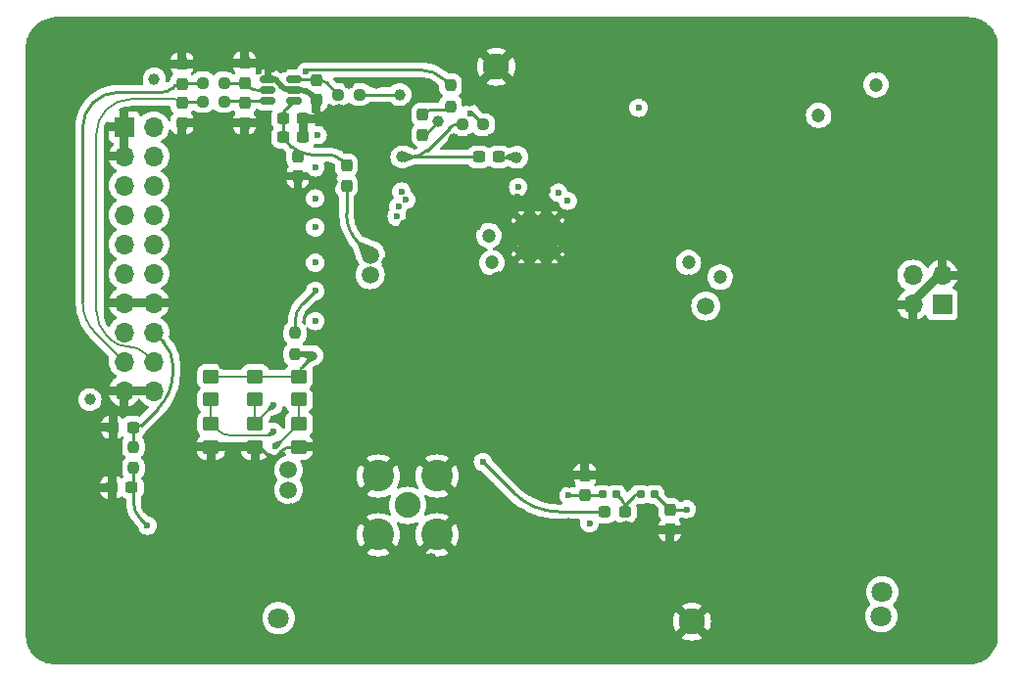
<source format=gbr>
%TF.GenerationSoftware,KiCad,Pcbnew,8.0.9-8.0.9-0~ubuntu22.04.1*%
%TF.CreationDate,2026-02-07T13:51:36+01:00*%
%TF.ProjectId,HW_0008_PrestoLO_rev01b,48575f30-3030-4385-9f50-726573746f4c,rev?*%
%TF.SameCoordinates,Original*%
%TF.FileFunction,Copper,L4,Bot*%
%TF.FilePolarity,Positive*%
%FSLAX46Y46*%
G04 Gerber Fmt 4.6, Leading zero omitted, Abs format (unit mm)*
G04 Created by KiCad (PCBNEW 8.0.9-8.0.9-0~ubuntu22.04.1) date 2026-02-07 13:51:36*
%MOMM*%
%LPD*%
G01*
G04 APERTURE LIST*
G04 Aperture macros list*
%AMRoundRect*
0 Rectangle with rounded corners*
0 $1 Rounding radius*
0 $2 $3 $4 $5 $6 $7 $8 $9 X,Y pos of 4 corners*
0 Add a 4 corners polygon primitive as box body*
4,1,4,$2,$3,$4,$5,$6,$7,$8,$9,$2,$3,0*
0 Add four circle primitives for the rounded corners*
1,1,$1+$1,$2,$3*
1,1,$1+$1,$4,$5*
1,1,$1+$1,$6,$7*
1,1,$1+$1,$8,$9*
0 Add four rect primitives between the rounded corners*
20,1,$1+$1,$2,$3,$4,$5,0*
20,1,$1+$1,$4,$5,$6,$7,0*
20,1,$1+$1,$6,$7,$8,$9,0*
20,1,$1+$1,$8,$9,$2,$3,0*%
G04 Aperture macros list end*
%TA.AperFunction,ComponentPad*%
%ADD10C,2.286000*%
%TD*%
%TA.AperFunction,HeatsinkPad*%
%ADD11C,0.600000*%
%TD*%
%TA.AperFunction,HeatsinkPad*%
%ADD12R,3.500000X3.500000*%
%TD*%
%TA.AperFunction,ComponentPad*%
%ADD13R,1.700000X1.700000*%
%TD*%
%TA.AperFunction,ComponentPad*%
%ADD14O,1.700000X1.700000*%
%TD*%
%TA.AperFunction,SMDPad,CuDef*%
%ADD15RoundRect,0.250000X-0.450000X0.350000X-0.450000X-0.350000X0.450000X-0.350000X0.450000X0.350000X0*%
%TD*%
%TA.AperFunction,SMDPad,CuDef*%
%ADD16RoundRect,0.237500X0.237500X-0.300000X0.237500X0.300000X-0.237500X0.300000X-0.237500X-0.300000X0*%
%TD*%
%TA.AperFunction,SMDPad,CuDef*%
%ADD17RoundRect,0.237500X-0.250000X-0.237500X0.250000X-0.237500X0.250000X0.237500X-0.250000X0.237500X0*%
%TD*%
%TA.AperFunction,SMDPad,CuDef*%
%ADD18RoundRect,0.237500X-0.237500X0.250000X-0.237500X-0.250000X0.237500X-0.250000X0.237500X0.250000X0*%
%TD*%
%TA.AperFunction,SMDPad,CuDef*%
%ADD19RoundRect,0.237500X-0.300000X-0.237500X0.300000X-0.237500X0.300000X0.237500X-0.300000X0.237500X0*%
%TD*%
%TA.AperFunction,SMDPad,CuDef*%
%ADD20RoundRect,0.150000X0.512500X0.150000X-0.512500X0.150000X-0.512500X-0.150000X0.512500X-0.150000X0*%
%TD*%
%TA.AperFunction,SMDPad,CuDef*%
%ADD21RoundRect,0.237500X-0.237500X0.300000X-0.237500X-0.300000X0.237500X-0.300000X0.237500X0.300000X0*%
%TD*%
%TA.AperFunction,SMDPad,CuDef*%
%ADD22RoundRect,0.237500X0.300000X0.237500X-0.300000X0.237500X-0.300000X-0.237500X0.300000X-0.237500X0*%
%TD*%
%TA.AperFunction,SMDPad,CuDef*%
%ADD23RoundRect,0.237500X0.250000X0.237500X-0.250000X0.237500X-0.250000X-0.237500X0.250000X-0.237500X0*%
%TD*%
%TA.AperFunction,SMDPad,CuDef*%
%ADD24RoundRect,0.237500X-0.237500X0.287500X-0.237500X-0.287500X0.237500X-0.287500X0.237500X0.287500X0*%
%TD*%
%TA.AperFunction,ComponentPad*%
%ADD25C,2.240000*%
%TD*%
%TA.AperFunction,ComponentPad*%
%ADD26C,2.740000*%
%TD*%
%TA.AperFunction,SMDPad,CuDef*%
%ADD27RoundRect,0.160000X0.197500X0.160000X-0.197500X0.160000X-0.197500X-0.160000X0.197500X-0.160000X0*%
%TD*%
%TA.AperFunction,SMDPad,CuDef*%
%ADD28RoundRect,0.237500X0.287500X0.237500X-0.287500X0.237500X-0.287500X-0.237500X0.287500X-0.237500X0*%
%TD*%
%TA.AperFunction,ViaPad*%
%ADD29C,1.800000*%
%TD*%
%TA.AperFunction,ViaPad*%
%ADD30C,1.000000*%
%TD*%
%TA.AperFunction,ViaPad*%
%ADD31C,1.500000*%
%TD*%
%TA.AperFunction,ViaPad*%
%ADD32C,0.800000*%
%TD*%
%TA.AperFunction,ViaPad*%
%ADD33C,0.600000*%
%TD*%
%TA.AperFunction,ViaPad*%
%ADD34C,5.000000*%
%TD*%
%TA.AperFunction,ViaPad*%
%ADD35C,0.700000*%
%TD*%
%TA.AperFunction,ViaPad*%
%ADD36C,1.200000*%
%TD*%
%TA.AperFunction,Conductor*%
%ADD37C,0.507000*%
%TD*%
%TA.AperFunction,Conductor*%
%ADD38C,0.254000*%
%TD*%
%TA.AperFunction,Conductor*%
%ADD39C,0.762000*%
%TD*%
%TA.AperFunction,Conductor*%
%ADD40C,0.508000*%
%TD*%
%TA.AperFunction,Conductor*%
%ADD41C,0.200000*%
%TD*%
G04 APERTURE END LIST*
D10*
%TO.P,J3,1,Shield*%
%TO.N,GND*%
X104150000Y-37800000D03*
X121050000Y-85800000D03*
%TD*%
D11*
%TO.P,U2,33,PAD*%
%TO.N,GND*%
X106300000Y-51112500D03*
X106300000Y-54012500D03*
X107750000Y-51112500D03*
D12*
X107750000Y-52562500D03*
D11*
X107750000Y-54012500D03*
X109200000Y-51112500D03*
X109200000Y-54012500D03*
%TD*%
D13*
%TO.P,J1,1,Pin_1*%
%TO.N,GND*%
X72000000Y-43000000D03*
D14*
%TO.P,J1,2,Pin_2*%
%TO.N,unconnected-(J1-Pin_2-Pad2)*%
X74540000Y-43000000D03*
%TO.P,J1,3,Pin_3*%
%TO.N,GND*%
X72000000Y-45540000D03*
%TO.P,J1,4,Pin_4*%
%TO.N,Fref_IN*%
X74540000Y-45540000D03*
%TO.P,J1,5,Pin_5*%
%TO.N,Mute_RF*%
X72000000Y-48080000D03*
%TO.P,J1,6,Pin_6*%
%TO.N,LD*%
X74540000Y-48080000D03*
%TO.P,J1,7,Pin_7*%
%TO.N,DATA*%
X72000000Y-50620000D03*
%TO.P,J1,8,Pin_8*%
%TO.N,CLK*%
X74540000Y-50620000D03*
%TO.P,J1,9,Pin_9*%
%TO.N,CE*%
X72000000Y-53160000D03*
%TO.P,J1,10,Pin_10*%
%TO.N,LE*%
X74540000Y-53160000D03*
%TO.P,J1,11,Pin_11*%
%TO.N,unconnected-(J1-Pin_11-Pad11)*%
X72000000Y-55700000D03*
%TO.P,J1,12,Pin_12*%
%TO.N,MUX*%
X74540000Y-55700000D03*
%TO.P,J1,13,Pin_13*%
%TO.N,GND*%
X72000000Y-58240000D03*
%TO.P,J1,14,Pin_14*%
X74540000Y-58240000D03*
%TO.P,J1,15,Pin_15*%
%TO.N,LO_Buff_EN*%
X72000000Y-60780000D03*
%TO.P,J1,16,Pin_16*%
%TO.N,~{RX_{EN}}*%
X74540000Y-60780000D03*
%TO.P,J1,17,Pin_17*%
%TO.N,I2C_SCL*%
X72000000Y-63320000D03*
%TO.P,J1,18,Pin_18*%
%TO.N,I2C_SDA*%
X74540000Y-63320000D03*
%TO.P,J1,19,Pin_19*%
%TO.N,GND*%
X72000000Y-65860000D03*
%TO.P,J1,20,Pin_20*%
X74540000Y-65860000D03*
%TD*%
D15*
%TO.P,R31,1*%
%TO.N,Net-(U7-A0)*%
X87100000Y-68687500D03*
%TO.P,R31,2*%
%TO.N,GND*%
X87100000Y-70687500D03*
%TD*%
D16*
%TO.P,C110,1*%
%TO.N,GND*%
X88600000Y-40662500D03*
%TO.P,C110,2*%
%TO.N,Net-(U10-VOUT)*%
X88600000Y-38937500D03*
%TD*%
D17*
%TO.P,R41,1*%
%TO.N,Net-(U10-VOUT)*%
X90487500Y-40200000D03*
%TO.P,R41,2*%
%TO.N,V_VCTCXO*%
X92312500Y-40200000D03*
%TD*%
D15*
%TO.P,R27,1*%
%TO.N,Net-(U7-A2)*%
X83300000Y-68687500D03*
%TO.P,R27,2*%
%TO.N,GND*%
X83300000Y-70687500D03*
%TD*%
D18*
%TO.P,R39,1*%
%TO.N,3V3_VCTCXO*%
X100200000Y-39387500D03*
%TO.P,R39,2*%
%TO.N,Net-(FB10-Pad1)*%
X100200000Y-41212500D03*
%TD*%
D19*
%TO.P,C23,1*%
%TO.N,GND*%
X71025000Y-69000000D03*
%TO.P,C23,2*%
%TO.N,~{RX_{EN}}*%
X72750000Y-69000000D03*
%TD*%
D18*
%TO.P,R9,1*%
%TO.N,~{RX_{EN}}*%
X72787500Y-70687500D03*
%TO.P,R9,2*%
%TO.N,Net-(C36-Pad2)*%
X72787500Y-72512500D03*
%TD*%
D15*
%TO.P,R30,1*%
%TO.N,3V3_ADF*%
X87100000Y-64600000D03*
%TO.P,R30,2*%
%TO.N,Net-(U7-A0)*%
X87100000Y-66600000D03*
%TD*%
D20*
%TO.P,U10,1,VOUT*%
%TO.N,Net-(U10-VOUT)*%
X86675000Y-38850000D03*
%TO.P,U10,2,VSS*%
%TO.N,GND*%
X86675000Y-39800000D03*
%TO.P,U10,3,VDD*%
%TO.N,Net-(U10-VDD)*%
X86675000Y-40750000D03*
%TO.P,U10,4,SDA*%
%TO.N,Net-(U10-SDA)*%
X84400000Y-40750000D03*
%TO.P,U10,5,SCL*%
%TO.N,Net-(U10-SCL)*%
X84400000Y-39800000D03*
%TO.P,U10,6,A0*%
%TO.N,GND*%
X84400000Y-38850000D03*
%TD*%
D16*
%TO.P,C51,1*%
%TO.N,GND*%
X119150000Y-77862500D03*
%TO.P,C51,2*%
%TO.N,Net-(U101-Vcc)*%
X119150000Y-76137500D03*
%TD*%
D21*
%TO.P,C88,1*%
%TO.N,GND*%
X111800000Y-73137500D03*
%TO.P,C88,2*%
%TO.N,/3V3_LS*%
X111800000Y-74862500D03*
%TD*%
D22*
%TO.P,C116,1*%
%TO.N,GND*%
X87462500Y-43900000D03*
%TO.P,C116,2*%
%TO.N,Net-(U10-VDD)*%
X85737500Y-43900000D03*
%TD*%
D16*
%TO.P,C114,1*%
%TO.N,GND*%
X82400000Y-42662500D03*
%TO.P,C114,2*%
%TO.N,Net-(U10-SDA)*%
X82400000Y-40937500D03*
%TD*%
%TO.P,C127,1*%
%TO.N,GND*%
X87000000Y-47262500D03*
%TO.P,C127,2*%
%TO.N,Net-(U10-VDD)*%
X87000000Y-45537500D03*
%TD*%
D19*
%TO.P,C36,1*%
%TO.N,GND*%
X70925000Y-74200000D03*
%TO.P,C36,2*%
%TO.N,Net-(C36-Pad2)*%
X72650000Y-74200000D03*
%TD*%
D15*
%TO.P,R28,1*%
%TO.N,3V3_ADF*%
X79500000Y-64600000D03*
%TO.P,R28,2*%
%TO.N,Net-(U7-A1)*%
X79500000Y-66600000D03*
%TD*%
D23*
%TO.P,R106,1*%
%TO.N,Fref_IN*%
X103012500Y-42800000D03*
%TO.P,R106,2*%
%TO.N,VCTCXO_Out*%
X101187500Y-42800000D03*
%TD*%
D15*
%TO.P,R29,1*%
%TO.N,Net-(U7-A1)*%
X79500000Y-68687500D03*
%TO.P,R29,2*%
%TO.N,GND*%
X79500000Y-70687500D03*
%TD*%
D13*
%TO.P,J101,1,Pin_1*%
%TO.N,Net-(J101-Pin_1)*%
X142675000Y-58375000D03*
D14*
%TO.P,J101,2,Pin_2*%
%TO.N,GND*%
X142675000Y-55835000D03*
%TO.P,J101,3,Pin_3*%
X140135000Y-58375000D03*
%TO.P,J101,4,Pin_4*%
%TO.N,Net-(J101-Pin_4)*%
X140135000Y-55835000D03*
%TD*%
D24*
%TO.P,FB13,1*%
%TO.N,Net-(U10-VDD)*%
X91200000Y-46325000D03*
%TO.P,FB13,2*%
%TO.N,3V3_ADF*%
X91200000Y-48075000D03*
%TD*%
D17*
%TO.P,R43,1*%
%TO.N,I2C_SDA*%
X78800000Y-40800000D03*
%TO.P,R43,2*%
%TO.N,Net-(U10-SDA)*%
X80625000Y-40800000D03*
%TD*%
D21*
%TO.P,C113,1*%
%TO.N,GND*%
X77000000Y-37537500D03*
%TO.P,C113,2*%
%TO.N,I2C_SCL*%
X77000000Y-39262500D03*
%TD*%
D15*
%TO.P,R26,1*%
%TO.N,3V3_ADF*%
X83300000Y-64600000D03*
%TO.P,R26,2*%
%TO.N,Net-(U7-A2)*%
X83300000Y-66600000D03*
%TD*%
D24*
%TO.P,FB10,1*%
%TO.N,Net-(FB10-Pad1)*%
X97800000Y-41925000D03*
%TO.P,FB10,2*%
%TO.N,Net-(U8-VDD)*%
X97800000Y-43675000D03*
%TD*%
D25*
%TO.P,J2,1,In*%
%TO.N,Net-(J2-In)*%
X96500000Y-75750000D03*
D26*
%TO.P,J2,2,Ext*%
%TO.N,GND*%
X93960000Y-73210000D03*
X93960000Y-78290000D03*
X99040000Y-73210000D03*
X99040000Y-78290000D03*
%TD*%
D17*
%TO.P,R42,1*%
%TO.N,I2C_SCL*%
X78800000Y-39200000D03*
%TO.P,R42,2*%
%TO.N,Net-(U10-SCL)*%
X80625000Y-39200000D03*
%TD*%
D22*
%TO.P,C117,1*%
%TO.N,GND*%
X87462500Y-42300000D03*
%TO.P,C117,2*%
%TO.N,Net-(U10-VDD)*%
X85737500Y-42300000D03*
%TD*%
D27*
%TO.P,R104,1*%
%TO.N,Net-(U101-Vcc)*%
X117797500Y-74800000D03*
%TO.P,R104,2*%
%TO.N,/3V3_ATT*%
X116602500Y-74800000D03*
%TD*%
D22*
%TO.P,C44,1*%
%TO.N,Net-(U2-REF_{IN})*%
X104362500Y-45600000D03*
%TO.P,C44,2*%
%TO.N,VCTCXO_Out*%
X102637500Y-45600000D03*
%TD*%
D16*
%TO.P,C112,1*%
%TO.N,GND*%
X77000000Y-42662500D03*
%TO.P,C112,2*%
%TO.N,I2C_SDA*%
X77000000Y-40937500D03*
%TD*%
D18*
%TO.P,R107,1*%
%TO.N,Net-(U2-CE)*%
X86750000Y-60837500D03*
%TO.P,R107,2*%
%TO.N,3V3_ADF*%
X86750000Y-62662500D03*
%TD*%
D27*
%TO.P,R103,1*%
%TO.N,/3V3_ATT*%
X114497500Y-74800000D03*
%TO.P,R103,2*%
%TO.N,/3V3_LS*%
X113302500Y-74800000D03*
%TD*%
D28*
%TO.P,FB9,1*%
%TO.N,/3V3_ATT*%
X115275000Y-76300000D03*
%TO.P,FB9,2*%
%TO.N,3V3_ADF*%
X113525000Y-76300000D03*
%TD*%
D21*
%TO.P,C115,1*%
%TO.N,GND*%
X82400000Y-37475000D03*
%TO.P,C115,2*%
%TO.N,Net-(U10-SCL)*%
X82400000Y-39200000D03*
%TD*%
D29*
%TO.N,/3V8*%
X85336136Y-85500000D03*
X137400000Y-85350000D03*
D30*
X69037500Y-66600000D03*
X74600000Y-38862500D03*
D29*
X137500000Y-83250000D03*
D30*
%TO.N,GND*%
X101000000Y-70000000D03*
X89800000Y-58250000D03*
X126100000Y-72000000D03*
D31*
X124414433Y-85800000D03*
D30*
X85000000Y-89000000D03*
X78000000Y-58600000D03*
X83500000Y-89000000D03*
D31*
X145700000Y-45100000D03*
D30*
X105050000Y-80950000D03*
X75400000Y-70600000D03*
D31*
X116891658Y-35600000D03*
D30*
X121000000Y-89000000D03*
D32*
X97800000Y-35400000D03*
D30*
X100500000Y-44062500D03*
D31*
X116365380Y-67800000D03*
D33*
X107500000Y-66300000D03*
D30*
X89500000Y-89000000D03*
D31*
X67000000Y-42382352D03*
D30*
X88250000Y-79500000D03*
D31*
X138241176Y-35600000D03*
D30*
X102400000Y-51500000D03*
D33*
X83750000Y-54500000D03*
D30*
X120169700Y-62230300D03*
X109000000Y-89000000D03*
X120800000Y-73500000D03*
X84700000Y-78500000D03*
D33*
X85750000Y-51750000D03*
D31*
X117797057Y-85900000D03*
D30*
X124250000Y-82350000D03*
D31*
X129304807Y-85800000D03*
X118576918Y-67800000D03*
X113400000Y-79200000D03*
D30*
X98800000Y-40200000D03*
D33*
X85500000Y-57000000D03*
D30*
X98700000Y-56000000D03*
X105050000Y-77550000D03*
X80500000Y-81500000D03*
D31*
X103125935Y-85900000D03*
D33*
X81203284Y-37994963D03*
D30*
X124500000Y-70750000D03*
D31*
X145700000Y-53400000D03*
D30*
X73000000Y-89000000D03*
D31*
X76650000Y-86500000D03*
X114323528Y-38000000D03*
D30*
X118750000Y-46000000D03*
X94000000Y-89000000D03*
X88250000Y-81250000D03*
X82000000Y-72900000D03*
D31*
X116764704Y-38000000D03*
D30*
X67125000Y-62900000D03*
D31*
X107000000Y-38000000D03*
D30*
X128550000Y-70200000D03*
X102000000Y-72750000D03*
D33*
X106000000Y-49000000D03*
D30*
X89750000Y-50500000D03*
D31*
X90500000Y-69356618D03*
D30*
X114600000Y-41300000D03*
X102000000Y-80550000D03*
D34*
X142500000Y-40000000D03*
D30*
X104300000Y-61000000D03*
X80600000Y-63500000D03*
X91900000Y-59000000D03*
X105600000Y-44200000D03*
X67200000Y-66700000D03*
D31*
X67000000Y-52147056D03*
D30*
X99250000Y-70000000D03*
X103700000Y-77200000D03*
X120100000Y-40500000D03*
X92400000Y-81500000D03*
X139000000Y-89000000D03*
D33*
X83600000Y-38200000D03*
D31*
X143300000Y-77600000D03*
D33*
X108250000Y-41250000D03*
D31*
X65000000Y-54764712D03*
X117250000Y-76550000D03*
D32*
X88248152Y-35400000D03*
D33*
X85750000Y-54500000D03*
D31*
X134500000Y-73544120D03*
X117350000Y-69250000D03*
X123919700Y-63230300D03*
X109727772Y-35600000D03*
X128882360Y-38000000D03*
D33*
X122300000Y-75700000D03*
X82000000Y-59750000D03*
D31*
X74400000Y-84500000D03*
D30*
X80500000Y-89000000D03*
D31*
X114503696Y-35600000D03*
D30*
X96400000Y-59400000D03*
D31*
X114153842Y-67800000D03*
D30*
X88000000Y-89000000D03*
D31*
X143400000Y-68600000D03*
X145700000Y-58282352D03*
D33*
X112900000Y-63900000D03*
D31*
X145600000Y-77600000D03*
X104900000Y-69900000D03*
D33*
X108627000Y-48500000D03*
D30*
X69000000Y-72800000D03*
D33*
X102000000Y-48500000D03*
D30*
X117950000Y-44100000D03*
X89750000Y-52750000D03*
X111500000Y-48800000D03*
X99400000Y-81500000D03*
D31*
X134400000Y-37900000D03*
X121667582Y-35600000D03*
D30*
X137500000Y-89000000D03*
X76000000Y-89000000D03*
D31*
X90500000Y-78952206D03*
X130750000Y-75058824D03*
X107339810Y-35600000D03*
D30*
X121750000Y-47500000D03*
X82500000Y-81500000D03*
X110300000Y-44900000D03*
X83900000Y-43900000D03*
X96500000Y-78300000D03*
D33*
X117900000Y-57300000D03*
D31*
X145700000Y-73200000D03*
X130750000Y-65000000D03*
D33*
X117750000Y-46250000D03*
D31*
X119279620Y-35600000D03*
D30*
X101600000Y-79000000D03*
D31*
X100884614Y-67500000D03*
D30*
X127000000Y-89000000D03*
D31*
X105571122Y-85900000D03*
X111882352Y-38000000D03*
D30*
X77400000Y-61200000D03*
D31*
X121647056Y-38000000D03*
X130750000Y-72441176D03*
D30*
X76500000Y-50500000D03*
D31*
X133607392Y-35600000D03*
D30*
X100800000Y-61000000D03*
X121400000Y-44100000D03*
X82000000Y-89000000D03*
X80500000Y-80200000D03*
X131050000Y-62100000D03*
D31*
X65000000Y-66970592D03*
X134500000Y-85750000D03*
D33*
X100500000Y-48500000D03*
D30*
X102000000Y-71050000D03*
D31*
X130750000Y-77500000D03*
D30*
X115500000Y-57500000D03*
X126800000Y-40300000D03*
X132300000Y-49600000D03*
D31*
X65000000Y-44882352D03*
D30*
X94750000Y-61500000D03*
D31*
X109441176Y-38000000D03*
D30*
X133000000Y-89000000D03*
X109800000Y-82600000D03*
D32*
X83472228Y-35400000D03*
D30*
X77887500Y-50500000D03*
X112000000Y-89000000D03*
X131000000Y-59850000D03*
D31*
X134500000Y-63779416D03*
X126441176Y-38000000D03*
X93345187Y-85900000D03*
X107600000Y-69250000D03*
D33*
X128300000Y-48400000D03*
X84800000Y-71800000D03*
D30*
X126000000Y-79650000D03*
D31*
X65000000Y-64529416D03*
D30*
X116500000Y-89000000D03*
D31*
X125516060Y-65320300D03*
D32*
X71532418Y-35400000D03*
D31*
X130750000Y-67441176D03*
D30*
X86500000Y-89000000D03*
X94150000Y-81500000D03*
D31*
X65000000Y-69411768D03*
D30*
X98500000Y-80400000D03*
X97000000Y-89000000D03*
X112100000Y-61700000D03*
X140500000Y-89000000D03*
X95750000Y-62500000D03*
X125169700Y-62230300D03*
D31*
X120788456Y-67800000D03*
D30*
X67225000Y-55800000D03*
X110400000Y-77300000D03*
X96200000Y-51519000D03*
X89900000Y-84300000D03*
X102600000Y-61000000D03*
D31*
X124500000Y-58000000D03*
D30*
X102000000Y-74150000D03*
D31*
X69000000Y-36426472D03*
X145700000Y-60723528D03*
D30*
X116200000Y-46200000D03*
X76500000Y-47750000D03*
X113500000Y-57500000D03*
X115600000Y-61700000D03*
D31*
X108016309Y-85900000D03*
D30*
X134500000Y-89000000D03*
X93800000Y-75800000D03*
D32*
X100187962Y-35400000D03*
D30*
X125500000Y-81200000D03*
D31*
X88300000Y-85900000D03*
D30*
X128250000Y-53000000D03*
X113500000Y-89000000D03*
X97500000Y-70000000D03*
D31*
X65000000Y-42441176D03*
D30*
X110500000Y-89000000D03*
X126500000Y-53000000D03*
D33*
X115500000Y-65200000D03*
D30*
X92250000Y-70000000D03*
D31*
X134500000Y-51455880D03*
D33*
X82250000Y-49000000D03*
D30*
X95500000Y-89000000D03*
D31*
X143400000Y-73200000D03*
D30*
X124800000Y-46500000D03*
X125500000Y-89000000D03*
D33*
X84000000Y-57000000D03*
D31*
X145700000Y-55841176D03*
D30*
X67200000Y-69900000D03*
D31*
X90500000Y-66957721D03*
X98235561Y-85900000D03*
X145700000Y-47800000D03*
X67000000Y-37500000D03*
D30*
X110500000Y-73750000D03*
X95750000Y-70000000D03*
D31*
X145700000Y-68600000D03*
X143200000Y-47800000D03*
D30*
X117400000Y-61700000D03*
D31*
X65000000Y-62088240D03*
X119450000Y-69250000D03*
D35*
X109200000Y-52600000D03*
D30*
X70000000Y-87000000D03*
D31*
X112115734Y-35600000D03*
X65000000Y-40000000D03*
D30*
X102000000Y-44062500D03*
X89500000Y-55800000D03*
X136000000Y-89000000D03*
X104050000Y-78500000D03*
X91000000Y-89000000D03*
X75400000Y-69000000D03*
D31*
X90900000Y-85900000D03*
D30*
X88250000Y-77750000D03*
X123000000Y-51500000D03*
D33*
X81000000Y-42200000D03*
X110800000Y-65100000D03*
D31*
X117200000Y-79150000D03*
D33*
X123550000Y-77750000D03*
D30*
X106000000Y-89000000D03*
D31*
X86400000Y-76293750D03*
D30*
X78000000Y-55600000D03*
D31*
X65000000Y-49764704D03*
X123000000Y-67500000D03*
D30*
X79000000Y-89000000D03*
D31*
X67000000Y-49705880D03*
X134500000Y-75985296D03*
D30*
X99600000Y-51400000D03*
D31*
X68600000Y-75800000D03*
X120400000Y-64600000D03*
X90500000Y-74154412D03*
D30*
X110400000Y-46600000D03*
D31*
X123000000Y-69250000D03*
X90500000Y-81351103D03*
D30*
X90000000Y-47750000D03*
D31*
X70900000Y-77400000D03*
X112906683Y-85900000D03*
D30*
X125000000Y-56250000D03*
D31*
X122500000Y-79100000D03*
D30*
X93800000Y-39200000D03*
D34*
X142500000Y-83000000D03*
D30*
X124000000Y-89000000D03*
D33*
X84900000Y-68300000D03*
D30*
X91400000Y-39200000D03*
X115750000Y-56250000D03*
X102700000Y-78100000D03*
D33*
X85750000Y-59750000D03*
D31*
X134500000Y-49014704D03*
D30*
X103000000Y-89000000D03*
D31*
X109730766Y-67800000D03*
D32*
X95412038Y-35400000D03*
D31*
X104400000Y-56200000D03*
D32*
X90636114Y-35400000D03*
D30*
X89912500Y-61200000D03*
D31*
X67000000Y-39941176D03*
D33*
X81000000Y-43200000D03*
D30*
X119500000Y-89000000D03*
X142000000Y-88100000D03*
X125750000Y-77950000D03*
D31*
X110461496Y-85900000D03*
D30*
X110300000Y-43100000D03*
X126500000Y-51500000D03*
D33*
X114500000Y-46250000D03*
D30*
X88250000Y-74500000D03*
D31*
X100680748Y-85900000D03*
X120800000Y-77600000D03*
D30*
X100000000Y-89000000D03*
X122500000Y-89000000D03*
D31*
X126859620Y-85800000D03*
D30*
X103500000Y-82500000D03*
X100800000Y-81500000D03*
D31*
X90500000Y-71755515D03*
X128831468Y-35600000D03*
D30*
X74500000Y-89000000D03*
D33*
X78200000Y-37600000D03*
D30*
X95000000Y-80500000D03*
D31*
X113450000Y-69400000D03*
D30*
X91500000Y-84300000D03*
X88250000Y-72750000D03*
D31*
X134500000Y-46573528D03*
X119205880Y-38000000D03*
D33*
X104141720Y-49027070D03*
D31*
X98673076Y-67500000D03*
X95790374Y-85900000D03*
D30*
X78000000Y-47800000D03*
D33*
X81750000Y-51750000D03*
D30*
X118000000Y-89000000D03*
X119700000Y-44100000D03*
D32*
X76308342Y-35400000D03*
D30*
X77000000Y-44300000D03*
D33*
X84000000Y-59750000D03*
D30*
X71500000Y-88000000D03*
X74000000Y-76000000D03*
D31*
X111000000Y-55500000D03*
X65000000Y-71852944D03*
D30*
X98500000Y-89000000D03*
X120500000Y-46000000D03*
X84500000Y-81800000D03*
D31*
X65000000Y-59647064D03*
X90500000Y-76553309D03*
X134500000Y-80867648D03*
D30*
X101500000Y-89000000D03*
X91250000Y-60500000D03*
D31*
X126443506Y-35600000D03*
D30*
X103000000Y-79500000D03*
X97400000Y-40200000D03*
D31*
X90500000Y-64558824D03*
D30*
X101800000Y-40700000D03*
D31*
X115351870Y-85900000D03*
X145600000Y-75600000D03*
X104951848Y-35600000D03*
D30*
X77500000Y-89000000D03*
X94750000Y-54750000D03*
D33*
X82000000Y-57000000D03*
D30*
X128700000Y-45000000D03*
X107800000Y-73500000D03*
D31*
X134500000Y-68661768D03*
D30*
X96500000Y-73100000D03*
D31*
X134500000Y-71102944D03*
D30*
X103750000Y-44062500D03*
X126200000Y-74050000D03*
D33*
X84800000Y-38000000D03*
D31*
X134500000Y-61338240D03*
X131750000Y-85800000D03*
X134500000Y-41691176D03*
D30*
X113800000Y-61700000D03*
D31*
X108050000Y-78300000D03*
X134500000Y-78426472D03*
D30*
X71000000Y-70500000D03*
X124900000Y-50100000D03*
D35*
X107700000Y-52600000D03*
D30*
X91500000Y-43900000D03*
X124700000Y-40300000D03*
X77250000Y-70750000D03*
D31*
X96461538Y-67500000D03*
D30*
X131500000Y-89000000D03*
D33*
X82250000Y-46250000D03*
D30*
X110400000Y-41300000D03*
X77250000Y-69000000D03*
D31*
X67000000Y-47264704D03*
D30*
X121750000Y-49000000D03*
D31*
X135800000Y-35600000D03*
D32*
X81084266Y-35400000D03*
D30*
X105700000Y-59600000D03*
D31*
X102563886Y-35600000D03*
D30*
X96700000Y-80500000D03*
X124750000Y-51500000D03*
D31*
X130750000Y-82441176D03*
D35*
X106400000Y-52600000D03*
D31*
X67000000Y-44823528D03*
D33*
X115700000Y-55300000D03*
D31*
X105307690Y-67800000D03*
D30*
X94000000Y-70000000D03*
X97200000Y-56000000D03*
D31*
X145700000Y-66000000D03*
X111942304Y-67800000D03*
X115350000Y-77850000D03*
X65000000Y-52205880D03*
D30*
X90300000Y-43900000D03*
X128500000Y-89000000D03*
D33*
X85750000Y-49000000D03*
D30*
X115000000Y-89000000D03*
D32*
X73920380Y-35400000D03*
D30*
X115300000Y-82600000D03*
D31*
X130750000Y-70000000D03*
X118300000Y-62800000D03*
X131219430Y-35600000D03*
X116000000Y-53000000D03*
X118750000Y-60250000D03*
D33*
X81750000Y-54500000D03*
D30*
X102350000Y-83750000D03*
D33*
X114500000Y-65200000D03*
D30*
X86300000Y-81800000D03*
X99100000Y-61000000D03*
D31*
X66600000Y-74000000D03*
D30*
X67125000Y-60600000D03*
X137000000Y-37900000D03*
X102100000Y-56000000D03*
D31*
X131250000Y-38000000D03*
D30*
X90600000Y-41500000D03*
D31*
X79198130Y-86500000D03*
D33*
X104700000Y-72250000D03*
D30*
X123350000Y-73450000D03*
D31*
X134500000Y-66220592D03*
X143300000Y-66000000D03*
D33*
X109900000Y-65100000D03*
D31*
X143300000Y-75600000D03*
D30*
X92500000Y-89000000D03*
D31*
X103096152Y-67500000D03*
X143500000Y-52700000D03*
X94250000Y-67500000D03*
D30*
X130000000Y-89000000D03*
X76500000Y-72500000D03*
D33*
X121500000Y-46250000D03*
X84000000Y-46250000D03*
D30*
X97650000Y-81500000D03*
X82900000Y-78600000D03*
D31*
X81650000Y-86500000D03*
D30*
X122700000Y-82700000D03*
X80500000Y-78700000D03*
X126950000Y-77100000D03*
D33*
X97750000Y-48500000D03*
X117000000Y-40500000D03*
X84000000Y-49000000D03*
D31*
X107519228Y-67800000D03*
D30*
X78600000Y-42400000D03*
D34*
X69500000Y-83000000D03*
D31*
X111600000Y-69400000D03*
D30*
X79000000Y-72500000D03*
D31*
X134500000Y-44132352D03*
X65000000Y-47323528D03*
X134500000Y-58897064D03*
D33*
X85750000Y-46250000D03*
D30*
X126250000Y-62250000D03*
X143500000Y-87000000D03*
X116300000Y-44100000D03*
D31*
X73600000Y-79400000D03*
X124055544Y-35600000D03*
D30*
X100400000Y-56000000D03*
X82050000Y-77300000D03*
D33*
X85800000Y-38000000D03*
D31*
X134500000Y-53897056D03*
D30*
X88250000Y-76250000D03*
X97600000Y-59900000D03*
D31*
X84000000Y-87500000D03*
D30*
X110300000Y-61600000D03*
X103600000Y-74200000D03*
D33*
X106000000Y-57600000D03*
D31*
X111550000Y-79200000D03*
D30*
X109250000Y-72450000D03*
D33*
X84000000Y-51750000D03*
D30*
X83800000Y-77300000D03*
D31*
X74400000Y-81900000D03*
D33*
X99250000Y-48500000D03*
D32*
X85860190Y-35400000D03*
D31*
X124000000Y-38000000D03*
D30*
X115400000Y-72500000D03*
D31*
X120750000Y-56500000D03*
X65000000Y-57205888D03*
D30*
X104500000Y-89000000D03*
X130800000Y-48100000D03*
D31*
X130750000Y-80000000D03*
D30*
X107500000Y-89000000D03*
D33*
X110900000Y-63300000D03*
X105500000Y-73050000D03*
D30*
X95900000Y-81500000D03*
X120950000Y-82700000D03*
D31*
X114700000Y-62800000D03*
D30*
X80500000Y-77200000D03*
D31*
X134500000Y-56338232D03*
X134500000Y-83308824D03*
D30*
X137500000Y-87200000D03*
D33*
X112000000Y-41250000D03*
D32*
X78696304Y-35400000D03*
D30*
X77987500Y-53200000D03*
D32*
X93024076Y-35400000D03*
D33*
%TO.N,Net-(U2-LD)*%
X110313137Y-49391962D03*
X88700000Y-43700000D03*
D32*
%TO.N,3V3_ADF*%
X88300000Y-62800000D03*
D31*
X93300000Y-54100000D03*
X93250000Y-55800000D03*
X86200000Y-72700000D03*
X86200000Y-74400000D03*
X122250000Y-58500000D03*
D33*
X103000000Y-72000000D03*
%TO.N,Net-(U2-MUXOUT)*%
X88500000Y-59800000D03*
X106048624Y-48201376D03*
%TO.N,Net-(U2-PDB_{RF})*%
X109500000Y-48700000D03*
X88500000Y-46500000D03*
%TO.N,Net-(U2-CE)*%
X95544902Y-50763453D03*
X88500000Y-57200000D03*
%TO.N,Net-(U2-LE)*%
X88500000Y-54750000D03*
X95685421Y-49900000D03*
%TO.N,Net-(U2-DATA)*%
X96338193Y-49300000D03*
X88500000Y-51700000D03*
%TO.N,Net-(U2-CLK)*%
X95945142Y-48603211D03*
X88500000Y-49200000D03*
D30*
%TO.N,Net-(U2-REF_{IN})*%
X105925000Y-45619000D03*
D33*
%TO.N,Net-(C36-Pad2)*%
X112200000Y-77300000D03*
X74000000Y-77500000D03*
%TO.N,Net-(U101-Vcc)*%
X120600000Y-76100000D03*
D36*
%TO.N,Net-(U2-CP_{OUT})*%
X120750000Y-54750000D03*
X103750000Y-54750000D03*
D33*
%TO.N,LO_Buff_EN*%
X116450000Y-41350000D03*
D36*
%TO.N,/5V6*%
X132000000Y-42000000D03*
X136950000Y-39350000D03*
%TO.N,Net-(U2-SW)*%
X103496325Y-52403675D03*
X123500000Y-56000000D03*
D33*
%TO.N,Net-(U7-A2)*%
X84900000Y-67100000D03*
%TO.N,Net-(U7-A1)*%
X84900000Y-69400000D03*
%TO.N,Net-(U7-A0)*%
X85100000Y-70600000D03*
%TO.N,Fref_IN*%
X101900000Y-41800000D03*
D30*
%TO.N,V_VCTCXO*%
X95800000Y-40200000D03*
%TO.N,Net-(U8-VDD)*%
X99131679Y-42531379D03*
%TO.N,VCTCXO_Out*%
X96000000Y-45600000D03*
D33*
%TO.N,3V3_VCTCXO*%
X87702297Y-38223000D03*
%TO.N,/3V3_LS*%
X110400000Y-74900000D03*
%TD*%
D37*
%TO.N,GND*%
X88113150Y-40175650D02*
X88600000Y-40662500D01*
D38*
X86506250Y-70687500D02*
X87100000Y-70687500D01*
D37*
X87034983Y-39800000D02*
X87206250Y-39800000D01*
X84835960Y-38850000D02*
X84746511Y-38850000D01*
D38*
X83824501Y-70824501D02*
X84800000Y-71800000D01*
X84800000Y-71800000D02*
X85492655Y-71107344D01*
X84522889Y-38850000D02*
X84400000Y-38850000D01*
D37*
X87034983Y-39800000D02*
X86692449Y-39800000D01*
X84701787Y-38850000D02*
X84746511Y-38850000D01*
X84880685Y-38850000D02*
X84835960Y-38850000D01*
X86580641Y-39800000D02*
X86391925Y-39800000D01*
D38*
X83493750Y-70687500D02*
X83300000Y-70687500D01*
D39*
X139830000Y-58370000D02*
X142370000Y-55830000D01*
D37*
X85033383Y-38913249D02*
X85653248Y-39533114D01*
X86692449Y-39800000D02*
X86580641Y-39800000D01*
X84701787Y-38850000D02*
X84522889Y-38850000D01*
X86391925Y-39800000D02*
X86297567Y-39800000D01*
X88113150Y-40175650D02*
G75*
G03*
X87206250Y-39799979I-906950J-906950D01*
G01*
X85033383Y-38913249D02*
G75*
G03*
X84880685Y-38849996I-152683J-152651D01*
G01*
D38*
X85492655Y-71107344D02*
G75*
G02*
X86506250Y-70687523I1013545J-1013556D01*
G01*
D37*
X85653248Y-39533114D02*
G75*
G03*
X86297567Y-39800024I644352J644314D01*
G01*
D38*
X83493750Y-70687500D02*
G75*
G02*
X83824515Y-70824487I50J-467700D01*
G01*
%TO.N,3V3_ADF*%
X88300000Y-62800000D02*
X87312132Y-63787867D01*
X92250000Y-53050000D02*
X93300000Y-54100000D01*
D40*
X88065272Y-62662500D02*
X86750000Y-62662500D01*
D41*
X84600000Y-64600000D02*
X83300000Y-64600000D01*
D38*
X91200000Y-50515075D02*
X91200000Y-48312500D01*
X105706207Y-74706207D02*
X103000000Y-72000000D01*
D41*
X86800000Y-64600000D02*
X79500000Y-64600000D01*
D38*
X109553963Y-76300000D02*
X113525000Y-76300000D01*
X88300000Y-62800000D02*
X88231250Y-62731250D01*
D41*
X87312132Y-63787867D02*
G75*
G03*
X87100010Y-64300000I512168J-512133D01*
G01*
X86800000Y-64600000D02*
G75*
G03*
X87100000Y-64300000I0J300000D01*
G01*
D38*
X88231250Y-62731250D02*
G75*
G03*
X88065272Y-62662511I-165950J-165950D01*
G01*
X92250000Y-53050000D02*
G75*
G02*
X91200010Y-50515075I2534900J2534900D01*
G01*
X109553963Y-76300000D02*
G75*
G02*
X105706215Y-74706199I37J5441600D01*
G01*
%TO.N,Net-(U2-CE)*%
X86750000Y-59893750D02*
X86750000Y-60837500D01*
X87417332Y-58282667D02*
X88500000Y-57200000D01*
X87417332Y-58282667D02*
G75*
G03*
X86750031Y-59893750I1611068J-1611033D01*
G01*
%TO.N,Net-(U2-REF_{IN})*%
X105925000Y-45619000D02*
X104394935Y-45619000D01*
X104372000Y-45609500D02*
X104362500Y-45600000D01*
X104372000Y-45609500D02*
G75*
G03*
X104394935Y-45618985I22900J22900D01*
G01*
%TO.N,Net-(C36-Pad2)*%
X74000000Y-77500000D02*
X73400000Y-76900000D01*
X72800000Y-75451471D02*
X72800000Y-74299102D01*
X72787500Y-73965272D02*
X72787500Y-72512500D01*
X72800000Y-75451471D02*
G75*
G03*
X73399992Y-76900008I2048500J-29D01*
G01*
X72709548Y-74208650D02*
G75*
G03*
X72675000Y-74199992I-39248J-83350D01*
G01*
%TO.N,Net-(U101-Vcc)*%
X119150000Y-76137500D02*
X120535983Y-76137500D01*
X117805000Y-74800000D02*
X117797500Y-74800000D01*
X117817803Y-74805303D02*
X119150000Y-76137500D01*
X120600000Y-76100000D02*
X120581250Y-76118750D01*
X120581250Y-76118750D02*
G75*
G02*
X120535983Y-76137493I-45250J45250D01*
G01*
X117817803Y-74805303D02*
G75*
G03*
X117805000Y-74799998I-12803J-12797D01*
G01*
%TO.N,~{RX_{EN}}*%
X76200000Y-63613797D02*
X76200000Y-64263750D01*
X75370000Y-61610000D02*
X74540000Y-60780000D01*
X72750000Y-70623483D02*
X72750000Y-69268750D01*
X74910414Y-67377085D02*
X73477534Y-68809964D01*
X72768750Y-70668750D02*
X72787500Y-70687500D01*
X72750000Y-69268750D02*
G75*
G02*
X73018750Y-69000000I268700J50D01*
G01*
X76200000Y-63613797D02*
G75*
G03*
X75369999Y-61610001I-2833800J-3D01*
G01*
X74910414Y-67377085D02*
G75*
G03*
X76200041Y-64263750I-3113314J3113385D01*
G01*
X73477534Y-68809964D02*
G75*
G02*
X73018750Y-69000040I-458834J458764D01*
G01*
X72768750Y-70668750D02*
G75*
G02*
X72750007Y-70623483I45250J45250D01*
G01*
D41*
%TO.N,I2C_SDA*%
X70756532Y-61356532D02*
X70500000Y-61100000D01*
X69600000Y-43587436D02*
X69600000Y-58927207D01*
D38*
X77234727Y-40800000D02*
X78800000Y-40800000D01*
D41*
X73863467Y-62643467D02*
X74540000Y-63320000D01*
X76423851Y-40600000D02*
X72587436Y-40600000D01*
X76831250Y-40768750D02*
X76931250Y-40868750D01*
X72310000Y-62000000D02*
G75*
G02*
X70756539Y-61356525I0J2196900D01*
G01*
X76931250Y-40868750D02*
G75*
G03*
X77068750Y-40868750I68750J68751D01*
G01*
D38*
X77234727Y-40800000D02*
G75*
G03*
X77068742Y-40868742I-27J-234700D01*
G01*
D41*
X72587436Y-40600000D02*
G75*
G03*
X70474989Y-41474989I-36J-2987400D01*
G01*
X73863467Y-62643467D02*
G75*
G03*
X72310000Y-61999990I-1553467J-1553433D01*
G01*
X76831250Y-40768750D02*
G75*
G03*
X76423851Y-40600020I-407350J-407350D01*
G01*
X69600000Y-58927207D02*
G75*
G03*
X70500002Y-61099998I3072800J7D01*
G01*
X69600000Y-43587436D02*
G75*
G02*
X70474989Y-41474989I2987400J36D01*
G01*
D38*
%TO.N,I2C_SCL*%
X77106694Y-39200000D02*
X78800000Y-39200000D01*
X68400000Y-51920000D02*
X68400000Y-55040000D01*
X68400000Y-57380000D02*
X68400000Y-58160000D01*
X68400000Y-55820000D02*
X68400000Y-57380000D01*
X68400000Y-43072792D02*
X68400000Y-51920000D01*
X71472792Y-40000000D02*
X75278508Y-40000000D01*
D41*
X69503086Y-60823086D02*
X72000000Y-63320000D01*
D38*
X76768750Y-39262500D02*
X76955805Y-39262500D01*
X68400000Y-55820000D02*
X68400000Y-55040000D01*
X76168749Y-39631249D02*
X76373981Y-39426018D01*
X77106694Y-39200000D02*
G75*
G03*
X77031252Y-39231252I6J-106700D01*
G01*
D41*
X69503086Y-60823086D02*
G75*
G02*
X68400008Y-58160000I2663114J2663086D01*
G01*
D38*
X68400000Y-43072792D02*
G75*
G02*
X69300002Y-40900002I3072800J-8D01*
G01*
X76955805Y-39262500D02*
G75*
G03*
X77031248Y-39231248I-5J106700D01*
G01*
X76168749Y-39631249D02*
G75*
G02*
X75278508Y-40000002I-890249J890249D01*
G01*
X76768750Y-39262500D02*
G75*
G03*
X76373954Y-39425991I-50J-558300D01*
G01*
X71472792Y-40000000D02*
G75*
G03*
X69300002Y-40900002I8J-3072800D01*
G01*
D41*
%TO.N,Net-(U7-A2)*%
X84883080Y-67104419D02*
X83300000Y-68687500D01*
X84900000Y-67100000D02*
X84893750Y-67100000D01*
X83300000Y-66512500D02*
X83300000Y-68775000D01*
X84893750Y-67100000D02*
G75*
G03*
X84883053Y-67104392I-50J-15100D01*
G01*
%TO.N,Net-(U7-A1)*%
X84900000Y-69400000D02*
X84750000Y-69550000D01*
X81228445Y-69700000D02*
X84387867Y-69700000D01*
X79500000Y-68775000D02*
X79500000Y-66512500D01*
X80006250Y-69193750D02*
X79500000Y-68687500D01*
X81228445Y-69700000D02*
G75*
G02*
X80006216Y-69193784I-45J1728500D01*
G01*
X84387867Y-69700000D02*
G75*
G03*
X84750009Y-69550009I33J512100D01*
G01*
%TO.N,Net-(U7-A0)*%
X85218435Y-70569064D02*
X87100000Y-68687500D01*
X87100000Y-66512500D02*
X87100000Y-68775000D01*
X85100000Y-70600000D02*
X85143750Y-70600000D01*
X85218435Y-70569064D02*
G75*
G02*
X85143750Y-70600041I-74735J74664D01*
G01*
D38*
%TO.N,Fref_IN*%
X101900000Y-41800000D02*
X101950000Y-41750000D01*
X102052274Y-41839774D02*
X103012500Y-42800000D01*
X101956250Y-41800000D02*
X101900000Y-41800000D01*
X102052274Y-41839774D02*
G75*
G03*
X101956250Y-41800036I-95974J-96026D01*
G01*
%TO.N,V_VCTCXO*%
X95800000Y-40200000D02*
X92312500Y-40200000D01*
%TO.N,Net-(U8-VDD)*%
X97894029Y-43675000D02*
X97800000Y-43675000D01*
X98054546Y-43608511D02*
X99131679Y-42531379D01*
X98054546Y-43608511D02*
G75*
G02*
X97894029Y-43675022I-160546J160511D01*
G01*
%TO.N,Net-(U10-VOUT)*%
X89445970Y-39158470D02*
X90487500Y-40200000D01*
X88912500Y-38937500D02*
X88661871Y-38937500D01*
X88450628Y-38850000D02*
X86675000Y-38850000D01*
X88556250Y-38893750D02*
G75*
G03*
X88661871Y-38937512I105650J105650D01*
G01*
X88556250Y-38893750D02*
G75*
G03*
X88450628Y-38849988I-105650J-105650D01*
G01*
X88912500Y-38937500D02*
G75*
G02*
X89445961Y-39158479I0J-754400D01*
G01*
%TO.N,Net-(U10-SDA)*%
X80650000Y-40775000D02*
X80625000Y-40800000D01*
X80710355Y-40750000D02*
X84400000Y-40750000D01*
X80710355Y-40750000D02*
G75*
G03*
X80650013Y-40775013I45J-85400D01*
G01*
%TO.N,Net-(U10-SCL)*%
X82187867Y-39200000D02*
X80625000Y-39200000D01*
X82700000Y-39500000D02*
X82550000Y-39350000D01*
X83424264Y-39800000D02*
X84400000Y-39800000D01*
X82700000Y-39500000D02*
G75*
G03*
X83424264Y-39800015I724300J724300D01*
G01*
X82187867Y-39200000D02*
G75*
G02*
X82550009Y-39349991I33J-512100D01*
G01*
%TO.N,Net-(U10-VDD)*%
X85737500Y-42221875D02*
X85737500Y-42043750D01*
X88127449Y-45400000D02*
X89620926Y-45400000D01*
X85989406Y-41435593D02*
X86675000Y-40750000D01*
X86437500Y-44700000D02*
X85737500Y-44000000D01*
X85737500Y-42756250D02*
X85737500Y-43468750D01*
X85737500Y-42756250D02*
X85737500Y-42578125D01*
X85737500Y-42221875D02*
X85737500Y-42578125D01*
X85737500Y-43468750D02*
X85737500Y-44000000D01*
X90737500Y-45862500D02*
X91200000Y-46325000D01*
X85989406Y-41435593D02*
G75*
G03*
X85737545Y-42043750I608194J-608107D01*
G01*
X90737500Y-45862500D02*
G75*
G03*
X89620926Y-45399989I-1116600J-1116600D01*
G01*
X86437500Y-44700000D02*
G75*
G03*
X88127449Y-45400021I1690000J1690000D01*
G01*
%TO.N,Net-(FB10-Pad1)*%
X98006250Y-41718750D02*
X97800000Y-41925000D01*
X98504181Y-41512500D02*
X100400000Y-41512500D01*
X98006250Y-41718750D02*
G75*
G02*
X98504181Y-41512492I497950J-497950D01*
G01*
%TO.N,VCTCXO_Out*%
X100121576Y-43078423D02*
X98165685Y-45034314D01*
X102637500Y-45600000D02*
X95900000Y-45600000D01*
X100793750Y-42800000D02*
X101187500Y-42800000D01*
X96800000Y-45600000D02*
X96000000Y-45600000D01*
X98165685Y-45034314D02*
G75*
G02*
X96800000Y-45599991I-1365685J1365714D01*
G01*
X100793750Y-42800000D02*
G75*
G03*
X100121551Y-43078398I-50J-950600D01*
G01*
%TO.N,3V3_VCTCXO*%
X87702297Y-38223000D02*
X87777297Y-38148000D01*
X87958363Y-38073000D02*
X97643876Y-38073000D01*
X99592750Y-38880250D02*
X100400000Y-39687500D01*
X97643876Y-38073000D02*
G75*
G02*
X99592757Y-38880243I24J-2756100D01*
G01*
X87958363Y-38073000D02*
G75*
G03*
X87777308Y-38148011I37J-256100D01*
G01*
%TO.N,/3V3_LS*%
X110485355Y-74850000D02*
X113202500Y-74850000D01*
D41*
X110425000Y-74875000D02*
X110400000Y-74900000D01*
D38*
X110485355Y-74850000D02*
G75*
G03*
X110425013Y-74875013I45J-85400D01*
G01*
%TO.N,/3V3_ATT*%
X115019557Y-75322057D02*
X114497500Y-74800000D01*
X115478293Y-75521706D02*
X116057694Y-74942305D01*
X115275000Y-76012500D02*
X115275000Y-75938750D01*
X116401250Y-74800000D02*
X116602500Y-74800000D01*
X115275000Y-76012500D02*
X115275000Y-76012500D01*
X116401250Y-74800000D02*
G75*
G03*
X116057661Y-74942272I-50J-485900D01*
G01*
X115019557Y-75322057D02*
G75*
G02*
X115275046Y-75938750I-616657J-616743D01*
G01*
X115275000Y-76012500D02*
G75*
G02*
X115478291Y-75521704I694100J0D01*
G01*
%TD*%
%TA.AperFunction,Conductor*%
%TO.N,GND*%
G36*
X75970758Y-41220185D02*
G01*
X76016513Y-41272989D01*
X76027077Y-41311898D01*
X76032931Y-41369200D01*
X76034826Y-41387753D01*
X76089090Y-41551511D01*
X76089092Y-41551515D01*
X76089093Y-41551518D01*
X76104632Y-41576710D01*
X76179659Y-41698349D01*
X76179661Y-41698351D01*
X76193982Y-41712672D01*
X76227467Y-41773995D01*
X76222483Y-41843687D01*
X76193985Y-41888032D01*
X76180052Y-41901965D01*
X76089551Y-42048688D01*
X76089546Y-42048699D01*
X76035319Y-42212347D01*
X76025000Y-42313345D01*
X76025000Y-42429709D01*
X76005315Y-42496748D01*
X75952511Y-42542503D01*
X75883353Y-42552447D01*
X75819797Y-42523422D01*
X75788618Y-42482114D01*
X75714035Y-42322171D01*
X75714034Y-42322169D01*
X75578494Y-42128597D01*
X75411402Y-41961506D01*
X75411395Y-41961501D01*
X75407870Y-41959033D01*
X75341055Y-41912248D01*
X75217834Y-41825967D01*
X75217830Y-41825965D01*
X75205767Y-41820340D01*
X75003663Y-41726097D01*
X75003659Y-41726096D01*
X75003655Y-41726094D01*
X74775413Y-41664938D01*
X74775403Y-41664936D01*
X74540001Y-41644341D01*
X74539999Y-41644341D01*
X74304596Y-41664936D01*
X74304586Y-41664938D01*
X74076344Y-41726094D01*
X74076335Y-41726098D01*
X73862171Y-41825964D01*
X73862169Y-41825965D01*
X73668600Y-41961503D01*
X73546284Y-42083819D01*
X73484961Y-42117303D01*
X73415269Y-42112319D01*
X73359336Y-42070447D01*
X73342421Y-42039470D01*
X73293354Y-41907913D01*
X73293350Y-41907906D01*
X73207190Y-41792812D01*
X73207187Y-41792809D01*
X73092093Y-41706649D01*
X73092086Y-41706645D01*
X72957379Y-41656403D01*
X72957372Y-41656401D01*
X72897844Y-41650000D01*
X72375000Y-41650000D01*
X72375000Y-42667894D01*
X72307007Y-42599901D01*
X72192993Y-42534075D01*
X72065826Y-42500000D01*
X71934174Y-42500000D01*
X71807007Y-42534075D01*
X71692993Y-42599901D01*
X71599901Y-42692993D01*
X71534075Y-42807007D01*
X71500000Y-42934174D01*
X71500000Y-43065826D01*
X71534075Y-43192993D01*
X71599901Y-43307007D01*
X71692993Y-43400099D01*
X71807007Y-43465925D01*
X71934174Y-43500000D01*
X72065826Y-43500000D01*
X72192993Y-43465925D01*
X72307007Y-43400099D01*
X72375000Y-43332106D01*
X72375000Y-45207894D01*
X72307007Y-45139901D01*
X72192993Y-45074075D01*
X72065826Y-45040000D01*
X71934174Y-45040000D01*
X71807007Y-45074075D01*
X71692993Y-45139901D01*
X71599901Y-45232993D01*
X71534075Y-45347007D01*
X71500000Y-45474174D01*
X71500000Y-45605826D01*
X71534075Y-45732993D01*
X71599901Y-45847007D01*
X71667894Y-45915000D01*
X70702858Y-45915000D01*
X70726566Y-46003483D01*
X70726570Y-46003492D01*
X70826399Y-46217578D01*
X70961894Y-46411082D01*
X71128917Y-46578105D01*
X71314595Y-46708119D01*
X71358219Y-46762696D01*
X71365412Y-46832195D01*
X71333890Y-46894549D01*
X71314595Y-46911269D01*
X71128594Y-47041508D01*
X70961505Y-47208597D01*
X70825965Y-47402169D01*
X70825964Y-47402171D01*
X70726098Y-47616335D01*
X70726094Y-47616344D01*
X70664938Y-47844586D01*
X70664936Y-47844596D01*
X70644341Y-48079999D01*
X70644341Y-48080000D01*
X70664936Y-48315403D01*
X70664938Y-48315413D01*
X70726094Y-48543655D01*
X70726096Y-48543659D01*
X70726097Y-48543663D01*
X70798998Y-48700000D01*
X70825965Y-48757830D01*
X70825967Y-48757834D01*
X70910987Y-48879254D01*
X70961501Y-48951396D01*
X70961506Y-48951402D01*
X71128597Y-49118493D01*
X71128603Y-49118498D01*
X71314158Y-49248425D01*
X71357783Y-49303002D01*
X71364977Y-49372500D01*
X71333454Y-49434855D01*
X71314158Y-49451575D01*
X71128597Y-49581505D01*
X70961505Y-49748597D01*
X70825965Y-49942169D01*
X70825964Y-49942171D01*
X70726098Y-50156335D01*
X70726094Y-50156344D01*
X70664938Y-50384586D01*
X70664936Y-50384596D01*
X70644341Y-50619999D01*
X70644341Y-50620000D01*
X70664936Y-50855403D01*
X70664938Y-50855413D01*
X70726094Y-51083655D01*
X70726096Y-51083659D01*
X70726097Y-51083663D01*
X70820703Y-51286546D01*
X70825965Y-51297830D01*
X70825967Y-51297834D01*
X70874859Y-51367658D01*
X70961501Y-51491396D01*
X70961506Y-51491402D01*
X71128597Y-51658493D01*
X71128603Y-51658498D01*
X71314158Y-51788425D01*
X71357783Y-51843002D01*
X71364977Y-51912500D01*
X71333454Y-51974855D01*
X71314158Y-51991575D01*
X71128597Y-52121505D01*
X70961505Y-52288597D01*
X70825965Y-52482169D01*
X70825964Y-52482171D01*
X70726098Y-52696335D01*
X70726094Y-52696344D01*
X70664938Y-52924586D01*
X70664936Y-52924596D01*
X70644341Y-53159999D01*
X70644341Y-53160000D01*
X70664936Y-53395403D01*
X70664938Y-53395413D01*
X70726094Y-53623655D01*
X70726096Y-53623659D01*
X70726097Y-53623663D01*
X70789976Y-53760651D01*
X70825965Y-53837830D01*
X70825967Y-53837834D01*
X70914751Y-53964630D01*
X70961501Y-54031396D01*
X70961506Y-54031402D01*
X71128597Y-54198493D01*
X71128603Y-54198498D01*
X71314158Y-54328425D01*
X71357783Y-54383002D01*
X71364977Y-54452500D01*
X71333454Y-54514855D01*
X71314158Y-54531575D01*
X71128597Y-54661505D01*
X70961505Y-54828597D01*
X70825965Y-55022169D01*
X70825964Y-55022171D01*
X70726098Y-55236335D01*
X70726094Y-55236344D01*
X70664938Y-55464586D01*
X70664936Y-55464596D01*
X70644341Y-55699999D01*
X70644341Y-55700000D01*
X70664936Y-55935403D01*
X70664938Y-55935413D01*
X70726094Y-56163655D01*
X70726096Y-56163659D01*
X70726097Y-56163663D01*
X70788965Y-56298483D01*
X70825965Y-56377830D01*
X70825967Y-56377834D01*
X70895251Y-56476781D01*
X70961501Y-56571396D01*
X70961506Y-56571402D01*
X71128597Y-56738493D01*
X71128603Y-56738498D01*
X71161586Y-56761593D01*
X71288524Y-56850476D01*
X71314594Y-56868730D01*
X71358219Y-56923307D01*
X71365413Y-56992805D01*
X71333890Y-57055160D01*
X71314595Y-57071880D01*
X71128922Y-57201890D01*
X71128920Y-57201891D01*
X70961891Y-57368920D01*
X70961886Y-57368926D01*
X70826400Y-57562420D01*
X70826399Y-57562422D01*
X70726570Y-57776507D01*
X70726566Y-57776516D01*
X70702857Y-57864999D01*
X70702858Y-57865000D01*
X71667894Y-57865000D01*
X71599901Y-57932993D01*
X71534075Y-58047007D01*
X71500000Y-58174174D01*
X71500000Y-58305826D01*
X71534075Y-58432993D01*
X71599901Y-58547007D01*
X71667894Y-58615000D01*
X70702858Y-58615000D01*
X70726566Y-58703483D01*
X70726570Y-58703492D01*
X70826399Y-58917578D01*
X70961894Y-59111082D01*
X71128917Y-59278105D01*
X71314595Y-59408119D01*
X71358219Y-59462696D01*
X71365412Y-59532195D01*
X71333890Y-59594549D01*
X71314595Y-59611269D01*
X71128594Y-59741508D01*
X70961505Y-59908597D01*
X70825966Y-60102168D01*
X70780656Y-60199335D01*
X70734483Y-60251774D01*
X70667289Y-60270925D01*
X70600408Y-60250709D01*
X70559747Y-60206911D01*
X70448696Y-60005980D01*
X70442670Y-59993466D01*
X70341899Y-59750185D01*
X70337307Y-59737062D01*
X70337061Y-59736207D01*
X70264408Y-59484023D01*
X70261317Y-59470477D01*
X70217208Y-59210872D01*
X70215653Y-59197071D01*
X70200695Y-58930731D01*
X70200500Y-58923778D01*
X70200500Y-43897844D01*
X70650000Y-43897844D01*
X70656401Y-43957372D01*
X70656403Y-43957379D01*
X70706645Y-44092086D01*
X70706649Y-44092093D01*
X70792809Y-44207187D01*
X70792812Y-44207190D01*
X70907906Y-44293350D01*
X70907913Y-44293354D01*
X71039986Y-44342614D01*
X71095920Y-44384485D01*
X71120337Y-44449949D01*
X71105486Y-44518222D01*
X71084335Y-44546477D01*
X70961886Y-44668926D01*
X70826400Y-44862420D01*
X70826399Y-44862422D01*
X70726570Y-45076507D01*
X70726566Y-45076516D01*
X70702857Y-45164999D01*
X70702858Y-45165000D01*
X71625000Y-45165000D01*
X71625000Y-43375000D01*
X70650000Y-43375000D01*
X70650000Y-43897844D01*
X70200500Y-43897844D01*
X70200500Y-43590908D01*
X70200695Y-43583957D01*
X70205409Y-43500000D01*
X70215116Y-43327112D01*
X70216670Y-43313324D01*
X70259175Y-43063138D01*
X70262264Y-43049603D01*
X70332513Y-42805756D01*
X70337104Y-42792637D01*
X70357010Y-42744581D01*
X70411439Y-42613174D01*
X70455280Y-42558771D01*
X70521574Y-42536706D01*
X70589273Y-42553985D01*
X70636884Y-42605122D01*
X70638976Y-42613976D01*
X70650000Y-42625000D01*
X71625000Y-42625000D01*
X71625000Y-41650000D01*
X71610171Y-41635171D01*
X71593633Y-41630315D01*
X71547878Y-41577511D01*
X71537934Y-41508353D01*
X71566959Y-41444797D01*
X71613220Y-41411439D01*
X71792648Y-41337119D01*
X71805768Y-41332527D01*
X72049603Y-41262281D01*
X72063149Y-41259190D01*
X72313323Y-41216685D01*
X72327118Y-41215131D01*
X72584244Y-41200694D01*
X72591188Y-41200500D01*
X72660343Y-41200500D01*
X75903719Y-41200500D01*
X75970758Y-41220185D01*
G37*
%TD.AperFunction*%
%TA.AperFunction,Conductor*%
G36*
X74139901Y-57932993D02*
G01*
X74074075Y-58047007D01*
X74040000Y-58174174D01*
X74040000Y-58305826D01*
X74074075Y-58432993D01*
X74139901Y-58547007D01*
X74207894Y-58615000D01*
X72332106Y-58615000D01*
X72400099Y-58547007D01*
X72465925Y-58432993D01*
X72500000Y-58305826D01*
X72500000Y-58174174D01*
X72465925Y-58047007D01*
X72400099Y-57932993D01*
X72332106Y-57865000D01*
X74207894Y-57865000D01*
X74139901Y-57932993D01*
G37*
%TD.AperFunction*%
%TA.AperFunction,Conductor*%
G36*
X85908361Y-67132862D02*
G01*
X85934884Y-67177890D01*
X85965186Y-67269334D01*
X86057288Y-67418656D01*
X86181344Y-67542712D01*
X86181347Y-67542714D01*
X86186116Y-67546485D01*
X86226491Y-67603508D01*
X86229629Y-67673307D01*
X86194532Y-67733722D01*
X86186116Y-67741015D01*
X86181341Y-67744790D01*
X86057289Y-67868842D01*
X85965187Y-68018163D01*
X85965185Y-68018168D01*
X85946057Y-68075893D01*
X85910001Y-68184703D01*
X85910001Y-68184704D01*
X85910000Y-68184704D01*
X85899500Y-68287483D01*
X85899500Y-68987401D01*
X85879815Y-69054440D01*
X85863184Y-69075078D01*
X85846618Y-69091645D01*
X85833244Y-69105019D01*
X85771920Y-69138503D01*
X85702229Y-69133517D01*
X85646296Y-69091645D01*
X85628520Y-69058284D01*
X85627175Y-69054440D01*
X85625789Y-69050478D01*
X85529816Y-68897738D01*
X85402262Y-68770184D01*
X85249523Y-68674211D01*
X85079254Y-68614631D01*
X85079249Y-68614630D01*
X84900004Y-68594435D01*
X84899996Y-68594435D01*
X84720750Y-68614630D01*
X84720742Y-68614632D01*
X84665453Y-68633979D01*
X84595675Y-68637540D01*
X84535047Y-68602811D01*
X84502820Y-68540818D01*
X84500499Y-68516937D01*
X84500499Y-68387597D01*
X84520184Y-68320558D01*
X84536818Y-68299916D01*
X84657074Y-68179660D01*
X84803487Y-68033246D01*
X84840814Y-68007613D01*
X85209660Y-67843736D01*
X85229021Y-67834034D01*
X85243617Y-67827855D01*
X85249522Y-67825789D01*
X85402262Y-67729816D01*
X85529816Y-67602262D01*
X85625789Y-67449522D01*
X85685368Y-67279255D01*
X85693958Y-67203008D01*
X85721023Y-67138599D01*
X85778618Y-67099043D01*
X85848455Y-67096904D01*
X85908361Y-67132862D01*
G37*
%TD.AperFunction*%
%TA.AperFunction,Conductor*%
G36*
X141490160Y-56501110D02*
G01*
X141506879Y-56520405D01*
X141636890Y-56706078D01*
X141758946Y-56828134D01*
X141792431Y-56889457D01*
X141787447Y-56959149D01*
X141745575Y-57015082D01*
X141714598Y-57031997D01*
X141582671Y-57081202D01*
X141582664Y-57081206D01*
X141467455Y-57167452D01*
X141467452Y-57167455D01*
X141381206Y-57282664D01*
X141381202Y-57282671D01*
X141331997Y-57414598D01*
X141290126Y-57470532D01*
X141224661Y-57494949D01*
X141156388Y-57480097D01*
X141128134Y-57458946D01*
X141006078Y-57336890D01*
X140820405Y-57206879D01*
X140776780Y-57152302D01*
X140769588Y-57082804D01*
X140801110Y-57020449D01*
X140820406Y-57003730D01*
X141006401Y-56873495D01*
X141173495Y-56706401D01*
X141303730Y-56520405D01*
X141358307Y-56476781D01*
X141427805Y-56469587D01*
X141490160Y-56501110D01*
G37*
%TD.AperFunction*%
%TA.AperFunction,Conductor*%
G36*
X144809367Y-33500497D02*
G01*
X144825049Y-33502242D01*
X144825070Y-33502019D01*
X144833155Y-33502752D01*
X144833164Y-33502754D01*
X144886388Y-33500600D01*
X144891391Y-33500500D01*
X144921994Y-33500500D01*
X144923893Y-33500517D01*
X145179333Y-33504892D01*
X145193532Y-33505955D01*
X145464376Y-33541973D01*
X145478380Y-33544662D01*
X145743299Y-33611545D01*
X145756885Y-33615820D01*
X146012372Y-33712681D01*
X146025384Y-33718491D01*
X146268054Y-33844048D01*
X146280323Y-33851320D01*
X146506957Y-34003903D01*
X146518306Y-34012531D01*
X146725936Y-34190145D01*
X146736214Y-34200016D01*
X146922068Y-34400290D01*
X146931143Y-34411272D01*
X147007462Y-34515291D01*
X147092773Y-34631567D01*
X147100535Y-34643533D01*
X147235795Y-34880923D01*
X147242131Y-34893701D01*
X147349234Y-35145048D01*
X147354061Y-35158469D01*
X147431591Y-35420445D01*
X147434846Y-35434331D01*
X147481784Y-35703494D01*
X147483422Y-35717663D01*
X147499295Y-35993132D01*
X147499500Y-36000265D01*
X147499500Y-86996249D01*
X147499274Y-87003736D01*
X147481728Y-87293794D01*
X147479923Y-87308659D01*
X147428219Y-87590798D01*
X147424635Y-87605336D01*
X147339306Y-87879167D01*
X147333997Y-87893168D01*
X147216275Y-88154736D01*
X147209316Y-88167995D01*
X147060928Y-88413459D01*
X147052422Y-88425782D01*
X146875526Y-88651573D01*
X146865596Y-88662781D01*
X146662781Y-88865596D01*
X146651573Y-88875526D01*
X146425782Y-89052422D01*
X146413459Y-89060928D01*
X146167995Y-89209316D01*
X146154736Y-89216275D01*
X145893168Y-89333997D01*
X145879167Y-89339306D01*
X145605336Y-89424635D01*
X145590798Y-89428219D01*
X145308659Y-89479923D01*
X145293794Y-89481728D01*
X145003736Y-89499274D01*
X144996249Y-89499500D01*
X66190733Y-89499500D01*
X66175055Y-89497757D01*
X66175035Y-89497980D01*
X66166941Y-89497246D01*
X66166935Y-89497246D01*
X66113704Y-89499399D01*
X66108695Y-89499500D01*
X66078287Y-89499500D01*
X66076164Y-89499482D01*
X66063077Y-89499257D01*
X65820498Y-89495103D01*
X65806275Y-89494039D01*
X65535166Y-89457984D01*
X65521160Y-89455294D01*
X65255984Y-89388346D01*
X65242378Y-89384065D01*
X64986641Y-89287108D01*
X64973618Y-89281293D01*
X64730717Y-89155616D01*
X64718446Y-89148343D01*
X64491571Y-88995594D01*
X64480218Y-88986962D01*
X64338342Y-88865596D01*
X64272386Y-88809174D01*
X64262102Y-88799297D01*
X64076066Y-88598823D01*
X64066982Y-88587828D01*
X63905197Y-88367318D01*
X63897435Y-88355352D01*
X63790685Y-88167995D01*
X63762037Y-88117715D01*
X63755706Y-88104947D01*
X63648494Y-87853333D01*
X63643670Y-87839922D01*
X63566055Y-87577650D01*
X63562806Y-87563782D01*
X63515825Y-87294341D01*
X63514188Y-87280175D01*
X63500705Y-87046121D01*
X63500500Y-87038990D01*
X63500500Y-85499993D01*
X83930836Y-85499993D01*
X83930836Y-85500006D01*
X83950000Y-85731297D01*
X83950002Y-85731308D01*
X84006978Y-85956300D01*
X84100211Y-86168848D01*
X84227152Y-86363147D01*
X84227155Y-86363151D01*
X84227157Y-86363153D01*
X84384352Y-86533913D01*
X84384355Y-86533915D01*
X84384358Y-86533918D01*
X84567501Y-86676464D01*
X84567507Y-86676468D01*
X84567510Y-86676470D01*
X84771633Y-86786936D01*
X84885623Y-86826068D01*
X84991151Y-86862297D01*
X84991153Y-86862297D01*
X84991155Y-86862298D01*
X85220087Y-86900500D01*
X85220088Y-86900500D01*
X85452184Y-86900500D01*
X85452185Y-86900500D01*
X85681117Y-86862298D01*
X85900639Y-86786936D01*
X86104762Y-86676470D01*
X86155556Y-86636936D01*
X86269552Y-86548209D01*
X86287920Y-86533913D01*
X86445115Y-86363153D01*
X86572060Y-86168849D01*
X86665293Y-85956300D01*
X86704874Y-85800000D01*
X119401920Y-85800000D01*
X119422211Y-86057820D01*
X119482582Y-86309285D01*
X119581549Y-86548213D01*
X119653707Y-86665962D01*
X120205839Y-86113830D01*
X120252430Y-86226310D01*
X120350924Y-86373717D01*
X120476283Y-86499076D01*
X120623690Y-86597570D01*
X120736168Y-86644160D01*
X120184036Y-87196291D01*
X120184036Y-87196292D01*
X120301786Y-87268450D01*
X120540714Y-87367417D01*
X120792179Y-87427788D01*
X121050000Y-87448079D01*
X121307820Y-87427788D01*
X121559285Y-87367417D01*
X121798209Y-87268451D01*
X121915961Y-87196291D01*
X121363830Y-86644160D01*
X121476310Y-86597570D01*
X121623717Y-86499076D01*
X121749076Y-86373717D01*
X121847570Y-86226310D01*
X121894160Y-86113830D01*
X122446291Y-86665961D01*
X122518451Y-86548209D01*
X122617417Y-86309285D01*
X122677788Y-86057820D01*
X122698079Y-85800000D01*
X122677788Y-85542179D01*
X122631649Y-85349993D01*
X135994700Y-85349993D01*
X135994700Y-85350006D01*
X136013864Y-85581297D01*
X136013866Y-85581308D01*
X136070842Y-85806300D01*
X136164075Y-86018848D01*
X136291016Y-86213147D01*
X136291019Y-86213151D01*
X136291021Y-86213153D01*
X136448216Y-86383913D01*
X136448219Y-86383915D01*
X136448222Y-86383918D01*
X136631365Y-86526464D01*
X136631371Y-86526468D01*
X136631374Y-86526470D01*
X136835497Y-86636936D01*
X136918451Y-86665414D01*
X137055015Y-86712297D01*
X137055017Y-86712297D01*
X137055019Y-86712298D01*
X137283951Y-86750500D01*
X137283952Y-86750500D01*
X137516048Y-86750500D01*
X137516049Y-86750500D01*
X137744981Y-86712298D01*
X137964503Y-86636936D01*
X138168626Y-86526470D01*
X138351784Y-86383913D01*
X138508979Y-86213153D01*
X138635924Y-86018849D01*
X138729157Y-85806300D01*
X138786134Y-85581305D01*
X138789376Y-85542179D01*
X138805300Y-85350006D01*
X138805300Y-85349993D01*
X138786135Y-85118702D01*
X138786133Y-85118691D01*
X138729157Y-84893699D01*
X138635924Y-84681151D01*
X138508980Y-84486849D01*
X138508979Y-84486847D01*
X138464285Y-84438296D01*
X138433363Y-84375642D01*
X138441224Y-84306215D01*
X138464280Y-84270338D01*
X138608979Y-84113153D01*
X138735924Y-83918849D01*
X138829157Y-83706300D01*
X138886134Y-83481305D01*
X138905300Y-83250000D01*
X138905300Y-83249993D01*
X138886135Y-83018702D01*
X138886133Y-83018691D01*
X138829157Y-82793699D01*
X138735924Y-82581151D01*
X138608983Y-82386852D01*
X138608980Y-82386849D01*
X138608979Y-82386847D01*
X138451784Y-82216087D01*
X138451779Y-82216083D01*
X138451777Y-82216081D01*
X138268634Y-82073535D01*
X138268628Y-82073531D01*
X138064504Y-81963064D01*
X138064495Y-81963061D01*
X137844984Y-81887702D01*
X137673282Y-81859050D01*
X137616049Y-81849500D01*
X137383951Y-81849500D01*
X137338164Y-81857140D01*
X137155015Y-81887702D01*
X136935504Y-81963061D01*
X136935495Y-81963064D01*
X136731371Y-82073531D01*
X136731365Y-82073535D01*
X136548222Y-82216081D01*
X136548219Y-82216084D01*
X136391016Y-82386852D01*
X136264075Y-82581151D01*
X136170842Y-82793699D01*
X136113866Y-83018691D01*
X136113864Y-83018702D01*
X136094700Y-83249993D01*
X136094700Y-83250006D01*
X136113864Y-83481297D01*
X136113866Y-83481308D01*
X136170842Y-83706300D01*
X136264075Y-83918848D01*
X136264076Y-83918849D01*
X136391021Y-84113153D01*
X136413620Y-84137702D01*
X136435714Y-84161703D01*
X136466636Y-84224358D01*
X136458775Y-84293784D01*
X136435714Y-84329667D01*
X136291018Y-84486849D01*
X136164075Y-84681151D01*
X136070842Y-84893699D01*
X136013866Y-85118691D01*
X136013864Y-85118702D01*
X135994700Y-85349993D01*
X122631649Y-85349993D01*
X122617417Y-85290714D01*
X122518450Y-85051786D01*
X122446291Y-84934036D01*
X121894160Y-85486168D01*
X121847570Y-85373690D01*
X121749076Y-85226283D01*
X121623717Y-85100924D01*
X121476310Y-85002430D01*
X121363830Y-84955839D01*
X121915962Y-84403707D01*
X121798213Y-84331549D01*
X121559285Y-84232582D01*
X121307820Y-84172211D01*
X121050000Y-84151920D01*
X120792179Y-84172211D01*
X120540714Y-84232582D01*
X120301786Y-84331549D01*
X120184036Y-84403707D01*
X120736169Y-84955839D01*
X120623690Y-85002430D01*
X120476283Y-85100924D01*
X120350924Y-85226283D01*
X120252430Y-85373690D01*
X120205839Y-85486168D01*
X119653707Y-84934036D01*
X119581549Y-85051786D01*
X119482582Y-85290714D01*
X119422211Y-85542179D01*
X119401920Y-85800000D01*
X86704874Y-85800000D01*
X86722270Y-85731305D01*
X86734700Y-85581297D01*
X86741436Y-85500006D01*
X86741436Y-85499993D01*
X86722271Y-85268702D01*
X86722269Y-85268691D01*
X86665293Y-85043699D01*
X86572060Y-84831151D01*
X86445119Y-84636852D01*
X86445116Y-84636849D01*
X86445115Y-84636847D01*
X86287920Y-84466087D01*
X86287915Y-84466083D01*
X86287913Y-84466081D01*
X86104770Y-84323535D01*
X86104764Y-84323531D01*
X85900640Y-84213064D01*
X85900631Y-84213061D01*
X85681120Y-84137702D01*
X85509418Y-84109050D01*
X85452185Y-84099500D01*
X85220087Y-84099500D01*
X85174300Y-84107140D01*
X84991151Y-84137702D01*
X84771640Y-84213061D01*
X84771631Y-84213064D01*
X84567507Y-84323531D01*
X84567501Y-84323535D01*
X84384358Y-84466081D01*
X84384355Y-84466084D01*
X84227152Y-84636852D01*
X84100211Y-84831151D01*
X84006978Y-85043699D01*
X83950002Y-85268691D01*
X83950000Y-85268702D01*
X83930836Y-85499993D01*
X63500500Y-85499993D01*
X63500500Y-74575000D01*
X69896527Y-74575000D01*
X69897819Y-74587651D01*
X69952046Y-74751300D01*
X69952051Y-74751311D01*
X70042552Y-74898034D01*
X70042555Y-74898038D01*
X70164461Y-75019944D01*
X70164465Y-75019947D01*
X70311188Y-75110448D01*
X70311199Y-75110453D01*
X70474847Y-75164680D01*
X70549999Y-75172358D01*
X70550000Y-75172357D01*
X70550000Y-74575000D01*
X69896527Y-74575000D01*
X63500500Y-74575000D01*
X63500500Y-73824999D01*
X69896527Y-73824999D01*
X69896528Y-73825000D01*
X70550000Y-73825000D01*
X70550000Y-73227642D01*
X70549999Y-73227641D01*
X70474847Y-73235319D01*
X70311199Y-73289546D01*
X70311188Y-73289551D01*
X70164465Y-73380052D01*
X70164461Y-73380055D01*
X70042555Y-73501961D01*
X70042552Y-73501965D01*
X69952051Y-73648688D01*
X69952046Y-73648699D01*
X69897819Y-73812348D01*
X69896527Y-73824999D01*
X63500500Y-73824999D01*
X63500500Y-69375000D01*
X69996527Y-69375000D01*
X69997819Y-69387651D01*
X70052046Y-69551300D01*
X70052051Y-69551311D01*
X70142552Y-69698034D01*
X70142555Y-69698038D01*
X70264461Y-69819944D01*
X70264465Y-69819947D01*
X70411188Y-69910448D01*
X70411199Y-69910453D01*
X70574847Y-69964680D01*
X70649999Y-69972358D01*
X70650000Y-69972357D01*
X70650000Y-69375000D01*
X69996527Y-69375000D01*
X63500500Y-69375000D01*
X63500500Y-68624999D01*
X69996527Y-68624999D01*
X69996528Y-68625000D01*
X70650000Y-68625000D01*
X70650000Y-68027642D01*
X70649999Y-68027641D01*
X70574847Y-68035319D01*
X70411199Y-68089546D01*
X70411188Y-68089551D01*
X70264465Y-68180052D01*
X70264461Y-68180055D01*
X70142555Y-68301961D01*
X70142552Y-68301965D01*
X70052051Y-68448688D01*
X70052046Y-68448699D01*
X69997819Y-68612348D01*
X69996527Y-68624999D01*
X63500500Y-68624999D01*
X63500500Y-66600000D01*
X68032159Y-66600000D01*
X68051475Y-66796129D01*
X68108688Y-66984733D01*
X68201586Y-67158532D01*
X68201590Y-67158539D01*
X68326616Y-67310883D01*
X68478960Y-67435909D01*
X68478967Y-67435913D01*
X68652766Y-67528811D01*
X68652769Y-67528811D01*
X68652773Y-67528814D01*
X68841368Y-67586024D01*
X69037500Y-67605341D01*
X69233632Y-67586024D01*
X69422227Y-67528814D01*
X69596038Y-67435910D01*
X69748383Y-67310883D01*
X69873410Y-67158538D01*
X69958150Y-67000001D01*
X69966311Y-66984733D01*
X69966311Y-66984732D01*
X69966314Y-66984727D01*
X70023524Y-66796132D01*
X70042841Y-66600000D01*
X70023524Y-66403868D01*
X69972298Y-66235000D01*
X70702858Y-66235000D01*
X70726566Y-66323483D01*
X70726570Y-66323492D01*
X70826399Y-66537578D01*
X70961894Y-66731082D01*
X71128917Y-66898105D01*
X71322421Y-67033600D01*
X71536507Y-67133429D01*
X71536516Y-67133433D01*
X71624999Y-67157142D01*
X71625000Y-67157141D01*
X71625000Y-66235000D01*
X70702858Y-66235000D01*
X69972298Y-66235000D01*
X69966314Y-66215273D01*
X69966311Y-66215269D01*
X69966311Y-66215266D01*
X69873413Y-66041467D01*
X69873409Y-66041460D01*
X69748383Y-65889116D01*
X69596039Y-65764090D01*
X69596032Y-65764086D01*
X69422233Y-65671188D01*
X69422227Y-65671186D01*
X69233632Y-65613976D01*
X69233629Y-65613975D01*
X69037500Y-65594659D01*
X68841370Y-65613975D01*
X68652766Y-65671188D01*
X68478967Y-65764086D01*
X68478960Y-65764090D01*
X68326616Y-65889116D01*
X68201590Y-66041460D01*
X68201586Y-66041467D01*
X68108688Y-66215266D01*
X68051475Y-66403870D01*
X68032159Y-66600000D01*
X63500500Y-66600000D01*
X63500500Y-58221805D01*
X67772499Y-58221805D01*
X67797803Y-58349010D01*
X67797556Y-58349059D01*
X67800867Y-58366197D01*
X67832741Y-58730511D01*
X67832741Y-58730513D01*
X67898951Y-59106009D01*
X67898955Y-59106026D01*
X67997639Y-59474325D01*
X68128053Y-59832638D01*
X68128056Y-59832646D01*
X68289191Y-60178203D01*
X68289208Y-60178238D01*
X68479843Y-60508430D01*
X68479849Y-60508440D01*
X68658903Y-60764158D01*
X68669995Y-60779999D01*
X68698561Y-60820795D01*
X68698562Y-60820796D01*
X68943643Y-61112875D01*
X68943662Y-61112897D01*
X69022563Y-61191799D01*
X69022567Y-61191802D01*
X70667233Y-62836468D01*
X70700718Y-62897791D01*
X70699327Y-62956241D01*
X70664939Y-63084583D01*
X70664936Y-63084596D01*
X70644341Y-63319999D01*
X70644341Y-63320000D01*
X70664936Y-63555403D01*
X70664938Y-63555413D01*
X70726094Y-63783655D01*
X70726096Y-63783659D01*
X70726097Y-63783663D01*
X70794646Y-63930666D01*
X70825965Y-63997830D01*
X70825967Y-63997834D01*
X70895547Y-64097203D01*
X70961501Y-64191396D01*
X70961506Y-64191402D01*
X71128597Y-64358493D01*
X71128603Y-64358498D01*
X71314594Y-64488730D01*
X71358219Y-64543307D01*
X71365413Y-64612805D01*
X71333890Y-64675160D01*
X71314595Y-64691880D01*
X71128922Y-64821890D01*
X71128920Y-64821891D01*
X70961891Y-64988920D01*
X70961886Y-64988926D01*
X70826400Y-65182420D01*
X70826399Y-65182422D01*
X70726570Y-65396507D01*
X70726566Y-65396516D01*
X70702857Y-65484999D01*
X70702858Y-65485000D01*
X71667894Y-65485000D01*
X71599901Y-65552993D01*
X71534075Y-65667007D01*
X71500000Y-65794174D01*
X71500000Y-65925826D01*
X71534075Y-66052993D01*
X71599901Y-66167007D01*
X71692993Y-66260099D01*
X71807007Y-66325925D01*
X71934174Y-66360000D01*
X72065826Y-66360000D01*
X72192993Y-66325925D01*
X72307007Y-66260099D01*
X72400099Y-66167007D01*
X72465925Y-66052993D01*
X72500000Y-65925826D01*
X72500000Y-65794174D01*
X72465925Y-65667007D01*
X72400099Y-65552993D01*
X72332106Y-65485000D01*
X74207894Y-65485000D01*
X74139901Y-65552993D01*
X74074075Y-65667007D01*
X74040000Y-65794174D01*
X74040000Y-65925826D01*
X74074075Y-66052993D01*
X74139901Y-66167007D01*
X74207894Y-66235000D01*
X72375000Y-66235000D01*
X72375000Y-67157142D01*
X72463483Y-67133433D01*
X72463492Y-67133429D01*
X72677578Y-67033600D01*
X72871082Y-66898105D01*
X73038105Y-66731082D01*
X73168425Y-66544968D01*
X73223002Y-66501344D01*
X73292501Y-66494151D01*
X73354855Y-66525673D01*
X73371575Y-66544968D01*
X73501894Y-66731082D01*
X73668917Y-66898105D01*
X73862421Y-67033600D01*
X74045682Y-67119056D01*
X74098121Y-67165228D01*
X74117273Y-67232422D01*
X74097057Y-67299303D01*
X74080958Y-67319119D01*
X73378267Y-68021810D01*
X73316944Y-68055295D01*
X73251583Y-68051835D01*
X73200256Y-68034827D01*
X73200253Y-68034826D01*
X73200248Y-68034825D01*
X73200246Y-68034825D01*
X73099178Y-68024500D01*
X72400830Y-68024500D01*
X72400812Y-68024501D01*
X72299747Y-68034825D01*
X72135984Y-68089092D01*
X72135981Y-68089093D01*
X71989148Y-68179661D01*
X71974825Y-68193984D01*
X71913501Y-68227468D01*
X71843809Y-68222482D01*
X71799465Y-68193982D01*
X71785538Y-68180055D01*
X71785534Y-68180052D01*
X71638811Y-68089551D01*
X71638800Y-68089546D01*
X71475151Y-68035319D01*
X71400000Y-68027641D01*
X71400000Y-69972357D01*
X71475149Y-69964681D01*
X71475153Y-69964680D01*
X71638800Y-69910453D01*
X71638811Y-69910448D01*
X71789402Y-69817562D01*
X71856794Y-69799121D01*
X71923458Y-69820043D01*
X71968227Y-69873685D01*
X71976889Y-69943016D01*
X71960038Y-69988197D01*
X71876593Y-70123481D01*
X71876591Y-70123486D01*
X71856273Y-70184802D01*
X71822326Y-70287247D01*
X71822326Y-70287248D01*
X71822325Y-70287248D01*
X71812000Y-70388315D01*
X71812000Y-70986669D01*
X71812001Y-70986687D01*
X71822325Y-71087752D01*
X71854143Y-71183769D01*
X71864369Y-71214631D01*
X71876592Y-71251515D01*
X71876593Y-71251518D01*
X71890590Y-71274211D01*
X71959153Y-71385369D01*
X71967161Y-71398351D01*
X72081129Y-71512319D01*
X72114614Y-71573642D01*
X72109630Y-71643334D01*
X72081129Y-71687681D01*
X71967161Y-71801648D01*
X71876593Y-71948481D01*
X71876591Y-71948486D01*
X71859521Y-72000000D01*
X71822326Y-72112247D01*
X71822326Y-72112248D01*
X71822325Y-72112248D01*
X71812000Y-72213315D01*
X71812000Y-72811669D01*
X71812001Y-72811687D01*
X71822325Y-72912748D01*
X71822325Y-72912752D01*
X71876592Y-73076515D01*
X71876595Y-73076522D01*
X71950405Y-73196187D01*
X71968845Y-73263579D01*
X71947922Y-73330242D01*
X71909965Y-73366820D01*
X71889153Y-73379657D01*
X71889148Y-73379661D01*
X71874825Y-73393984D01*
X71813501Y-73427468D01*
X71743809Y-73422482D01*
X71699465Y-73393982D01*
X71685538Y-73380055D01*
X71685534Y-73380052D01*
X71538811Y-73289551D01*
X71538800Y-73289546D01*
X71375151Y-73235319D01*
X71300000Y-73227641D01*
X71300000Y-75172357D01*
X71375149Y-75164681D01*
X71375153Y-75164680D01*
X71538800Y-75110453D01*
X71538811Y-75110448D01*
X71685535Y-75019947D01*
X71699460Y-75006021D01*
X71760782Y-74972533D01*
X71830473Y-74977514D01*
X71874827Y-75006017D01*
X71889150Y-75020340D01*
X72035984Y-75110908D01*
X72087505Y-75127980D01*
X72144948Y-75167751D01*
X72171772Y-75232266D01*
X72172500Y-75245685D01*
X72172500Y-75519178D01*
X72172510Y-75519403D01*
X72172510Y-75601752D01*
X72206158Y-75900411D01*
X72206159Y-75900417D01*
X72273037Y-76193447D01*
X72273040Y-76193458D01*
X72372303Y-76477143D01*
X72372306Y-76477149D01*
X72372307Y-76477152D01*
X72391609Y-76517234D01*
X72502716Y-76747954D01*
X72567790Y-76851518D01*
X72660050Y-76998351D01*
X72662627Y-77002451D01*
X72662636Y-77002464D01*
X72850018Y-77237436D01*
X72909463Y-77296881D01*
X72909476Y-77296895D01*
X72912588Y-77300007D01*
X72912589Y-77300008D01*
X72938849Y-77326268D01*
X72938852Y-77326272D01*
X73017231Y-77404651D01*
X73017237Y-77404656D01*
X73174146Y-77561565D01*
X73207631Y-77622888D01*
X73209685Y-77635361D01*
X73214630Y-77679249D01*
X73274210Y-77849521D01*
X73297995Y-77887374D01*
X73370184Y-78002262D01*
X73497738Y-78129816D01*
X73650478Y-78225789D01*
X73820745Y-78285368D01*
X73820750Y-78285369D01*
X73999996Y-78305565D01*
X74000000Y-78305565D01*
X74000004Y-78305565D01*
X74179249Y-78285369D01*
X74179252Y-78285368D01*
X74179255Y-78285368D01*
X74349522Y-78225789D01*
X74502262Y-78129816D01*
X74629816Y-78002262D01*
X74725789Y-77849522D01*
X74785368Y-77679255D01*
X74790314Y-77635361D01*
X74805565Y-77500003D01*
X74805565Y-77499996D01*
X74785369Y-77320750D01*
X74785368Y-77320745D01*
X74778108Y-77299996D01*
X74725789Y-77150478D01*
X74707106Y-77120745D01*
X74644018Y-77020340D01*
X74629816Y-76997738D01*
X74502262Y-76870184D01*
X74446065Y-76834873D01*
X74349521Y-76774210D01*
X74179249Y-76714630D01*
X74135361Y-76709685D01*
X74070947Y-76682617D01*
X74061565Y-76674146D01*
X73904656Y-76517237D01*
X73904654Y-76517234D01*
X73846583Y-76459163D01*
X73841036Y-76453241D01*
X73726512Y-76322652D01*
X73716637Y-76309783D01*
X73622392Y-76168734D01*
X73614296Y-76154711D01*
X73539264Y-76002560D01*
X73533063Y-75987588D01*
X73478536Y-75826949D01*
X73474344Y-75811306D01*
X73441251Y-75644924D01*
X73439136Y-75628858D01*
X73427764Y-75455332D01*
X73427500Y-75447238D01*
X73427500Y-75433858D01*
X73427501Y-75375288D01*
X73427500Y-75375283D01*
X73427500Y-75055052D01*
X73447185Y-74988013D01*
X73463819Y-74967371D01*
X73492165Y-74939025D01*
X73532840Y-74898350D01*
X73623408Y-74751516D01*
X73677674Y-74587753D01*
X73688000Y-74486677D01*
X73687999Y-73913324D01*
X73677674Y-73812247D01*
X73623408Y-73648484D01*
X73532840Y-73501650D01*
X73518871Y-73487681D01*
X73485386Y-73426358D01*
X73490370Y-73356666D01*
X73518871Y-73312319D01*
X73541644Y-73289546D01*
X73607840Y-73223350D01*
X73698408Y-73076516D01*
X73752674Y-72912753D01*
X73763000Y-72811677D01*
X73762999Y-72213324D01*
X73759329Y-72177401D01*
X73752674Y-72112247D01*
X73739457Y-72072361D01*
X73698408Y-71948484D01*
X73607840Y-71801650D01*
X73493871Y-71687681D01*
X73460386Y-71626358D01*
X73465370Y-71556666D01*
X73493871Y-71512319D01*
X73542397Y-71463793D01*
X73607840Y-71398350D01*
X73698408Y-71251516D01*
X73752674Y-71087753D01*
X73752701Y-71087486D01*
X78300001Y-71087486D01*
X78310494Y-71190197D01*
X78365641Y-71356619D01*
X78365643Y-71356624D01*
X78457684Y-71505845D01*
X78581654Y-71629815D01*
X78730875Y-71721856D01*
X78730880Y-71721858D01*
X78897302Y-71777005D01*
X78897309Y-71777006D01*
X79000019Y-71787499D01*
X79124999Y-71787499D01*
X79875000Y-71787499D01*
X79999972Y-71787499D01*
X79999986Y-71787498D01*
X80102697Y-71777005D01*
X80269119Y-71721858D01*
X80269124Y-71721856D01*
X80418345Y-71629815D01*
X80542315Y-71505845D01*
X80634356Y-71356624D01*
X80634358Y-71356619D01*
X80689505Y-71190197D01*
X80689506Y-71190190D01*
X80699999Y-71087486D01*
X82100001Y-71087486D01*
X82110494Y-71190197D01*
X82165641Y-71356619D01*
X82165643Y-71356624D01*
X82257684Y-71505845D01*
X82381654Y-71629815D01*
X82530875Y-71721856D01*
X82530880Y-71721858D01*
X82697302Y-71777005D01*
X82697309Y-71777006D01*
X82800019Y-71787499D01*
X82924999Y-71787499D01*
X82925000Y-71787498D01*
X82925000Y-71062500D01*
X82100001Y-71062500D01*
X82100001Y-71087486D01*
X80699999Y-71087486D01*
X80700000Y-71087473D01*
X80700000Y-71062500D01*
X79875000Y-71062500D01*
X79875000Y-71787499D01*
X79124999Y-71787499D01*
X79125000Y-71787498D01*
X79125000Y-71062500D01*
X78300001Y-71062500D01*
X78300001Y-71087486D01*
X73752701Y-71087486D01*
X73763000Y-70986677D01*
X73762999Y-70388324D01*
X73762658Y-70384989D01*
X73752674Y-70287247D01*
X73718729Y-70184809D01*
X73698408Y-70123484D01*
X73607840Y-69976650D01*
X73568871Y-69937681D01*
X73535386Y-69876358D01*
X73540370Y-69806666D01*
X73568871Y-69762319D01*
X73600003Y-69731187D01*
X73632840Y-69698350D01*
X73723408Y-69551516D01*
X73769641Y-69411993D01*
X73809411Y-69354552D01*
X73814455Y-69350687D01*
X73850248Y-69324678D01*
X73850254Y-69324674D01*
X73915211Y-69259705D01*
X74887437Y-68287480D01*
X75267035Y-67907883D01*
X75267035Y-67907882D01*
X75354118Y-67820800D01*
X75354084Y-67820835D01*
X75493842Y-67681079D01*
X75750566Y-67380500D01*
X75982916Y-67060705D01*
X76189460Y-66723666D01*
X76368922Y-66371461D01*
X76520198Y-66006261D01*
X76642354Y-65630318D01*
X76734637Y-65245950D01*
X76796479Y-64855525D01*
X76827497Y-64461453D01*
X76827498Y-64333156D01*
X76827500Y-64333146D01*
X76827500Y-64227086D01*
X76827501Y-64199983D01*
X78299500Y-64199983D01*
X78299500Y-65000001D01*
X78299501Y-65000019D01*
X78310000Y-65102796D01*
X78310001Y-65102799D01*
X78350776Y-65225848D01*
X78365186Y-65269334D01*
X78443626Y-65396507D01*
X78457289Y-65418657D01*
X78550951Y-65512319D01*
X78584436Y-65573642D01*
X78579452Y-65643334D01*
X78550951Y-65687681D01*
X78457289Y-65781342D01*
X78365187Y-65930663D01*
X78365186Y-65930666D01*
X78310001Y-66097203D01*
X78310001Y-66097204D01*
X78310000Y-66097204D01*
X78299500Y-66199983D01*
X78299500Y-67000001D01*
X78299501Y-67000019D01*
X78310000Y-67102796D01*
X78310001Y-67102799D01*
X78365185Y-67269331D01*
X78365186Y-67269334D01*
X78457288Y-67418656D01*
X78581344Y-67542712D01*
X78581347Y-67542714D01*
X78586116Y-67546485D01*
X78626491Y-67603508D01*
X78629629Y-67673307D01*
X78594532Y-67733722D01*
X78586116Y-67741015D01*
X78581341Y-67744790D01*
X78457289Y-67868842D01*
X78365187Y-68018163D01*
X78365185Y-68018168D01*
X78346057Y-68075893D01*
X78310001Y-68184703D01*
X78310001Y-68184704D01*
X78310000Y-68184704D01*
X78299500Y-68287483D01*
X78299500Y-69087501D01*
X78299501Y-69087519D01*
X78310000Y-69190296D01*
X78310001Y-69190299D01*
X78365185Y-69356831D01*
X78365187Y-69356836D01*
X78457289Y-69506157D01*
X78551304Y-69600172D01*
X78584789Y-69661495D01*
X78579805Y-69731187D01*
X78551305Y-69775534D01*
X78457682Y-69869157D01*
X78365643Y-70018375D01*
X78365641Y-70018380D01*
X78310494Y-70184802D01*
X78310493Y-70184809D01*
X78300000Y-70287513D01*
X78300000Y-70312500D01*
X80699998Y-70312500D01*
X80710738Y-70301760D01*
X80772061Y-70268274D01*
X80826011Y-70268549D01*
X80832383Y-70270002D01*
X80837730Y-70271223D01*
X81097669Y-70300504D01*
X81228461Y-70300500D01*
X82036638Y-70300500D01*
X82077505Y-70312500D01*
X83176000Y-70312500D01*
X83243039Y-70332185D01*
X83288794Y-70384989D01*
X83300000Y-70436500D01*
X83300000Y-70687500D01*
X83551000Y-70687500D01*
X83618039Y-70707185D01*
X83663794Y-70759989D01*
X83675000Y-70811500D01*
X83675000Y-71787499D01*
X83799972Y-71787499D01*
X83799986Y-71787498D01*
X83902697Y-71777005D01*
X84069119Y-71721858D01*
X84069124Y-71721856D01*
X84218345Y-71629815D01*
X84342315Y-71505845D01*
X84434356Y-71356624D01*
X84434359Y-71356617D01*
X84447539Y-71316843D01*
X84487311Y-71259398D01*
X84551827Y-71232574D01*
X84620603Y-71244889D01*
X84631212Y-71250849D01*
X84750478Y-71325789D01*
X84877352Y-71370184D01*
X84920745Y-71385368D01*
X84920750Y-71385369D01*
X85099996Y-71405565D01*
X85100000Y-71405565D01*
X85100004Y-71405565D01*
X85279249Y-71385369D01*
X85279252Y-71385368D01*
X85279255Y-71385368D01*
X85449522Y-71325789D01*
X85602262Y-71229816D01*
X85701923Y-71130154D01*
X85763242Y-71096672D01*
X85832934Y-71101656D01*
X85888868Y-71143527D01*
X85907324Y-71184113D01*
X85908364Y-71183769D01*
X85958253Y-71334322D01*
X85960655Y-71404150D01*
X85924923Y-71464192D01*
X85872641Y-71493101D01*
X85770675Y-71520423D01*
X85770668Y-71520426D01*
X85572361Y-71612898D01*
X85572357Y-71612900D01*
X85393121Y-71738402D01*
X85238402Y-71893121D01*
X85112900Y-72072357D01*
X85112898Y-72072361D01*
X85020426Y-72270668D01*
X85020422Y-72270677D01*
X84963793Y-72482020D01*
X84963793Y-72482024D01*
X84944723Y-72699997D01*
X84944723Y-72700002D01*
X84963793Y-72917975D01*
X84963793Y-72917979D01*
X85020422Y-73129322D01*
X85020424Y-73129326D01*
X85020425Y-73129330D01*
X85051601Y-73196187D01*
X85112897Y-73327638D01*
X85125292Y-73345340D01*
X85218797Y-73478878D01*
X85241123Y-73545081D01*
X85224113Y-73612849D01*
X85218796Y-73621122D01*
X85112900Y-73772357D01*
X85112898Y-73772361D01*
X85020426Y-73970668D01*
X85020422Y-73970677D01*
X84963793Y-74182020D01*
X84963793Y-74182023D01*
X84961866Y-74204047D01*
X84944723Y-74399997D01*
X84944723Y-74400002D01*
X84963793Y-74617975D01*
X84963793Y-74617979D01*
X85020422Y-74829322D01*
X85020424Y-74829326D01*
X85020425Y-74829330D01*
X85060539Y-74915354D01*
X85112897Y-75027638D01*
X85112898Y-75027639D01*
X85238402Y-75206877D01*
X85393123Y-75361598D01*
X85572361Y-75487102D01*
X85770670Y-75579575D01*
X85982023Y-75636207D01*
X86164926Y-75652208D01*
X86199998Y-75655277D01*
X86200000Y-75655277D01*
X86200002Y-75655277D01*
X86228254Y-75652805D01*
X86417977Y-75636207D01*
X86629330Y-75579575D01*
X86827639Y-75487102D01*
X87006877Y-75361598D01*
X87161598Y-75206877D01*
X87287102Y-75027639D01*
X87379575Y-74829330D01*
X87436207Y-74617977D01*
X87455277Y-74400000D01*
X87436207Y-74182023D01*
X87381941Y-73979500D01*
X87379577Y-73970677D01*
X87379576Y-73970676D01*
X87379575Y-73970670D01*
X87287102Y-73772362D01*
X87287100Y-73772359D01*
X87287099Y-73772357D01*
X87181203Y-73621122D01*
X87158876Y-73554916D01*
X87175886Y-73487149D01*
X87181190Y-73478896D01*
X87274708Y-73345340D01*
X87287098Y-73327645D01*
X87287098Y-73327643D01*
X87287102Y-73327639D01*
X87341959Y-73209998D01*
X92085223Y-73209998D01*
X92085223Y-73210001D01*
X92104306Y-73476810D01*
X92104307Y-73476817D01*
X92161163Y-73738181D01*
X92254643Y-73988812D01*
X92254645Y-73988816D01*
X92382833Y-74223575D01*
X92397072Y-74242596D01*
X93154107Y-73485561D01*
X93206740Y-73612626D01*
X93299762Y-73751844D01*
X93418156Y-73870238D01*
X93557374Y-73963260D01*
X93684437Y-74015891D01*
X92927401Y-74772926D01*
X92946423Y-74787166D01*
X93181183Y-74915354D01*
X93181187Y-74915356D01*
X93431818Y-75008836D01*
X93693182Y-75065692D01*
X93693189Y-75065693D01*
X93959999Y-75084777D01*
X93960001Y-75084777D01*
X94226810Y-75065693D01*
X94226817Y-75065692D01*
X94488181Y-75008836D01*
X94738812Y-74915356D01*
X94738816Y-74915354D01*
X94889912Y-74832849D01*
X94958184Y-74817997D01*
X95023649Y-74842413D01*
X95065521Y-74898347D01*
X95070505Y-74968038D01*
X95055071Y-75006463D01*
X95051659Y-75012030D01*
X95051656Y-75012036D01*
X94954049Y-75247681D01*
X94954044Y-75247698D01*
X94894502Y-75495710D01*
X94874489Y-75750000D01*
X94894502Y-76004289D01*
X94954044Y-76252301D01*
X94954049Y-76252318D01*
X95051656Y-76487963D01*
X95051658Y-76487966D01*
X95055068Y-76493531D01*
X95073310Y-76560977D01*
X95052193Y-76627579D01*
X94998420Y-76672191D01*
X94929064Y-76680649D01*
X94889912Y-76667150D01*
X94738816Y-76584645D01*
X94738812Y-76584643D01*
X94488181Y-76491163D01*
X94226817Y-76434307D01*
X94226810Y-76434306D01*
X93960001Y-76415223D01*
X93959999Y-76415223D01*
X93693189Y-76434306D01*
X93693182Y-76434307D01*
X93431818Y-76491163D01*
X93181187Y-76584643D01*
X93181183Y-76584645D01*
X92946418Y-76712837D01*
X92946415Y-76712839D01*
X92927402Y-76727071D01*
X92927401Y-76727072D01*
X93684437Y-77484108D01*
X93557374Y-77536740D01*
X93418156Y-77629762D01*
X93299762Y-77748156D01*
X93206740Y-77887374D01*
X93154108Y-78014437D01*
X92397072Y-77257401D01*
X92397071Y-77257402D01*
X92382839Y-77276415D01*
X92382837Y-77276418D01*
X92254645Y-77511183D01*
X92254643Y-77511187D01*
X92161163Y-77761818D01*
X92104307Y-78023182D01*
X92104306Y-78023189D01*
X92085223Y-78289998D01*
X92085223Y-78290001D01*
X92104306Y-78556810D01*
X92104307Y-78556817D01*
X92161163Y-78818181D01*
X92254643Y-79068812D01*
X92254645Y-79068816D01*
X92382833Y-79303575D01*
X92397072Y-79322596D01*
X93154107Y-78565561D01*
X93206740Y-78692626D01*
X93299762Y-78831844D01*
X93418156Y-78950238D01*
X93557374Y-79043260D01*
X93684437Y-79095891D01*
X92927401Y-79852926D01*
X92946423Y-79867166D01*
X93181183Y-79995354D01*
X93181187Y-79995356D01*
X93431818Y-80088836D01*
X93693182Y-80145692D01*
X93693189Y-80145693D01*
X93959999Y-80164777D01*
X93960001Y-80164777D01*
X94226810Y-80145693D01*
X94226817Y-80145692D01*
X94488181Y-80088836D01*
X94738812Y-79995356D01*
X94738816Y-79995354D01*
X94973582Y-79867162D01*
X94992597Y-79852927D01*
X94235561Y-79095891D01*
X94362626Y-79043260D01*
X94501844Y-78950238D01*
X94620238Y-78831844D01*
X94713260Y-78692626D01*
X94765891Y-78565561D01*
X95522927Y-79322597D01*
X95537162Y-79303582D01*
X95665354Y-79068816D01*
X95665356Y-79068812D01*
X95758836Y-78818181D01*
X95815692Y-78556817D01*
X95815693Y-78556810D01*
X95834777Y-78290001D01*
X95834777Y-78289998D01*
X95815693Y-78023189D01*
X95815692Y-78023182D01*
X95758836Y-77761818D01*
X95665356Y-77511187D01*
X95665354Y-77511183D01*
X95582849Y-77360087D01*
X95567997Y-77291814D01*
X95592414Y-77226350D01*
X95648347Y-77184478D01*
X95718039Y-77179494D01*
X95756471Y-77194933D01*
X95762033Y-77198341D01*
X95762036Y-77198343D01*
X95997681Y-77295950D01*
X95997683Y-77295950D01*
X95997689Y-77295953D01*
X96245714Y-77355498D01*
X96500000Y-77375511D01*
X96754286Y-77355498D01*
X97002311Y-77295953D01*
X97076618Y-77265174D01*
X97237963Y-77198343D01*
X97237964Y-77198341D01*
X97237967Y-77198341D01*
X97243523Y-77194935D01*
X97310968Y-77176688D01*
X97377571Y-77197801D01*
X97422187Y-77251571D01*
X97430651Y-77320926D01*
X97417150Y-77360087D01*
X97334645Y-77511183D01*
X97334643Y-77511187D01*
X97241163Y-77761818D01*
X97184307Y-78023182D01*
X97184306Y-78023189D01*
X97165223Y-78289998D01*
X97165223Y-78290001D01*
X97184306Y-78556810D01*
X97184307Y-78556817D01*
X97241163Y-78818181D01*
X97334643Y-79068812D01*
X97334645Y-79068816D01*
X97462833Y-79303575D01*
X97477072Y-79322596D01*
X98234107Y-78565561D01*
X98286740Y-78692626D01*
X98379762Y-78831844D01*
X98498156Y-78950238D01*
X98637374Y-79043260D01*
X98764437Y-79095891D01*
X98007401Y-79852926D01*
X98026423Y-79867166D01*
X98261183Y-79995354D01*
X98261187Y-79995356D01*
X98511818Y-80088836D01*
X98773182Y-80145692D01*
X98773189Y-80145693D01*
X99039999Y-80164777D01*
X99040001Y-80164777D01*
X99306810Y-80145693D01*
X99306817Y-80145692D01*
X99568181Y-80088836D01*
X99818812Y-79995356D01*
X99818816Y-79995354D01*
X100053582Y-79867162D01*
X100072597Y-79852927D01*
X99315561Y-79095891D01*
X99442626Y-79043260D01*
X99581844Y-78950238D01*
X99700238Y-78831844D01*
X99793260Y-78692626D01*
X99845891Y-78565561D01*
X100602927Y-79322597D01*
X100617162Y-79303582D01*
X100745354Y-79068816D01*
X100745356Y-79068812D01*
X100838836Y-78818181D01*
X100895692Y-78556817D01*
X100895693Y-78556810D01*
X100914777Y-78290001D01*
X100914777Y-78289998D01*
X100911022Y-78237500D01*
X118177642Y-78237500D01*
X118185319Y-78312652D01*
X118239546Y-78476300D01*
X118239551Y-78476311D01*
X118330052Y-78623034D01*
X118330055Y-78623038D01*
X118451961Y-78744944D01*
X118451965Y-78744947D01*
X118598688Y-78835448D01*
X118598699Y-78835453D01*
X118762348Y-78889680D01*
X118774999Y-78890972D01*
X118775000Y-78890972D01*
X119525000Y-78890972D01*
X119537651Y-78889680D01*
X119701300Y-78835453D01*
X119701311Y-78835448D01*
X119848034Y-78744947D01*
X119848038Y-78744944D01*
X119969944Y-78623038D01*
X119969947Y-78623034D01*
X120060448Y-78476311D01*
X120060453Y-78476300D01*
X120114680Y-78312651D01*
X120122359Y-78237500D01*
X119525000Y-78237500D01*
X119525000Y-78890972D01*
X118775000Y-78890972D01*
X118775000Y-78237500D01*
X118177642Y-78237500D01*
X100911022Y-78237500D01*
X100895693Y-78023189D01*
X100895692Y-78023182D01*
X100838836Y-77761818D01*
X100745356Y-77511187D01*
X100745354Y-77511183D01*
X100617166Y-77276424D01*
X100617166Y-77276423D01*
X100602926Y-77257401D01*
X99845891Y-78014436D01*
X99793260Y-77887374D01*
X99700238Y-77748156D01*
X99581844Y-77629762D01*
X99442626Y-77536740D01*
X99315561Y-77484107D01*
X100072596Y-76727072D01*
X100053575Y-76712833D01*
X99818816Y-76584645D01*
X99818812Y-76584643D01*
X99568181Y-76491163D01*
X99306817Y-76434307D01*
X99306810Y-76434306D01*
X99040001Y-76415223D01*
X99039999Y-76415223D01*
X98773189Y-76434306D01*
X98773182Y-76434307D01*
X98511818Y-76491163D01*
X98261187Y-76584643D01*
X98261183Y-76584645D01*
X98110087Y-76667150D01*
X98041814Y-76682002D01*
X97976349Y-76657585D01*
X97934478Y-76601651D01*
X97929494Y-76531960D01*
X97944936Y-76493523D01*
X97948343Y-76487963D01*
X98045950Y-76252318D01*
X98045949Y-76252318D01*
X98045953Y-76252311D01*
X98105498Y-76004286D01*
X98125511Y-75750000D01*
X98105498Y-75495714D01*
X98045953Y-75247689D01*
X98025405Y-75198081D01*
X97948343Y-75012036D01*
X97948341Y-75012033D01*
X97944933Y-75006471D01*
X97926688Y-74939025D01*
X97947804Y-74872423D01*
X98001576Y-74827809D01*
X98070932Y-74819349D01*
X98110087Y-74832849D01*
X98261183Y-74915354D01*
X98261187Y-74915356D01*
X98511818Y-75008836D01*
X98773182Y-75065692D01*
X98773189Y-75065693D01*
X99039999Y-75084777D01*
X99040001Y-75084777D01*
X99306810Y-75065693D01*
X99306817Y-75065692D01*
X99568181Y-75008836D01*
X99818812Y-74915356D01*
X99818816Y-74915354D01*
X100053582Y-74787162D01*
X100072597Y-74772927D01*
X99315561Y-74015891D01*
X99442626Y-73963260D01*
X99581844Y-73870238D01*
X99700238Y-73751844D01*
X99793260Y-73612626D01*
X99845891Y-73485561D01*
X100602927Y-74242597D01*
X100617162Y-74223582D01*
X100745354Y-73988816D01*
X100745356Y-73988812D01*
X100838836Y-73738181D01*
X100895692Y-73476817D01*
X100895693Y-73476810D01*
X100914777Y-73210001D01*
X100914777Y-73209998D01*
X100895693Y-72943189D01*
X100895692Y-72943182D01*
X100838836Y-72681818D01*
X100745356Y-72431187D01*
X100745354Y-72431183D01*
X100617166Y-72196424D01*
X100617166Y-72196423D01*
X100602926Y-72177401D01*
X99845891Y-72934436D01*
X99793260Y-72807374D01*
X99700238Y-72668156D01*
X99581844Y-72549762D01*
X99442626Y-72456740D01*
X99315562Y-72404108D01*
X99719673Y-71999996D01*
X102194435Y-71999996D01*
X102194435Y-72000003D01*
X102214630Y-72179249D01*
X102214631Y-72179254D01*
X102274211Y-72349523D01*
X102357465Y-72482020D01*
X102370184Y-72502262D01*
X102497738Y-72629816D01*
X102650478Y-72725789D01*
X102820745Y-72785368D01*
X102864635Y-72790313D01*
X102929048Y-72817378D01*
X102938433Y-72825852D01*
X105310661Y-75198081D01*
X105310831Y-75198234D01*
X105415776Y-75303179D01*
X105500565Y-75376649D01*
X105743410Y-75587076D01*
X106090442Y-75846860D01*
X106090447Y-75846863D01*
X106455141Y-76081238D01*
X106835625Y-76288999D01*
X107229961Y-76469087D01*
X107636140Y-76620585D01*
X107864890Y-76687753D01*
X108052093Y-76742722D01*
X108475690Y-76834872D01*
X108475694Y-76834872D01*
X108475696Y-76834873D01*
X108904795Y-76896570D01*
X109306273Y-76925286D01*
X109337202Y-76927499D01*
X109337203Y-76927499D01*
X109477718Y-76927499D01*
X109477726Y-76927500D01*
X109553959Y-76927500D01*
X109630151Y-76927501D01*
X109630155Y-76927500D01*
X111307489Y-76927500D01*
X111374528Y-76947185D01*
X111420283Y-76999989D01*
X111430227Y-77069147D01*
X111424531Y-77092454D01*
X111414632Y-77120742D01*
X111414630Y-77120750D01*
X111394435Y-77299996D01*
X111394435Y-77300003D01*
X111414630Y-77479249D01*
X111414631Y-77479254D01*
X111474211Y-77649523D01*
X111536187Y-77748156D01*
X111570184Y-77802262D01*
X111697738Y-77929816D01*
X111788080Y-77986582D01*
X111848959Y-78024835D01*
X111850478Y-78025789D01*
X112020745Y-78085368D01*
X112020750Y-78085369D01*
X112199996Y-78105565D01*
X112200000Y-78105565D01*
X112200004Y-78105565D01*
X112379249Y-78085369D01*
X112379252Y-78085368D01*
X112379255Y-78085368D01*
X112549522Y-78025789D01*
X112702262Y-77929816D01*
X112829816Y-77802262D01*
X112925789Y-77649522D01*
X112985368Y-77479255D01*
X112996634Y-77379267D01*
X113023700Y-77314853D01*
X113081295Y-77275298D01*
X113132454Y-77269792D01*
X113188323Y-77275500D01*
X113861676Y-77275499D01*
X113861684Y-77275498D01*
X113861687Y-77275498D01*
X113917545Y-77269792D01*
X113962753Y-77265174D01*
X114126516Y-77210908D01*
X114273350Y-77120340D01*
X114312319Y-77081371D01*
X114373642Y-77047886D01*
X114443334Y-77052870D01*
X114487681Y-77081371D01*
X114526650Y-77120340D01*
X114673484Y-77210908D01*
X114837247Y-77265174D01*
X114938323Y-77275500D01*
X115611676Y-77275499D01*
X115611684Y-77275498D01*
X115611687Y-77275498D01*
X115667545Y-77269792D01*
X115712753Y-77265174D01*
X115876516Y-77210908D01*
X116023350Y-77120340D01*
X116145340Y-76998350D01*
X116235908Y-76851516D01*
X116290174Y-76687753D01*
X116300500Y-76586677D01*
X116300499Y-76013324D01*
X116290174Y-75912247D01*
X116247511Y-75783502D01*
X116245110Y-75713675D01*
X116280842Y-75653633D01*
X116343362Y-75622440D01*
X116365207Y-75620499D01*
X116853380Y-75620499D01*
X116853388Y-75620499D01*
X116919926Y-75614453D01*
X116919927Y-75614452D01*
X116919933Y-75614452D01*
X117073069Y-75566733D01*
X117135850Y-75528779D01*
X117203405Y-75510944D01*
X117264149Y-75528779D01*
X117326931Y-75566733D01*
X117326934Y-75566734D01*
X117326933Y-75566734D01*
X117368149Y-75579577D01*
X117480067Y-75614452D01*
X117546619Y-75620500D01*
X117694217Y-75620499D01*
X117761257Y-75640183D01*
X117781899Y-75656818D01*
X118138181Y-76013100D01*
X118171666Y-76074423D01*
X118174500Y-76100781D01*
X118174500Y-76486669D01*
X118174501Y-76486687D01*
X118184825Y-76587752D01*
X118198023Y-76627579D01*
X118239092Y-76751516D01*
X118328561Y-76896569D01*
X118329661Y-76898351D01*
X118343982Y-76912672D01*
X118377467Y-76973995D01*
X118372483Y-77043687D01*
X118343985Y-77088032D01*
X118330052Y-77101965D01*
X118239551Y-77248688D01*
X118239546Y-77248699D01*
X118185319Y-77412348D01*
X118177641Y-77487500D01*
X120122358Y-77487500D01*
X120122358Y-77487499D01*
X120114680Y-77412347D01*
X120060453Y-77248699D01*
X120060448Y-77248688D01*
X119969947Y-77101965D01*
X119969944Y-77101961D01*
X119956017Y-77088034D01*
X119922532Y-77026711D01*
X119927516Y-76957019D01*
X119956017Y-76912672D01*
X119970340Y-76898350D01*
X120015201Y-76825617D01*
X120067147Y-76778894D01*
X120136110Y-76767671D01*
X120186712Y-76785722D01*
X120250475Y-76825788D01*
X120420745Y-76885368D01*
X120420750Y-76885369D01*
X120599996Y-76905565D01*
X120600000Y-76905565D01*
X120600004Y-76905565D01*
X120779249Y-76885369D01*
X120779252Y-76885368D01*
X120779255Y-76885368D01*
X120949522Y-76825789D01*
X121102262Y-76729816D01*
X121229816Y-76602262D01*
X121325789Y-76449522D01*
X121385368Y-76279255D01*
X121405565Y-76100000D01*
X121403451Y-76081241D01*
X121385369Y-75920750D01*
X121385368Y-75920745D01*
X121378253Y-75900411D01*
X121325789Y-75750478D01*
X121229816Y-75597738D01*
X121102262Y-75470184D01*
X121065744Y-75447238D01*
X120949523Y-75374211D01*
X120779254Y-75314631D01*
X120779249Y-75314630D01*
X120600004Y-75294435D01*
X120599996Y-75294435D01*
X120420750Y-75314630D01*
X120420745Y-75314631D01*
X120250476Y-75374211D01*
X120153372Y-75435226D01*
X120086135Y-75454226D01*
X120019300Y-75433858D01*
X119981862Y-75395329D01*
X119970342Y-75376653D01*
X119970339Y-75376649D01*
X119848351Y-75254661D01*
X119848350Y-75254660D01*
X119749385Y-75193618D01*
X119701518Y-75164093D01*
X119701513Y-75164091D01*
X119700069Y-75163612D01*
X119537753Y-75109826D01*
X119537751Y-75109825D01*
X119436684Y-75099500D01*
X119436677Y-75099500D01*
X119050781Y-75099500D01*
X118983742Y-75079815D01*
X118963100Y-75063181D01*
X118691818Y-74791899D01*
X118658333Y-74730576D01*
X118655499Y-74704218D01*
X118655499Y-74586611D01*
X118649453Y-74520073D01*
X118649452Y-74520070D01*
X118649452Y-74520067D01*
X118601733Y-74366931D01*
X118601732Y-74366929D01*
X118518757Y-74229670D01*
X118518753Y-74229665D01*
X118405334Y-74116246D01*
X118405329Y-74116242D01*
X118268070Y-74033267D01*
X118268066Y-74033265D01*
X118114933Y-73985548D01*
X118114935Y-73985548D01*
X118088312Y-73983128D01*
X118048381Y-73979500D01*
X118048378Y-73979500D01*
X117546611Y-73979500D01*
X117480073Y-73985546D01*
X117480066Y-73985548D01*
X117326933Y-74033265D01*
X117326929Y-74033267D01*
X117264149Y-74071219D01*
X117196594Y-74089055D01*
X117135851Y-74071219D01*
X117073070Y-74033267D01*
X117073066Y-74033265D01*
X116919933Y-73985548D01*
X116919935Y-73985548D01*
X116893312Y-73983128D01*
X116853381Y-73979500D01*
X116853378Y-73979500D01*
X116351611Y-73979500D01*
X116285073Y-73985546D01*
X116285066Y-73985548D01*
X116131933Y-74033265D01*
X116131929Y-74033267D01*
X115994670Y-74116242D01*
X115994669Y-74116243D01*
X115881248Y-74229663D01*
X115831864Y-74311352D01*
X115798622Y-74347526D01*
X115676011Y-74436586D01*
X115676005Y-74436591D01*
X115661535Y-74451056D01*
X115661373Y-74451205D01*
X115614053Y-74498526D01*
X115614042Y-74498537D01*
X115555313Y-74557250D01*
X115555186Y-74557392D01*
X115552240Y-74560338D01*
X115490917Y-74593823D01*
X115421225Y-74588839D01*
X115365292Y-74546967D01*
X115346174Y-74509547D01*
X115301734Y-74366933D01*
X115301732Y-74366929D01*
X115218757Y-74229670D01*
X115218753Y-74229665D01*
X115105334Y-74116246D01*
X115105329Y-74116242D01*
X114968070Y-74033267D01*
X114968066Y-74033265D01*
X114814933Y-73985548D01*
X114814935Y-73985548D01*
X114788312Y-73983128D01*
X114748381Y-73979500D01*
X114748378Y-73979500D01*
X114246611Y-73979500D01*
X114180073Y-73985546D01*
X114180066Y-73985548D01*
X114026933Y-74033265D01*
X114026929Y-74033267D01*
X113964149Y-74071219D01*
X113896594Y-74089055D01*
X113835851Y-74071219D01*
X113773070Y-74033267D01*
X113773066Y-74033265D01*
X113619933Y-73985548D01*
X113619935Y-73985548D01*
X113593312Y-73983128D01*
X113553381Y-73979500D01*
X113553378Y-73979500D01*
X113051611Y-73979500D01*
X112985073Y-73985546D01*
X112985066Y-73985548D01*
X112831933Y-74033265D01*
X112831931Y-74033266D01*
X112799875Y-74052645D01*
X112732320Y-74070480D01*
X112665847Y-74048961D01*
X112621560Y-73994920D01*
X112613520Y-73925515D01*
X112630189Y-73881429D01*
X112710450Y-73751307D01*
X112710453Y-73751300D01*
X112764680Y-73587651D01*
X112772359Y-73512500D01*
X110827642Y-73512500D01*
X110835319Y-73587652D01*
X110889546Y-73751300D01*
X110889551Y-73751311D01*
X110980052Y-73898034D01*
X110980055Y-73898038D01*
X110993982Y-73911965D01*
X111027467Y-73973288D01*
X111022483Y-74042980D01*
X110993984Y-74087325D01*
X110979661Y-74101648D01*
X110979657Y-74101653D01*
X110948764Y-74151739D01*
X110896816Y-74198464D01*
X110827854Y-74209685D01*
X110777254Y-74191636D01*
X110749523Y-74174211D01*
X110579254Y-74114631D01*
X110579249Y-74114630D01*
X110400004Y-74094435D01*
X110399996Y-74094435D01*
X110220750Y-74114630D01*
X110220745Y-74114631D01*
X110050476Y-74174211D01*
X109897737Y-74270184D01*
X109770184Y-74397737D01*
X109674211Y-74550476D01*
X109614631Y-74720745D01*
X109614630Y-74720750D01*
X109594435Y-74899996D01*
X109594435Y-74900003D01*
X109614630Y-75079249D01*
X109614631Y-75079254D01*
X109674211Y-75249523D01*
X109770184Y-75402262D01*
X109828741Y-75460819D01*
X109862226Y-75522142D01*
X109857242Y-75591834D01*
X109815370Y-75647767D01*
X109749906Y-75672184D01*
X109741060Y-75672500D01*
X109556393Y-75672500D01*
X109551524Y-75672404D01*
X109181129Y-75657848D01*
X109171423Y-75657084D01*
X108805726Y-75613800D01*
X108796109Y-75612277D01*
X108434927Y-75540431D01*
X108425460Y-75538158D01*
X108071044Y-75438201D01*
X108061784Y-75435193D01*
X107716282Y-75307729D01*
X107707287Y-75304003D01*
X107372852Y-75149826D01*
X107364177Y-75145405D01*
X107042892Y-74965476D01*
X107034590Y-74960389D01*
X107002616Y-74939025D01*
X106821485Y-74817997D01*
X106728393Y-74755795D01*
X106720516Y-74750072D01*
X106552952Y-74617975D01*
X106431316Y-74522084D01*
X106423916Y-74515764D01*
X106417190Y-74509547D01*
X106161996Y-74273649D01*
X106151507Y-74263953D01*
X106147997Y-74260578D01*
X104649919Y-72762500D01*
X110827641Y-72762500D01*
X111425000Y-72762500D01*
X112175000Y-72762500D01*
X112772358Y-72762500D01*
X112772358Y-72762499D01*
X112764680Y-72687347D01*
X112710453Y-72523699D01*
X112710448Y-72523688D01*
X112619947Y-72376965D01*
X112619944Y-72376961D01*
X112498038Y-72255055D01*
X112498034Y-72255052D01*
X112351311Y-72164551D01*
X112351298Y-72164545D01*
X112187651Y-72110319D01*
X112187648Y-72110318D01*
X112175000Y-72109025D01*
X112175000Y-72762500D01*
X111425000Y-72762500D01*
X111425000Y-72109026D01*
X111424999Y-72109025D01*
X111412351Y-72110318D01*
X111412348Y-72110319D01*
X111248701Y-72164545D01*
X111248688Y-72164551D01*
X111101965Y-72255052D01*
X111101961Y-72255055D01*
X110980055Y-72376961D01*
X110980052Y-72376965D01*
X110889551Y-72523688D01*
X110889546Y-72523699D01*
X110835319Y-72687348D01*
X110827641Y-72762500D01*
X104649919Y-72762500D01*
X103825852Y-71938433D01*
X103792367Y-71877110D01*
X103790314Y-71864648D01*
X103785368Y-71820745D01*
X103725789Y-71650478D01*
X103714704Y-71632837D01*
X103634156Y-71504645D01*
X103629816Y-71497738D01*
X103502262Y-71370184D01*
X103349523Y-71274211D01*
X103179254Y-71214631D01*
X103179249Y-71214630D01*
X103000004Y-71194435D01*
X102999996Y-71194435D01*
X102820750Y-71214630D01*
X102820745Y-71214631D01*
X102650476Y-71274211D01*
X102497737Y-71370184D01*
X102370184Y-71497737D01*
X102274211Y-71650476D01*
X102214631Y-71820745D01*
X102214630Y-71820750D01*
X102194435Y-71999996D01*
X99719673Y-71999996D01*
X100072596Y-71647072D01*
X100053575Y-71632833D01*
X99818816Y-71504645D01*
X99818812Y-71504643D01*
X99568181Y-71411163D01*
X99306817Y-71354307D01*
X99306810Y-71354306D01*
X99040001Y-71335223D01*
X99039999Y-71335223D01*
X98773189Y-71354306D01*
X98773182Y-71354307D01*
X98511818Y-71411163D01*
X98261187Y-71504643D01*
X98261183Y-71504645D01*
X98026418Y-71632837D01*
X98026415Y-71632839D01*
X98007402Y-71647071D01*
X98007401Y-71647072D01*
X98764437Y-72404108D01*
X98637374Y-72456740D01*
X98498156Y-72549762D01*
X98379762Y-72668156D01*
X98286740Y-72807374D01*
X98234108Y-72934437D01*
X97477072Y-72177401D01*
X97477071Y-72177402D01*
X97462839Y-72196415D01*
X97462837Y-72196418D01*
X97334645Y-72431183D01*
X97334643Y-72431187D01*
X97241163Y-72681818D01*
X97184307Y-72943182D01*
X97184306Y-72943189D01*
X97165223Y-73209998D01*
X97165223Y-73210001D01*
X97184306Y-73476810D01*
X97184307Y-73476817D01*
X97241163Y-73738181D01*
X97334643Y-73988812D01*
X97334645Y-73988816D01*
X97417150Y-74139912D01*
X97432002Y-74208185D01*
X97407585Y-74273649D01*
X97351652Y-74315521D01*
X97281960Y-74320505D01*
X97243531Y-74305068D01*
X97237966Y-74301658D01*
X97237963Y-74301656D01*
X97002318Y-74204049D01*
X97002301Y-74204044D01*
X96754289Y-74144502D01*
X96500000Y-74124489D01*
X96245710Y-74144502D01*
X95997698Y-74204044D01*
X95997681Y-74204049D01*
X95762036Y-74301656D01*
X95762030Y-74301659D01*
X95756463Y-74305071D01*
X95689016Y-74323310D01*
X95622415Y-74302190D01*
X95577806Y-74248414D01*
X95569351Y-74179058D01*
X95582849Y-74139912D01*
X95665354Y-73988816D01*
X95665356Y-73988812D01*
X95758836Y-73738181D01*
X95815692Y-73476817D01*
X95815693Y-73476810D01*
X95834777Y-73210001D01*
X95834777Y-73209998D01*
X95815693Y-72943189D01*
X95815692Y-72943182D01*
X95758836Y-72681818D01*
X95665356Y-72431187D01*
X95665354Y-72431183D01*
X95537166Y-72196424D01*
X95537166Y-72196423D01*
X95522926Y-72177401D01*
X94765891Y-72934437D01*
X94713260Y-72807374D01*
X94620238Y-72668156D01*
X94501844Y-72549762D01*
X94362626Y-72456740D01*
X94235562Y-72404108D01*
X94992597Y-71647072D01*
X94973575Y-71632833D01*
X94738816Y-71504645D01*
X94738812Y-71504643D01*
X94488181Y-71411163D01*
X94226817Y-71354307D01*
X94226810Y-71354306D01*
X93960001Y-71335223D01*
X93959999Y-71335223D01*
X93693189Y-71354306D01*
X93693182Y-71354307D01*
X93431818Y-71411163D01*
X93181187Y-71504643D01*
X93181183Y-71504645D01*
X92946418Y-71632837D01*
X92946415Y-71632839D01*
X92927402Y-71647071D01*
X92927401Y-71647072D01*
X93684437Y-72404108D01*
X93557374Y-72456740D01*
X93418156Y-72549762D01*
X93299762Y-72668156D01*
X93206740Y-72807374D01*
X93154108Y-72934437D01*
X92397072Y-72177401D01*
X92397071Y-72177402D01*
X92382839Y-72196415D01*
X92382837Y-72196418D01*
X92254645Y-72431183D01*
X92254643Y-72431187D01*
X92161163Y-72681818D01*
X92104307Y-72943182D01*
X92104306Y-72943189D01*
X92085223Y-73209998D01*
X87341959Y-73209998D01*
X87379575Y-73129330D01*
X87436207Y-72917977D01*
X87455277Y-72700000D01*
X87453498Y-72679670D01*
X87442133Y-72549762D01*
X87436207Y-72482023D01*
X87379575Y-72270670D01*
X87287102Y-72072362D01*
X87287100Y-72072359D01*
X87287099Y-72072357D01*
X87224266Y-71982622D01*
X87201939Y-71916416D01*
X87218949Y-71848649D01*
X87269897Y-71800836D01*
X87325841Y-71787499D01*
X87599972Y-71787499D01*
X87599986Y-71787498D01*
X87702697Y-71777005D01*
X87869119Y-71721858D01*
X87869124Y-71721856D01*
X88018345Y-71629815D01*
X88142315Y-71505845D01*
X88234356Y-71356624D01*
X88234358Y-71356619D01*
X88289505Y-71190197D01*
X88289506Y-71190190D01*
X88299999Y-71087486D01*
X88300000Y-71087473D01*
X88300000Y-71062500D01*
X87224000Y-71062500D01*
X87156961Y-71042815D01*
X87111206Y-70990011D01*
X87100000Y-70938500D01*
X87100000Y-70436500D01*
X87119685Y-70369461D01*
X87172489Y-70323706D01*
X87224000Y-70312500D01*
X88299999Y-70312500D01*
X88299999Y-70287528D01*
X88299998Y-70287513D01*
X88289505Y-70184802D01*
X88234358Y-70018380D01*
X88234356Y-70018375D01*
X88142315Y-69869154D01*
X88048695Y-69775534D01*
X88015210Y-69714211D01*
X88020194Y-69644519D01*
X88048691Y-69600176D01*
X88142712Y-69506156D01*
X88234814Y-69356834D01*
X88289999Y-69190297D01*
X88300500Y-69087509D01*
X88300499Y-68287492D01*
X88294367Y-68227468D01*
X88289999Y-68184703D01*
X88289998Y-68184700D01*
X88288328Y-68179660D01*
X88234814Y-68018166D01*
X88142712Y-67868844D01*
X88018656Y-67744788D01*
X88018655Y-67744787D01*
X88013888Y-67741018D01*
X87973509Y-67683997D01*
X87970369Y-67614198D01*
X88005463Y-67553782D01*
X88013888Y-67546482D01*
X88018651Y-67542714D01*
X88018656Y-67542712D01*
X88142712Y-67418656D01*
X88234814Y-67269334D01*
X88289999Y-67102797D01*
X88300500Y-67000009D01*
X88300499Y-66199992D01*
X88298256Y-66178039D01*
X88289999Y-66097203D01*
X88289998Y-66097200D01*
X88271528Y-66041462D01*
X88234814Y-65930666D01*
X88142712Y-65781344D01*
X88049049Y-65687681D01*
X88015564Y-65626358D01*
X88020548Y-65556666D01*
X88049049Y-65512319D01*
X88076369Y-65484999D01*
X88142712Y-65418656D01*
X88234814Y-65269334D01*
X88289999Y-65102797D01*
X88300500Y-65000009D01*
X88300499Y-64199992D01*
X88299621Y-64191401D01*
X88289999Y-64097203D01*
X88239161Y-63943787D01*
X88236760Y-63873961D01*
X88272491Y-63813919D01*
X88305546Y-63791905D01*
X88652007Y-63634398D01*
X88692067Y-63613990D01*
X88692071Y-63613986D01*
X88696972Y-63610881D01*
X88697312Y-63611418D01*
X88714318Y-63601252D01*
X88752730Y-63584151D01*
X88905871Y-63472888D01*
X89032533Y-63332216D01*
X89127179Y-63168284D01*
X89185674Y-62988256D01*
X89205460Y-62800000D01*
X89185674Y-62611744D01*
X89127179Y-62431716D01*
X89032533Y-62267784D01*
X88905871Y-62127112D01*
X88866464Y-62098481D01*
X88752734Y-62015851D01*
X88752729Y-62015848D01*
X88579807Y-61938857D01*
X88579802Y-61938855D01*
X88434001Y-61907865D01*
X88394646Y-61899500D01*
X88394645Y-61899500D01*
X88327337Y-61899500D01*
X88311042Y-61898425D01*
X88282633Y-61894659D01*
X87573880Y-61902456D01*
X87506628Y-61883511D01*
X87484835Y-61866145D01*
X87456371Y-61837681D01*
X87422886Y-61776358D01*
X87427870Y-61706666D01*
X87456371Y-61662319D01*
X87467289Y-61651401D01*
X87570340Y-61548350D01*
X87660908Y-61401516D01*
X87715174Y-61237753D01*
X87725500Y-61136677D01*
X87725499Y-60538324D01*
X87717600Y-60460998D01*
X87730370Y-60392307D01*
X87778250Y-60341423D01*
X87846040Y-60324502D01*
X87912217Y-60346918D01*
X87928639Y-60360717D01*
X87997738Y-60429816D01*
X88150478Y-60525789D01*
X88320745Y-60585368D01*
X88320750Y-60585369D01*
X88499996Y-60605565D01*
X88500000Y-60605565D01*
X88500004Y-60605565D01*
X88679249Y-60585369D01*
X88679252Y-60585368D01*
X88679255Y-60585368D01*
X88849522Y-60525789D01*
X89002262Y-60429816D01*
X89129816Y-60302262D01*
X89225789Y-60149522D01*
X89285368Y-59979255D01*
X89285369Y-59979249D01*
X89305565Y-59800003D01*
X89305565Y-59799996D01*
X89285369Y-59620750D01*
X89285368Y-59620745D01*
X89232787Y-59470477D01*
X89225789Y-59450478D01*
X89222307Y-59444937D01*
X89129815Y-59297737D01*
X89002262Y-59170184D01*
X88849523Y-59074211D01*
X88679254Y-59014631D01*
X88679249Y-59014630D01*
X88500004Y-58994435D01*
X88499996Y-58994435D01*
X88320750Y-59014630D01*
X88320745Y-59014631D01*
X88150476Y-59074211D01*
X87997737Y-59170184D01*
X87870184Y-59297737D01*
X87774211Y-59450476D01*
X87714631Y-59620745D01*
X87714630Y-59620750D01*
X87694435Y-59799996D01*
X87694435Y-59800004D01*
X87711992Y-59955837D01*
X87699937Y-60024659D01*
X87652588Y-60076038D01*
X87584977Y-60093662D01*
X87518572Y-60071935D01*
X87501091Y-60057401D01*
X87448349Y-60004659D01*
X87436784Y-59997526D01*
X87390059Y-59945578D01*
X87378145Y-59883882D01*
X87391088Y-59686345D01*
X87393202Y-59670285D01*
X87432161Y-59474406D01*
X87436354Y-59458756D01*
X87500547Y-59269641D01*
X87506752Y-59254662D01*
X87510983Y-59246082D01*
X87595076Y-59075551D01*
X87603178Y-59061518D01*
X87714125Y-58895469D01*
X87723997Y-58882603D01*
X87725101Y-58881344D01*
X87858059Y-58729730D01*
X87863578Y-58723838D01*
X88087419Y-58499997D01*
X120994723Y-58499997D01*
X120994723Y-58500002D01*
X121013793Y-58717975D01*
X121013793Y-58717979D01*
X121070422Y-58929322D01*
X121070424Y-58929326D01*
X121070425Y-58929330D01*
X121100784Y-58994435D01*
X121162897Y-59127638D01*
X121162898Y-59127639D01*
X121288402Y-59306877D01*
X121443123Y-59461598D01*
X121622361Y-59587102D01*
X121820670Y-59679575D01*
X122032023Y-59736207D01*
X122214926Y-59752208D01*
X122249998Y-59755277D01*
X122250000Y-59755277D01*
X122250002Y-59755277D01*
X122278254Y-59752805D01*
X122467977Y-59736207D01*
X122679330Y-59679575D01*
X122877639Y-59587102D01*
X123056877Y-59461598D01*
X123211598Y-59306877D01*
X123337102Y-59127639D01*
X123429575Y-58929330D01*
X123477626Y-58750000D01*
X138837858Y-58750000D01*
X138861566Y-58838483D01*
X138861570Y-58838492D01*
X138961399Y-59052578D01*
X139096894Y-59246082D01*
X139263917Y-59413105D01*
X139457421Y-59548600D01*
X139671507Y-59648429D01*
X139671516Y-59648433D01*
X139759999Y-59672142D01*
X139760000Y-59672141D01*
X139760000Y-58750000D01*
X138837858Y-58750000D01*
X123477626Y-58750000D01*
X123486207Y-58717977D01*
X123505277Y-58500000D01*
X123486207Y-58282023D01*
X123443865Y-58124000D01*
X123429577Y-58070677D01*
X123429576Y-58070676D01*
X123429575Y-58070670D01*
X123337102Y-57872362D01*
X123337100Y-57872359D01*
X123337099Y-57872357D01*
X123211599Y-57693124D01*
X123211596Y-57693121D01*
X123056877Y-57538402D01*
X122884236Y-57417517D01*
X122877638Y-57412897D01*
X122714639Y-57336890D01*
X122679330Y-57320425D01*
X122679326Y-57320424D01*
X122679322Y-57320422D01*
X122467977Y-57263793D01*
X122250002Y-57244723D01*
X122249998Y-57244723D01*
X122104682Y-57257436D01*
X122032023Y-57263793D01*
X122032020Y-57263793D01*
X121820677Y-57320422D01*
X121820668Y-57320426D01*
X121622361Y-57412898D01*
X121622357Y-57412900D01*
X121443121Y-57538402D01*
X121288402Y-57693121D01*
X121162900Y-57872357D01*
X121162898Y-57872361D01*
X121070426Y-58070668D01*
X121070422Y-58070677D01*
X121013793Y-58282020D01*
X121013793Y-58282024D01*
X120994723Y-58499997D01*
X88087419Y-58499997D01*
X88561567Y-58025850D01*
X88622888Y-57992367D01*
X88635345Y-57990315D01*
X88679255Y-57985368D01*
X88849522Y-57925789D01*
X89002262Y-57829816D01*
X89129816Y-57702262D01*
X89225789Y-57549522D01*
X89285368Y-57379255D01*
X89286532Y-57368926D01*
X89305565Y-57200003D01*
X89305565Y-57199996D01*
X89285369Y-57020750D01*
X89285368Y-57020745D01*
X89238026Y-56885449D01*
X89225789Y-56850478D01*
X89129816Y-56697738D01*
X89002262Y-56570184D01*
X88923041Y-56520406D01*
X88849523Y-56474211D01*
X88679254Y-56414631D01*
X88679249Y-56414630D01*
X88500004Y-56394435D01*
X88499996Y-56394435D01*
X88320750Y-56414630D01*
X88320745Y-56414631D01*
X88150476Y-56474211D01*
X87997737Y-56570184D01*
X87870184Y-56697737D01*
X87774210Y-56850478D01*
X87740155Y-56947804D01*
X87714632Y-57020745D01*
X87714209Y-57024500D01*
X87709686Y-57064636D01*
X87682618Y-57129050D01*
X87674147Y-57138431D01*
X87029916Y-57782662D01*
X87009358Y-57803219D01*
X87009269Y-57803267D01*
X86872646Y-57939892D01*
X86691531Y-58160587D01*
X86691512Y-58160614D01*
X86532897Y-58398004D01*
X86398309Y-58649808D01*
X86289047Y-58913604D01*
X86206174Y-59186819D01*
X86150476Y-59466855D01*
X86150474Y-59466867D01*
X86129660Y-59678247D01*
X86122577Y-59750187D01*
X86122496Y-59751006D01*
X86122499Y-59891749D01*
X86102816Y-59958789D01*
X86063601Y-59997288D01*
X86051649Y-60004660D01*
X85929661Y-60126648D01*
X85839093Y-60273481D01*
X85839091Y-60273486D01*
X85822186Y-60324502D01*
X85784826Y-60437247D01*
X85784826Y-60437248D01*
X85784825Y-60437248D01*
X85774500Y-60538315D01*
X85774500Y-61136669D01*
X85774501Y-61136687D01*
X85784825Y-61237752D01*
X85839092Y-61401515D01*
X85839093Y-61401518D01*
X85929661Y-61548351D01*
X86043629Y-61662319D01*
X86077114Y-61723642D01*
X86072130Y-61793334D01*
X86043629Y-61837681D01*
X85929661Y-61951648D01*
X85839093Y-62098481D01*
X85839091Y-62098486D01*
X85827947Y-62132116D01*
X85784826Y-62262247D01*
X85784826Y-62262248D01*
X85784825Y-62262248D01*
X85774500Y-62363315D01*
X85774500Y-62961669D01*
X85774501Y-62961687D01*
X85784825Y-63062752D01*
X85798930Y-63105316D01*
X85839092Y-63226516D01*
X85904288Y-63332216D01*
X85929661Y-63373351D01*
X86051650Y-63495340D01*
X86098555Y-63524271D01*
X86145280Y-63576219D01*
X86156503Y-63645181D01*
X86128660Y-63709263D01*
X86121141Y-63717491D01*
X86057287Y-63781345D01*
X85961395Y-63936813D01*
X85959600Y-63935706D01*
X85920313Y-63980337D01*
X85854092Y-63999500D01*
X84545908Y-63999500D01*
X84478869Y-63979815D01*
X84440363Y-63935728D01*
X84438605Y-63936813D01*
X84349304Y-63792032D01*
X84342712Y-63781344D01*
X84218656Y-63657288D01*
X84102930Y-63585908D01*
X84069336Y-63565187D01*
X84069331Y-63565185D01*
X84039811Y-63555403D01*
X83902797Y-63510001D01*
X83902795Y-63510000D01*
X83800010Y-63499500D01*
X82799998Y-63499500D01*
X82799980Y-63499501D01*
X82697203Y-63510000D01*
X82697200Y-63510001D01*
X82530668Y-63565185D01*
X82530663Y-63565187D01*
X82381342Y-63657289D01*
X82257289Y-63781342D01*
X82161395Y-63936813D01*
X82159600Y-63935706D01*
X82120313Y-63980337D01*
X82054092Y-63999500D01*
X80745908Y-63999500D01*
X80678869Y-63979815D01*
X80640363Y-63935728D01*
X80638605Y-63936813D01*
X80549304Y-63792032D01*
X80542712Y-63781344D01*
X80418656Y-63657288D01*
X80302930Y-63585908D01*
X80269336Y-63565187D01*
X80269331Y-63565185D01*
X80239811Y-63555403D01*
X80102797Y-63510001D01*
X80102795Y-63510000D01*
X80000010Y-63499500D01*
X78999998Y-63499500D01*
X78999980Y-63499501D01*
X78897203Y-63510000D01*
X78897200Y-63510001D01*
X78730668Y-63565185D01*
X78730663Y-63565187D01*
X78581342Y-63657289D01*
X78457289Y-63781342D01*
X78365187Y-63930663D01*
X78365185Y-63930668D01*
X78346669Y-63986546D01*
X78310001Y-64097203D01*
X78310001Y-64097204D01*
X78310000Y-64097204D01*
X78299500Y-64199983D01*
X76827501Y-64199983D01*
X76827501Y-64187565D01*
X76827500Y-64187560D01*
X76827500Y-63665159D01*
X76827501Y-63665155D01*
X76827501Y-63443757D01*
X76820566Y-63373350D01*
X76794166Y-63105306D01*
X76727818Y-62771756D01*
X76629097Y-62446315D01*
X76498952Y-62132117D01*
X76338636Y-61832189D01*
X76338625Y-61832172D01*
X76149707Y-61549435D01*
X76149700Y-61549425D01*
X76149695Y-61549418D01*
X75933947Y-61286529D01*
X75933946Y-61286528D01*
X75933942Y-61286523D01*
X75880835Y-61233416D01*
X75847350Y-61172093D01*
X75848741Y-61113641D01*
X75875063Y-61015408D01*
X75895659Y-60780000D01*
X75875063Y-60544592D01*
X75813903Y-60316337D01*
X75714035Y-60102171D01*
X75708425Y-60094158D01*
X75578494Y-59908597D01*
X75411402Y-59741506D01*
X75411401Y-59741505D01*
X75225405Y-59611269D01*
X75181781Y-59556692D01*
X75174588Y-59487193D01*
X75206110Y-59424839D01*
X75225405Y-59408119D01*
X75411082Y-59278105D01*
X75578105Y-59111082D01*
X75713600Y-58917578D01*
X75813429Y-58703492D01*
X75813433Y-58703483D01*
X75837142Y-58615000D01*
X74872106Y-58615000D01*
X74940099Y-58547007D01*
X75005925Y-58432993D01*
X75040000Y-58305826D01*
X75040000Y-58174174D01*
X75005925Y-58047007D01*
X74940099Y-57932993D01*
X74872106Y-57865000D01*
X75837142Y-57865000D01*
X75837142Y-57864999D01*
X75813433Y-57776516D01*
X75813429Y-57776507D01*
X75713600Y-57562422D01*
X75713599Y-57562420D01*
X75578113Y-57368926D01*
X75578108Y-57368920D01*
X75411078Y-57201890D01*
X75225405Y-57071879D01*
X75181780Y-57017302D01*
X75174588Y-56947804D01*
X75206110Y-56885449D01*
X75225406Y-56868730D01*
X75243031Y-56856389D01*
X75411401Y-56738495D01*
X75578495Y-56571401D01*
X75714035Y-56377830D01*
X75813903Y-56163663D01*
X75875063Y-55935408D01*
X75895659Y-55700000D01*
X75875063Y-55464592D01*
X75828626Y-55291285D01*
X75813905Y-55236344D01*
X75813904Y-55236343D01*
X75813903Y-55236337D01*
X75714035Y-55022171D01*
X75708425Y-55014158D01*
X75578494Y-54828597D01*
X75499893Y-54749996D01*
X87694435Y-54749996D01*
X87694435Y-54750003D01*
X87714630Y-54929249D01*
X87714631Y-54929254D01*
X87774211Y-55099523D01*
X87819979Y-55172362D01*
X87870184Y-55252262D01*
X87997738Y-55379816D01*
X88058791Y-55418178D01*
X88132648Y-55464586D01*
X88150478Y-55475789D01*
X88320745Y-55535368D01*
X88320750Y-55535369D01*
X88499996Y-55555565D01*
X88500000Y-55555565D01*
X88500004Y-55555565D01*
X88679249Y-55535369D01*
X88679252Y-55535368D01*
X88679255Y-55535368D01*
X88849522Y-55475789D01*
X89002262Y-55379816D01*
X89129816Y-55252262D01*
X89225789Y-55099522D01*
X89285368Y-54929255D01*
X89285369Y-54929249D01*
X89305565Y-54750003D01*
X89305565Y-54749996D01*
X89285369Y-54570750D01*
X89285368Y-54570745D01*
X89281991Y-54561094D01*
X89225789Y-54400478D01*
X89129816Y-54247738D01*
X89002262Y-54120184D01*
X88970143Y-54100002D01*
X88849523Y-54024211D01*
X88679254Y-53964631D01*
X88679249Y-53964630D01*
X88500004Y-53944435D01*
X88499996Y-53944435D01*
X88320750Y-53964630D01*
X88320745Y-53964631D01*
X88150476Y-54024211D01*
X87997737Y-54120184D01*
X87870184Y-54247737D01*
X87774211Y-54400476D01*
X87714631Y-54570745D01*
X87714630Y-54570750D01*
X87694435Y-54749996D01*
X75499893Y-54749996D01*
X75411402Y-54661506D01*
X75411396Y-54661501D01*
X75225842Y-54531575D01*
X75182217Y-54476998D01*
X75175023Y-54407500D01*
X75206546Y-54345145D01*
X75225842Y-54328425D01*
X75304583Y-54273290D01*
X75411401Y-54198495D01*
X75578495Y-54031401D01*
X75714035Y-53837830D01*
X75813903Y-53623663D01*
X75875063Y-53395408D01*
X75895659Y-53160000D01*
X75893769Y-53138403D01*
X75882789Y-53012897D01*
X75875063Y-52924592D01*
X75813903Y-52696337D01*
X75714035Y-52482171D01*
X75708425Y-52474158D01*
X75578494Y-52288597D01*
X75411402Y-52121506D01*
X75411396Y-52121501D01*
X75225842Y-51991575D01*
X75182217Y-51936998D01*
X75175023Y-51867500D01*
X75206546Y-51805145D01*
X75225842Y-51788425D01*
X75352121Y-51700003D01*
X75352131Y-51699996D01*
X87694435Y-51699996D01*
X87694435Y-51700003D01*
X87714630Y-51879249D01*
X87714631Y-51879254D01*
X87774211Y-52049523D01*
X87842456Y-52158133D01*
X87870184Y-52202262D01*
X87997738Y-52329816D01*
X88150478Y-52425789D01*
X88320745Y-52485368D01*
X88320750Y-52485369D01*
X88499996Y-52505565D01*
X88500000Y-52505565D01*
X88500004Y-52505565D01*
X88679249Y-52485369D01*
X88679252Y-52485368D01*
X88679255Y-52485368D01*
X88849522Y-52425789D01*
X89002262Y-52329816D01*
X89129816Y-52202262D01*
X89225789Y-52049522D01*
X89285368Y-51879255D01*
X89285369Y-51879249D01*
X89305565Y-51700003D01*
X89305565Y-51699996D01*
X89285369Y-51520750D01*
X89285368Y-51520745D01*
X89252802Y-51427676D01*
X89225789Y-51350478D01*
X89129816Y-51197738D01*
X89002262Y-51070184D01*
X88934382Y-51027532D01*
X88849523Y-50974211D01*
X88679254Y-50914631D01*
X88679249Y-50914630D01*
X88500004Y-50894435D01*
X88499996Y-50894435D01*
X88320750Y-50914630D01*
X88320745Y-50914631D01*
X88150476Y-50974211D01*
X87997737Y-51070184D01*
X87870184Y-51197737D01*
X87774211Y-51350476D01*
X87714631Y-51520745D01*
X87714630Y-51520750D01*
X87694435Y-51699996D01*
X75352131Y-51699996D01*
X75411401Y-51658495D01*
X75578495Y-51491401D01*
X75714035Y-51297830D01*
X75813903Y-51083663D01*
X75875063Y-50855408D01*
X75895659Y-50620000D01*
X75875063Y-50384592D01*
X75813903Y-50156337D01*
X75714035Y-49942171D01*
X75708425Y-49934158D01*
X75578494Y-49748597D01*
X75411402Y-49581506D01*
X75411396Y-49581501D01*
X75225842Y-49451575D01*
X75182217Y-49396998D01*
X75175023Y-49327500D01*
X75206546Y-49265145D01*
X75225842Y-49248425D01*
X75248026Y-49232891D01*
X75295005Y-49199996D01*
X87694435Y-49199996D01*
X87694435Y-49200003D01*
X87714630Y-49379249D01*
X87714631Y-49379254D01*
X87774211Y-49549523D01*
X87837045Y-49649522D01*
X87870184Y-49702262D01*
X87997738Y-49829816D01*
X88150478Y-49925789D01*
X88229540Y-49953454D01*
X88320745Y-49985368D01*
X88320750Y-49985369D01*
X88499996Y-50005565D01*
X88500000Y-50005565D01*
X88500004Y-50005565D01*
X88679249Y-49985369D01*
X88679252Y-49985368D01*
X88679255Y-49985368D01*
X88849522Y-49925789D01*
X89002262Y-49829816D01*
X89129816Y-49702262D01*
X89225789Y-49549522D01*
X89285368Y-49379255D01*
X89286129Y-49372500D01*
X89305565Y-49200003D01*
X89305565Y-49199996D01*
X89285369Y-49020750D01*
X89285368Y-49020745D01*
X89273471Y-48986745D01*
X89225789Y-48850478D01*
X89129816Y-48697738D01*
X89002262Y-48570184D01*
X88960054Y-48543663D01*
X88849523Y-48474211D01*
X88679254Y-48414631D01*
X88679249Y-48414630D01*
X88500004Y-48394435D01*
X88499996Y-48394435D01*
X88320750Y-48414630D01*
X88320745Y-48414631D01*
X88150476Y-48474211D01*
X87997737Y-48570184D01*
X87870184Y-48697737D01*
X87774211Y-48850476D01*
X87714631Y-49020745D01*
X87714630Y-49020750D01*
X87694435Y-49199996D01*
X75295005Y-49199996D01*
X75411401Y-49118495D01*
X75578495Y-48951401D01*
X75714035Y-48757830D01*
X75813903Y-48543663D01*
X75875063Y-48315408D01*
X75895659Y-48080000D01*
X75875063Y-47844592D01*
X75819574Y-47637500D01*
X86027642Y-47637500D01*
X86035319Y-47712652D01*
X86089546Y-47876300D01*
X86089551Y-47876311D01*
X86180052Y-48023034D01*
X86180055Y-48023038D01*
X86301961Y-48144944D01*
X86301965Y-48144947D01*
X86448688Y-48235448D01*
X86448699Y-48235453D01*
X86612348Y-48289680D01*
X86624999Y-48290972D01*
X86625000Y-48290972D01*
X87375000Y-48290972D01*
X87387651Y-48289680D01*
X87551300Y-48235453D01*
X87551311Y-48235448D01*
X87698034Y-48144947D01*
X87698038Y-48144944D01*
X87819944Y-48023038D01*
X87819947Y-48023034D01*
X87910448Y-47876311D01*
X87910453Y-47876300D01*
X87964680Y-47712651D01*
X87972359Y-47637500D01*
X87375000Y-47637500D01*
X87375000Y-48290972D01*
X86625000Y-48290972D01*
X86625000Y-47637500D01*
X86027642Y-47637500D01*
X75819574Y-47637500D01*
X75813903Y-47616337D01*
X75714035Y-47402171D01*
X75708425Y-47394158D01*
X75578494Y-47208597D01*
X75411402Y-47041506D01*
X75411396Y-47041501D01*
X75225842Y-46911575D01*
X75182217Y-46856998D01*
X75175023Y-46787500D01*
X75206546Y-46725145D01*
X75225842Y-46708425D01*
X75267502Y-46679254D01*
X75411401Y-46578495D01*
X75578495Y-46411401D01*
X75714035Y-46217830D01*
X75813903Y-46003663D01*
X75875063Y-45775408D01*
X75895659Y-45540000D01*
X75875063Y-45304592D01*
X75828626Y-45131285D01*
X75813905Y-45076344D01*
X75813904Y-45076343D01*
X75813903Y-45076337D01*
X75714035Y-44862171D01*
X75709298Y-44855405D01*
X75578494Y-44668597D01*
X75411402Y-44501506D01*
X75411396Y-44501501D01*
X75225842Y-44371575D01*
X75182217Y-44316998D01*
X75175023Y-44247500D01*
X75206546Y-44185145D01*
X75225842Y-44168425D01*
X75251327Y-44150580D01*
X75411401Y-44038495D01*
X75578495Y-43871401D01*
X75714035Y-43677830D01*
X75813903Y-43463663D01*
X75858198Y-43298346D01*
X75894562Y-43238688D01*
X75957409Y-43208158D01*
X76026785Y-43216452D01*
X76080663Y-43260937D01*
X76087402Y-43272827D01*
X76180052Y-43423034D01*
X76180055Y-43423038D01*
X76301961Y-43544944D01*
X76301965Y-43544947D01*
X76448688Y-43635448D01*
X76448699Y-43635453D01*
X76612348Y-43689680D01*
X76624999Y-43690972D01*
X76625000Y-43690972D01*
X77375000Y-43690972D01*
X77387651Y-43689680D01*
X77551300Y-43635453D01*
X77551311Y-43635448D01*
X77698034Y-43544947D01*
X77698038Y-43544944D01*
X77819944Y-43423038D01*
X77819947Y-43423034D01*
X77910448Y-43276311D01*
X77910453Y-43276300D01*
X77964680Y-43112651D01*
X77972359Y-43037500D01*
X81427642Y-43037500D01*
X81435319Y-43112652D01*
X81489546Y-43276300D01*
X81489551Y-43276311D01*
X81580052Y-43423034D01*
X81580055Y-43423038D01*
X81701961Y-43544944D01*
X81701965Y-43544947D01*
X81848688Y-43635448D01*
X81848699Y-43635453D01*
X82012348Y-43689680D01*
X82025000Y-43690972D01*
X82775000Y-43690972D01*
X82787651Y-43689680D01*
X82951300Y-43635453D01*
X82951311Y-43635448D01*
X83098034Y-43544947D01*
X83098038Y-43544944D01*
X83219944Y-43423038D01*
X83219947Y-43423034D01*
X83310448Y-43276311D01*
X83310453Y-43276300D01*
X83364680Y-43112651D01*
X83372359Y-43037500D01*
X82775000Y-43037500D01*
X82775000Y-43690972D01*
X82025000Y-43690972D01*
X82025000Y-43037500D01*
X81427642Y-43037500D01*
X77972359Y-43037500D01*
X77375000Y-43037500D01*
X77375000Y-43690972D01*
X76625000Y-43690972D01*
X76625000Y-42786500D01*
X76644685Y-42719461D01*
X76697489Y-42673706D01*
X76749000Y-42662500D01*
X77000000Y-42662500D01*
X77000000Y-42411500D01*
X77019685Y-42344461D01*
X77072489Y-42298706D01*
X77124000Y-42287500D01*
X77972358Y-42287500D01*
X77972358Y-42287499D01*
X77964680Y-42212347D01*
X77910453Y-42048699D01*
X77910448Y-42048688D01*
X77819947Y-41901965D01*
X77819944Y-41901961D01*
X77806017Y-41888034D01*
X77772532Y-41826711D01*
X77777516Y-41757019D01*
X77806017Y-41712672D01*
X77820340Y-41698350D01*
X77870323Y-41617313D01*
X77922268Y-41570591D01*
X77991230Y-41559368D01*
X78055313Y-41587211D01*
X78063541Y-41594731D01*
X78089150Y-41620340D01*
X78235984Y-41710908D01*
X78399747Y-41765174D01*
X78500823Y-41775500D01*
X79099176Y-41775499D01*
X79099184Y-41775498D01*
X79099187Y-41775498D01*
X79154530Y-41769844D01*
X79200253Y-41765174D01*
X79364016Y-41710908D01*
X79510850Y-41620340D01*
X79624819Y-41506371D01*
X79686142Y-41472886D01*
X79755834Y-41477870D01*
X79800181Y-41506371D01*
X79914150Y-41620340D01*
X80060984Y-41710908D01*
X80224747Y-41765174D01*
X80325823Y-41775500D01*
X80924176Y-41775499D01*
X80924184Y-41775498D01*
X80924187Y-41775498D01*
X80979530Y-41769844D01*
X81025253Y-41765174D01*
X81189016Y-41710908D01*
X81335850Y-41620340D01*
X81345994Y-41610195D01*
X81407314Y-41576710D01*
X81477006Y-41581692D01*
X81532941Y-41623561D01*
X81539214Y-41632778D01*
X81579657Y-41698346D01*
X81579660Y-41698350D01*
X81593982Y-41712672D01*
X81627467Y-41773995D01*
X81622483Y-41843687D01*
X81593985Y-41888032D01*
X81580052Y-41901965D01*
X81489551Y-42048688D01*
X81489546Y-42048699D01*
X81435319Y-42212348D01*
X81427641Y-42287500D01*
X83372358Y-42287500D01*
X83372358Y-42287499D01*
X83364680Y-42212347D01*
X83310453Y-42048699D01*
X83310448Y-42048688D01*
X83219947Y-41901965D01*
X83219944Y-41901961D01*
X83206017Y-41888034D01*
X83172532Y-41826711D01*
X83177516Y-41757019D01*
X83206017Y-41712672D01*
X83220340Y-41698350D01*
X83310908Y-41551516D01*
X83328114Y-41499591D01*
X83367885Y-41442148D01*
X83432401Y-41415324D01*
X83501176Y-41427639D01*
X83508939Y-41431864D01*
X83602589Y-41487247D01*
X83627102Y-41501744D01*
X83643028Y-41506371D01*
X83784926Y-41547597D01*
X83784929Y-41547597D01*
X83784931Y-41547598D01*
X83821806Y-41550500D01*
X84664035Y-41550500D01*
X84731074Y-41570185D01*
X84776829Y-41622989D01*
X84786773Y-41692147D01*
X84769574Y-41739595D01*
X84767675Y-41742674D01*
X84764093Y-41748481D01*
X84764091Y-41748486D01*
X84749404Y-41792809D01*
X84709826Y-41912247D01*
X84709826Y-41912248D01*
X84709825Y-41912248D01*
X84699500Y-42013315D01*
X84699500Y-42586669D01*
X84699501Y-42586687D01*
X84709825Y-42687752D01*
X84728656Y-42744579D01*
X84762255Y-42845973D01*
X84764092Y-42851515D01*
X84764093Y-42851518D01*
X84854661Y-42998351D01*
X84868629Y-43012319D01*
X84902114Y-43073642D01*
X84897130Y-43143334D01*
X84868629Y-43187681D01*
X84854661Y-43201648D01*
X84764093Y-43348481D01*
X84764091Y-43348486D01*
X84757227Y-43369200D01*
X84709826Y-43512247D01*
X84709826Y-43512248D01*
X84709825Y-43512248D01*
X84699500Y-43613315D01*
X84699500Y-44186669D01*
X84699501Y-44186687D01*
X84709825Y-44287752D01*
X84733610Y-44359529D01*
X84764092Y-44451516D01*
X84854660Y-44598350D01*
X84976650Y-44720340D01*
X85123484Y-44810908D01*
X85287247Y-44865174D01*
X85388323Y-44875500D01*
X85674218Y-44875499D01*
X85741257Y-44895183D01*
X85761899Y-44911818D01*
X85935573Y-45085492D01*
X85935594Y-45085515D01*
X85988181Y-45138102D01*
X86021666Y-45199425D01*
X86024500Y-45225783D01*
X86024500Y-45886669D01*
X86024501Y-45886687D01*
X86034825Y-45987752D01*
X86089092Y-46151515D01*
X86089093Y-46151518D01*
X86105143Y-46177539D01*
X86172292Y-46286405D01*
X86179661Y-46298351D01*
X86193982Y-46312672D01*
X86227467Y-46373995D01*
X86222483Y-46443687D01*
X86193985Y-46488032D01*
X86180052Y-46501965D01*
X86089551Y-46648688D01*
X86089546Y-46648699D01*
X86035319Y-46812348D01*
X86027641Y-46887500D01*
X87729542Y-46887500D01*
X87796581Y-46907185D01*
X87834534Y-46945526D01*
X87870184Y-47002262D01*
X87997738Y-47129816D01*
X88150478Y-47225789D01*
X88200619Y-47243334D01*
X88320745Y-47285368D01*
X88320750Y-47285369D01*
X88499996Y-47305565D01*
X88500000Y-47305565D01*
X88500004Y-47305565D01*
X88679249Y-47285369D01*
X88679252Y-47285368D01*
X88679255Y-47285368D01*
X88849522Y-47225789D01*
X89002262Y-47129816D01*
X89129816Y-47002262D01*
X89225789Y-46849522D01*
X89285368Y-46679255D01*
X89285369Y-46679249D01*
X89305565Y-46500003D01*
X89305565Y-46499996D01*
X89285369Y-46320750D01*
X89285366Y-46320737D01*
X89240478Y-46192455D01*
X89236916Y-46122676D01*
X89271644Y-46062049D01*
X89333638Y-46029821D01*
X89357519Y-46027500D01*
X89616038Y-46027500D01*
X89625768Y-46027881D01*
X89760045Y-46038452D01*
X89779262Y-46041496D01*
X89842372Y-46056648D01*
X89905486Y-46071800D01*
X89923983Y-46077811D01*
X90043916Y-46127490D01*
X90061232Y-46136313D01*
X90165292Y-46200081D01*
X90212166Y-46251892D01*
X90224500Y-46305807D01*
X90224500Y-46661669D01*
X90224501Y-46661687D01*
X90234825Y-46762752D01*
X90263579Y-46849523D01*
X90289092Y-46926516D01*
X90360018Y-47041506D01*
X90379661Y-47073351D01*
X90418629Y-47112319D01*
X90452114Y-47173642D01*
X90447130Y-47243334D01*
X90418629Y-47287681D01*
X90379661Y-47326648D01*
X90289093Y-47473481D01*
X90289092Y-47473484D01*
X90234826Y-47637247D01*
X90234826Y-47637248D01*
X90234825Y-47637248D01*
X90224500Y-47738315D01*
X90224500Y-48411669D01*
X90224501Y-48411687D01*
X90234825Y-48512752D01*
X90252964Y-48567490D01*
X90286992Y-48670180D01*
X90289092Y-48676515D01*
X90289093Y-48676518D01*
X90303577Y-48700000D01*
X90379660Y-48823350D01*
X90501650Y-48945340D01*
X90513593Y-48952706D01*
X90560320Y-49004652D01*
X90572500Y-49058247D01*
X90572500Y-50582556D01*
X90572510Y-50582769D01*
X90572510Y-50698992D01*
X90604567Y-51065428D01*
X90604567Y-51065432D01*
X90668438Y-51427670D01*
X90668441Y-51427683D01*
X90763636Y-51782965D01*
X90763639Y-51782972D01*
X90763641Y-51782979D01*
X90809580Y-51909197D01*
X90889444Y-52128628D01*
X90889452Y-52128647D01*
X91028011Y-52425789D01*
X91044900Y-52462008D01*
X91228818Y-52780564D01*
X91228822Y-52780570D01*
X91228829Y-52780581D01*
X91439800Y-53081880D01*
X91676243Y-53363661D01*
X91698042Y-53385460D01*
X91727074Y-53431260D01*
X92029223Y-54273290D01*
X92029223Y-54273291D01*
X92116705Y-54517088D01*
X92119764Y-54526864D01*
X92120424Y-54529327D01*
X92120428Y-54529338D01*
X92120947Y-54530451D01*
X92125271Y-54540957D01*
X92127160Y-54546222D01*
X92131165Y-54556996D01*
X92131361Y-54557505D01*
X92131363Y-54557509D01*
X92159173Y-54617683D01*
X92159174Y-54617685D01*
X92159175Y-54617686D01*
X92162484Y-54623243D01*
X92162332Y-54623333D01*
X92171093Y-54637989D01*
X92212897Y-54727638D01*
X92212898Y-54727639D01*
X92294002Y-54843468D01*
X92316329Y-54909672D01*
X92299319Y-54977440D01*
X92291420Y-54988627D01*
X92291507Y-54988688D01*
X92162900Y-55172357D01*
X92162898Y-55172361D01*
X92070426Y-55370668D01*
X92070422Y-55370677D01*
X92013793Y-55582020D01*
X92013793Y-55582023D01*
X92009422Y-55631980D01*
X91994723Y-55799997D01*
X91994723Y-55800002D01*
X92013793Y-56017975D01*
X92013793Y-56017979D01*
X92070422Y-56229322D01*
X92070424Y-56229326D01*
X92070425Y-56229330D01*
X92102672Y-56298483D01*
X92162897Y-56427638D01*
X92162898Y-56427639D01*
X92288402Y-56606877D01*
X92443123Y-56761598D01*
X92622361Y-56887102D01*
X92820670Y-56979575D01*
X93032023Y-57036207D01*
X93214926Y-57052208D01*
X93249998Y-57055277D01*
X93250000Y-57055277D01*
X93250002Y-57055277D01*
X93278254Y-57052805D01*
X93467977Y-57036207D01*
X93679330Y-56979575D01*
X93877639Y-56887102D01*
X94056877Y-56761598D01*
X94211598Y-56606877D01*
X94337102Y-56427639D01*
X94429575Y-56229330D01*
X94486207Y-56017977D01*
X94487780Y-55999999D01*
X122394785Y-55999999D01*
X122394785Y-56000000D01*
X122413602Y-56203082D01*
X122469417Y-56399247D01*
X122469422Y-56399260D01*
X122560327Y-56581821D01*
X122683237Y-56744581D01*
X122833958Y-56881980D01*
X122833960Y-56881982D01*
X122846033Y-56889457D01*
X123007363Y-56989348D01*
X123197544Y-57063024D01*
X123398024Y-57100500D01*
X123398026Y-57100500D01*
X123601974Y-57100500D01*
X123601976Y-57100500D01*
X123802456Y-57063024D01*
X123992637Y-56989348D01*
X124166041Y-56881981D01*
X124316764Y-56744579D01*
X124439673Y-56581821D01*
X124530582Y-56399250D01*
X124586397Y-56203083D01*
X124605215Y-56000000D01*
X124589926Y-55834999D01*
X138779341Y-55834999D01*
X138779341Y-55835000D01*
X138799936Y-56070403D01*
X138799938Y-56070413D01*
X138861094Y-56298655D01*
X138861096Y-56298659D01*
X138861097Y-56298663D01*
X138942957Y-56474211D01*
X138960965Y-56512830D01*
X138960967Y-56512834D01*
X139009273Y-56581821D01*
X139096501Y-56706396D01*
X139096506Y-56706402D01*
X139263597Y-56873493D01*
X139263603Y-56873498D01*
X139280671Y-56885449D01*
X139429048Y-56989344D01*
X139449594Y-57003730D01*
X139493219Y-57058307D01*
X139500413Y-57127805D01*
X139468890Y-57190160D01*
X139449595Y-57206880D01*
X139263922Y-57336890D01*
X139263920Y-57336891D01*
X139096891Y-57503920D01*
X139096886Y-57503926D01*
X138961400Y-57697420D01*
X138961399Y-57697422D01*
X138861570Y-57911507D01*
X138861566Y-57911516D01*
X138837857Y-57999999D01*
X138837858Y-58000000D01*
X139802894Y-58000000D01*
X139734901Y-58067993D01*
X139669075Y-58182007D01*
X139635000Y-58309174D01*
X139635000Y-58440826D01*
X139669075Y-58567993D01*
X139734901Y-58682007D01*
X139827993Y-58775099D01*
X139942007Y-58840925D01*
X140069174Y-58875000D01*
X140200826Y-58875000D01*
X140327993Y-58840925D01*
X140442007Y-58775099D01*
X140510000Y-58707106D01*
X140510000Y-59672142D01*
X140598483Y-59648433D01*
X140598492Y-59648429D01*
X140812578Y-59548600D01*
X141006078Y-59413108D01*
X141128133Y-59291053D01*
X141189456Y-59257568D01*
X141259148Y-59262552D01*
X141315082Y-59304423D01*
X141331997Y-59335401D01*
X141381202Y-59467328D01*
X141381206Y-59467335D01*
X141467452Y-59582544D01*
X141467455Y-59582547D01*
X141582664Y-59668793D01*
X141582671Y-59668797D01*
X141717517Y-59719091D01*
X141717516Y-59719091D01*
X141724444Y-59719835D01*
X141777127Y-59725500D01*
X143572872Y-59725499D01*
X143632483Y-59719091D01*
X143767331Y-59668796D01*
X143882546Y-59582546D01*
X143968796Y-59467331D01*
X144019091Y-59332483D01*
X144025500Y-59272873D01*
X144025499Y-57477128D01*
X144019091Y-57417517D01*
X144018002Y-57414598D01*
X143968797Y-57282671D01*
X143968793Y-57282664D01*
X143882547Y-57167455D01*
X143882544Y-57167452D01*
X143767335Y-57081206D01*
X143767328Y-57081202D01*
X143635401Y-57031997D01*
X143579467Y-56990126D01*
X143555050Y-56924662D01*
X143569902Y-56856389D01*
X143591053Y-56828133D01*
X143713108Y-56706078D01*
X143848600Y-56512578D01*
X143948429Y-56298492D01*
X143948433Y-56298483D01*
X143972142Y-56210000D01*
X143007106Y-56210000D01*
X143075099Y-56142007D01*
X143140925Y-56027993D01*
X143175000Y-55900826D01*
X143175000Y-55769174D01*
X143140925Y-55642007D01*
X143075099Y-55527993D01*
X143007106Y-55460000D01*
X143050000Y-55460000D01*
X143972142Y-55460000D01*
X143972142Y-55459999D01*
X143948433Y-55371516D01*
X143948429Y-55371507D01*
X143848600Y-55157422D01*
X143848599Y-55157420D01*
X143713113Y-54963926D01*
X143713108Y-54963920D01*
X143546082Y-54796894D01*
X143352578Y-54661399D01*
X143138490Y-54561568D01*
X143138487Y-54561567D01*
X143050000Y-54537856D01*
X143050000Y-55460000D01*
X143007106Y-55460000D01*
X142982007Y-55434901D01*
X142867993Y-55369075D01*
X142740826Y-55335000D01*
X142609174Y-55335000D01*
X142482007Y-55369075D01*
X142367993Y-55434901D01*
X142300000Y-55502894D01*
X142300000Y-54537857D01*
X142299999Y-54537856D01*
X142211512Y-54561567D01*
X142211509Y-54561568D01*
X141997422Y-54661399D01*
X141997420Y-54661400D01*
X141803926Y-54796886D01*
X141803920Y-54796891D01*
X141636891Y-54963920D01*
X141636890Y-54963922D01*
X141506880Y-55149595D01*
X141452303Y-55193219D01*
X141382804Y-55200412D01*
X141320450Y-55168890D01*
X141303730Y-55149594D01*
X141173494Y-54963597D01*
X141006402Y-54796506D01*
X141006395Y-54796501D01*
X140812834Y-54660967D01*
X140812830Y-54660965D01*
X140763558Y-54637989D01*
X140598663Y-54561097D01*
X140598659Y-54561096D01*
X140598655Y-54561094D01*
X140370413Y-54499938D01*
X140370403Y-54499936D01*
X140135001Y-54479341D01*
X140134999Y-54479341D01*
X139899596Y-54499936D01*
X139899586Y-54499938D01*
X139671344Y-54561094D01*
X139671335Y-54561098D01*
X139457171Y-54660964D01*
X139457169Y-54660965D01*
X139263597Y-54796505D01*
X139096505Y-54963597D01*
X138960965Y-55157169D01*
X138960964Y-55157171D01*
X138861098Y-55371335D01*
X138861094Y-55371344D01*
X138799938Y-55599586D01*
X138799936Y-55599596D01*
X138779341Y-55834999D01*
X124589926Y-55834999D01*
X124586397Y-55796917D01*
X124530582Y-55600750D01*
X124530007Y-55599596D01*
X124460497Y-55460000D01*
X124439673Y-55418179D01*
X124316764Y-55255421D01*
X124316762Y-55255418D01*
X124166041Y-55118019D01*
X124166039Y-55118017D01*
X123992642Y-55010655D01*
X123992635Y-55010651D01*
X123844033Y-54953083D01*
X123802456Y-54936976D01*
X123601976Y-54899500D01*
X123398024Y-54899500D01*
X123197544Y-54936976D01*
X123197541Y-54936976D01*
X123197541Y-54936977D01*
X123007364Y-55010651D01*
X123007357Y-55010655D01*
X122833960Y-55118017D01*
X122833958Y-55118019D01*
X122683237Y-55255418D01*
X122560327Y-55418178D01*
X122469422Y-55600739D01*
X122469417Y-55600752D01*
X122413602Y-55796917D01*
X122394785Y-55999999D01*
X94487780Y-55999999D01*
X94505277Y-55800000D01*
X94505007Y-55796917D01*
X94499970Y-55739344D01*
X94486207Y-55582023D01*
X94432026Y-55379816D01*
X94429577Y-55370677D01*
X94429576Y-55370676D01*
X94429575Y-55370670D01*
X94337102Y-55172362D01*
X94337100Y-55172359D01*
X94337099Y-55172357D01*
X94255997Y-55056531D01*
X94233670Y-54990325D01*
X94250680Y-54922558D01*
X94258579Y-54911372D01*
X94258492Y-54911311D01*
X94261593Y-54906881D01*
X94261598Y-54906877D01*
X94387102Y-54727639D01*
X94479575Y-54529330D01*
X94536207Y-54317977D01*
X94555277Y-54100000D01*
X94555055Y-54097468D01*
X94550232Y-54042337D01*
X94536207Y-53882023D01*
X94487146Y-53698924D01*
X94479577Y-53670677D01*
X94479576Y-53670676D01*
X94479575Y-53670670D01*
X94387102Y-53472362D01*
X94387100Y-53472359D01*
X94387099Y-53472357D01*
X94261599Y-53293124D01*
X94196097Y-53227622D01*
X94106877Y-53138402D01*
X93927639Y-53012898D01*
X93927640Y-53012898D01*
X93927638Y-53012897D01*
X93765809Y-52937435D01*
X93760254Y-52934673D01*
X93745751Y-52927004D01*
X93745732Y-52926996D01*
X93741223Y-52925383D01*
X93730600Y-52921017D01*
X93729328Y-52920424D01*
X93726391Y-52919637D01*
X93716719Y-52916616D01*
X92648268Y-52534347D01*
X92598162Y-52500868D01*
X92510070Y-52403674D01*
X102391110Y-52403674D01*
X102391110Y-52403675D01*
X102409927Y-52606757D01*
X102465742Y-52802922D01*
X102465747Y-52802935D01*
X102556652Y-52985496D01*
X102679562Y-53148256D01*
X102830283Y-53285655D01*
X102830285Y-53285657D01*
X102842345Y-53293124D01*
X103003688Y-53393023D01*
X103193869Y-53466699D01*
X103320120Y-53490299D01*
X103382399Y-53521966D01*
X103417672Y-53582278D01*
X103414738Y-53652086D01*
X103374530Y-53709227D01*
X103342128Y-53727813D01*
X103257370Y-53760648D01*
X103257357Y-53760655D01*
X103083960Y-53868017D01*
X103083958Y-53868019D01*
X102933237Y-54005418D01*
X102810327Y-54168178D01*
X102719422Y-54350739D01*
X102719417Y-54350752D01*
X102663602Y-54546917D01*
X102644785Y-54749999D01*
X102644785Y-54750000D01*
X102663602Y-54953082D01*
X102719417Y-55149247D01*
X102719422Y-55149260D01*
X102810327Y-55331821D01*
X102933237Y-55494581D01*
X103083958Y-55631980D01*
X103083960Y-55631982D01*
X103183141Y-55693392D01*
X103257363Y-55739348D01*
X103447544Y-55813024D01*
X103648024Y-55850500D01*
X103648026Y-55850500D01*
X103851974Y-55850500D01*
X103851976Y-55850500D01*
X104052456Y-55813024D01*
X104242637Y-55739348D01*
X104416041Y-55631981D01*
X104566764Y-55494579D01*
X104689673Y-55331821D01*
X104780582Y-55149250D01*
X104836397Y-54953083D01*
X104855184Y-54750337D01*
X105986424Y-54750337D01*
X106120858Y-54797377D01*
X106120861Y-54797378D01*
X106299997Y-54817562D01*
X106300003Y-54817562D01*
X106479138Y-54797378D01*
X106479141Y-54797377D01*
X106613574Y-54750337D01*
X107436424Y-54750337D01*
X107570858Y-54797377D01*
X107570861Y-54797378D01*
X107749997Y-54817562D01*
X107750003Y-54817562D01*
X107929138Y-54797378D01*
X107929141Y-54797377D01*
X108063573Y-54750337D01*
X108886424Y-54750337D01*
X109020858Y-54797377D01*
X109020861Y-54797378D01*
X109199997Y-54817562D01*
X109200003Y-54817562D01*
X109379138Y-54797378D01*
X109379141Y-54797377D01*
X109513573Y-54750337D01*
X109513235Y-54749999D01*
X119644785Y-54749999D01*
X119644785Y-54750000D01*
X119663602Y-54953082D01*
X119719417Y-55149247D01*
X119719422Y-55149260D01*
X119810327Y-55331821D01*
X119933237Y-55494581D01*
X120083958Y-55631980D01*
X120083960Y-55631982D01*
X120183141Y-55693392D01*
X120257363Y-55739348D01*
X120447544Y-55813024D01*
X120648024Y-55850500D01*
X120648026Y-55850500D01*
X120851974Y-55850500D01*
X120851976Y-55850500D01*
X121052456Y-55813024D01*
X121242637Y-55739348D01*
X121416041Y-55631981D01*
X121566764Y-55494579D01*
X121689673Y-55331821D01*
X121780582Y-55149250D01*
X121836397Y-54953083D01*
X121855215Y-54750000D01*
X121843469Y-54623243D01*
X121836397Y-54546917D01*
X121830436Y-54525965D01*
X121780582Y-54350750D01*
X121777791Y-54345145D01*
X121701356Y-54191642D01*
X121689673Y-54168179D01*
X121586383Y-54031401D01*
X121566762Y-54005418D01*
X121416041Y-53868019D01*
X121416039Y-53868017D01*
X121242642Y-53760655D01*
X121242635Y-53760651D01*
X121147546Y-53723814D01*
X121052456Y-53686976D01*
X120851976Y-53649500D01*
X120648024Y-53649500D01*
X120447544Y-53686976D01*
X120447541Y-53686976D01*
X120447541Y-53686977D01*
X120257364Y-53760651D01*
X120257357Y-53760655D01*
X120083960Y-53868017D01*
X120083958Y-53868019D01*
X119933237Y-54005418D01*
X119810327Y-54168178D01*
X119719422Y-54350739D01*
X119719417Y-54350752D01*
X119663602Y-54546917D01*
X119644785Y-54749999D01*
X109513235Y-54749999D01*
X109200001Y-54436764D01*
X109200000Y-54436764D01*
X108886424Y-54750337D01*
X108063573Y-54750337D01*
X107750001Y-54436764D01*
X107750000Y-54436764D01*
X107436424Y-54750337D01*
X106613574Y-54750337D01*
X106300001Y-54436764D01*
X106300000Y-54436764D01*
X105986424Y-54750337D01*
X104855184Y-54750337D01*
X104855215Y-54750000D01*
X104843469Y-54623243D01*
X104836397Y-54546917D01*
X104830436Y-54525965D01*
X104780582Y-54350750D01*
X104777791Y-54345145D01*
X104701356Y-54191642D01*
X104689673Y-54168179D01*
X104586383Y-54031401D01*
X104572108Y-54012497D01*
X105494938Y-54012497D01*
X105494938Y-54012502D01*
X105515122Y-54191642D01*
X105562160Y-54326073D01*
X105562161Y-54326074D01*
X105875736Y-54012500D01*
X105845899Y-53982663D01*
X106150000Y-53982663D01*
X106150000Y-54042337D01*
X106172836Y-54097468D01*
X106215032Y-54139664D01*
X106270163Y-54162500D01*
X106329837Y-54162500D01*
X106384968Y-54139664D01*
X106427164Y-54097468D01*
X106450000Y-54042337D01*
X106450000Y-54012500D01*
X106724264Y-54012500D01*
X107025000Y-54313236D01*
X107325736Y-54012500D01*
X107295899Y-53982663D01*
X107600000Y-53982663D01*
X107600000Y-54042337D01*
X107622836Y-54097468D01*
X107665032Y-54139664D01*
X107720163Y-54162500D01*
X107779837Y-54162500D01*
X107834968Y-54139664D01*
X107877164Y-54097468D01*
X107900000Y-54042337D01*
X107900000Y-54012500D01*
X108174264Y-54012500D01*
X108475000Y-54313236D01*
X108775736Y-54012500D01*
X108745899Y-53982663D01*
X109050000Y-53982663D01*
X109050000Y-54042337D01*
X109072836Y-54097468D01*
X109115032Y-54139664D01*
X109170163Y-54162500D01*
X109229837Y-54162500D01*
X109284968Y-54139664D01*
X109327164Y-54097468D01*
X109350000Y-54042337D01*
X109350000Y-54012499D01*
X109624264Y-54012499D01*
X109624264Y-54012500D01*
X109937837Y-54326073D01*
X109984877Y-54191641D01*
X109984878Y-54191638D01*
X110005062Y-54012502D01*
X110005062Y-54012497D01*
X109984878Y-53833361D01*
X109984877Y-53833358D01*
X109937837Y-53698925D01*
X109937837Y-53698924D01*
X109624264Y-54012499D01*
X109350000Y-54012499D01*
X109350000Y-53982663D01*
X109327164Y-53927532D01*
X109284968Y-53885336D01*
X109229837Y-53862500D01*
X109170163Y-53862500D01*
X109115032Y-53885336D01*
X109072836Y-53927532D01*
X109050000Y-53982663D01*
X108745899Y-53982663D01*
X108475000Y-53711764D01*
X108174264Y-54012500D01*
X107900000Y-54012500D01*
X107900000Y-53982663D01*
X107877164Y-53927532D01*
X107834968Y-53885336D01*
X107779837Y-53862500D01*
X107720163Y-53862500D01*
X107665032Y-53885336D01*
X107622836Y-53927532D01*
X107600000Y-53982663D01*
X107295899Y-53982663D01*
X107025000Y-53711764D01*
X106724264Y-54012500D01*
X106450000Y-54012500D01*
X106450000Y-53982663D01*
X106427164Y-53927532D01*
X106384968Y-53885336D01*
X106329837Y-53862500D01*
X106270163Y-53862500D01*
X106215032Y-53885336D01*
X106172836Y-53927532D01*
X106150000Y-53982663D01*
X105845899Y-53982663D01*
X105562160Y-53698924D01*
X105515122Y-53833357D01*
X105494938Y-54012497D01*
X104572108Y-54012497D01*
X104566762Y-54005418D01*
X104416041Y-53868019D01*
X104416039Y-53868017D01*
X104242642Y-53760655D01*
X104242635Y-53760651D01*
X104147546Y-53723814D01*
X104052456Y-53686976D01*
X103926205Y-53663375D01*
X103863925Y-53631708D01*
X103828652Y-53571395D01*
X103831586Y-53501587D01*
X103871795Y-53444447D01*
X103904195Y-53425861D01*
X103988962Y-53393023D01*
X104162366Y-53285656D01*
X104174428Y-53274660D01*
X105986424Y-53274660D01*
X106300000Y-53588236D01*
X106300001Y-53588236D01*
X106613574Y-53274661D01*
X106613573Y-53274660D01*
X107436424Y-53274660D01*
X107750000Y-53588236D01*
X107750001Y-53588236D01*
X108063574Y-53274661D01*
X108063573Y-53274660D01*
X108886424Y-53274660D01*
X109200000Y-53588236D01*
X109200001Y-53588236D01*
X109513574Y-53274661D01*
X109513573Y-53274660D01*
X109379142Y-53227622D01*
X109200003Y-53207438D01*
X109199997Y-53207438D01*
X109020857Y-53227622D01*
X108886424Y-53274660D01*
X108063573Y-53274660D01*
X107929142Y-53227622D01*
X107750003Y-53207438D01*
X107749997Y-53207438D01*
X107570857Y-53227622D01*
X107436424Y-53274660D01*
X106613573Y-53274660D01*
X106479142Y-53227622D01*
X106300003Y-53207438D01*
X106299997Y-53207438D01*
X106120857Y-53227622D01*
X105986424Y-53274660D01*
X104174428Y-53274660D01*
X104313089Y-53148254D01*
X104435998Y-52985496D01*
X104526907Y-52802925D01*
X104582722Y-52606758D01*
X104601540Y-52403675D01*
X104582722Y-52200592D01*
X104526907Y-52004425D01*
X104520508Y-51991575D01*
X104464580Y-51879255D01*
X104450181Y-51850337D01*
X105986424Y-51850337D01*
X106120858Y-51897377D01*
X106120861Y-51897378D01*
X106299997Y-51917562D01*
X106300003Y-51917562D01*
X106479138Y-51897378D01*
X106479141Y-51897377D01*
X106613574Y-51850337D01*
X107436424Y-51850337D01*
X107570858Y-51897377D01*
X107570861Y-51897378D01*
X107749997Y-51917562D01*
X107750003Y-51917562D01*
X107929138Y-51897378D01*
X107929141Y-51897377D01*
X108063573Y-51850337D01*
X108886424Y-51850337D01*
X109020858Y-51897377D01*
X109020861Y-51897378D01*
X109199997Y-51917562D01*
X109200003Y-51917562D01*
X109379138Y-51897378D01*
X109379141Y-51897377D01*
X109513574Y-51850337D01*
X109200001Y-51536764D01*
X109200000Y-51536764D01*
X108886424Y-51850337D01*
X108063573Y-51850337D01*
X107750001Y-51536764D01*
X107750000Y-51536764D01*
X107436424Y-51850337D01*
X106613574Y-51850337D01*
X106300001Y-51536764D01*
X106300000Y-51536764D01*
X105986424Y-51850337D01*
X104450181Y-51850337D01*
X104435998Y-51821854D01*
X104377029Y-51743766D01*
X104313087Y-51659093D01*
X104162366Y-51521694D01*
X104162364Y-51521692D01*
X103988967Y-51414330D01*
X103988960Y-51414326D01*
X103883760Y-51373572D01*
X103798781Y-51340651D01*
X103598301Y-51303175D01*
X103394349Y-51303175D01*
X103193869Y-51340651D01*
X103193866Y-51340651D01*
X103193866Y-51340652D01*
X103003689Y-51414326D01*
X103003682Y-51414330D01*
X102830285Y-51521692D01*
X102830283Y-51521694D01*
X102679562Y-51659093D01*
X102556652Y-51821853D01*
X102465747Y-52004414D01*
X102465742Y-52004427D01*
X102409927Y-52200592D01*
X102391110Y-52403674D01*
X92510070Y-52403674D01*
X92502900Y-52395763D01*
X92495180Y-52386357D01*
X92329541Y-52163018D01*
X92322783Y-52152903D01*
X92308233Y-52128628D01*
X92179841Y-51914417D01*
X92174107Y-51903690D01*
X92171121Y-51897377D01*
X92055230Y-51652343D01*
X92050575Y-51641102D01*
X91956902Y-51379303D01*
X91953372Y-51367670D01*
X91885812Y-51097950D01*
X91883439Y-51086017D01*
X91860796Y-50933361D01*
X91842643Y-50810980D01*
X91841451Y-50798876D01*
X91839711Y-50763449D01*
X94739337Y-50763449D01*
X94739337Y-50763456D01*
X94759532Y-50942702D01*
X94759533Y-50942707D01*
X94819113Y-51112976D01*
X94872373Y-51197738D01*
X94915086Y-51265715D01*
X95042640Y-51393269D01*
X95195380Y-51489242D01*
X95331190Y-51536764D01*
X95365647Y-51548821D01*
X95365652Y-51548822D01*
X95544898Y-51569018D01*
X95544902Y-51569018D01*
X95544906Y-51569018D01*
X95724151Y-51548822D01*
X95724154Y-51548821D01*
X95724157Y-51548821D01*
X95894424Y-51489242D01*
X96047164Y-51393269D01*
X96174718Y-51265715D01*
X96270691Y-51112975D01*
X96270858Y-51112497D01*
X105494938Y-51112497D01*
X105494938Y-51112502D01*
X105515122Y-51291642D01*
X105562160Y-51426073D01*
X105562161Y-51426074D01*
X105875736Y-51112500D01*
X105845899Y-51082663D01*
X106150000Y-51082663D01*
X106150000Y-51142337D01*
X106172836Y-51197468D01*
X106215032Y-51239664D01*
X106270163Y-51262500D01*
X106329837Y-51262500D01*
X106384968Y-51239664D01*
X106427164Y-51197468D01*
X106450000Y-51142337D01*
X106450000Y-51112500D01*
X106724264Y-51112500D01*
X107025000Y-51413236D01*
X107325736Y-51112500D01*
X107295899Y-51082663D01*
X107600000Y-51082663D01*
X107600000Y-51142337D01*
X107622836Y-51197468D01*
X107665032Y-51239664D01*
X107720163Y-51262500D01*
X107779837Y-51262500D01*
X107834968Y-51239664D01*
X107877164Y-51197468D01*
X107900000Y-51142337D01*
X107900000Y-51112500D01*
X108174264Y-51112500D01*
X108475000Y-51413236D01*
X108775736Y-51112500D01*
X108745899Y-51082663D01*
X109050000Y-51082663D01*
X109050000Y-51142337D01*
X109072836Y-51197468D01*
X109115032Y-51239664D01*
X109170163Y-51262500D01*
X109229837Y-51262500D01*
X109284968Y-51239664D01*
X109327164Y-51197468D01*
X109350000Y-51142337D01*
X109350000Y-51112499D01*
X109624264Y-51112499D01*
X109624264Y-51112500D01*
X109937837Y-51426073D01*
X109984877Y-51291641D01*
X109984878Y-51291638D01*
X110005062Y-51112502D01*
X110005062Y-51112497D01*
X109984878Y-50933361D01*
X109984877Y-50933358D01*
X109937837Y-50798925D01*
X109937837Y-50798924D01*
X109624264Y-51112499D01*
X109350000Y-51112499D01*
X109350000Y-51082663D01*
X109327164Y-51027532D01*
X109284968Y-50985336D01*
X109229837Y-50962500D01*
X109170163Y-50962500D01*
X109115032Y-50985336D01*
X109072836Y-51027532D01*
X109050000Y-51082663D01*
X108745899Y-51082663D01*
X108475000Y-50811764D01*
X108174264Y-51112500D01*
X107900000Y-51112500D01*
X107900000Y-51082663D01*
X107877164Y-51027532D01*
X107834968Y-50985336D01*
X107779837Y-50962500D01*
X107720163Y-50962500D01*
X107665032Y-50985336D01*
X107622836Y-51027532D01*
X107600000Y-51082663D01*
X107295899Y-51082663D01*
X107025000Y-50811764D01*
X106724264Y-51112500D01*
X106450000Y-51112500D01*
X106450000Y-51082663D01*
X106427164Y-51027532D01*
X106384968Y-50985336D01*
X106329837Y-50962500D01*
X106270163Y-50962500D01*
X106215032Y-50985336D01*
X106172836Y-51027532D01*
X106150000Y-51082663D01*
X105845899Y-51082663D01*
X105562160Y-50798924D01*
X105515122Y-50933357D01*
X105494938Y-51112497D01*
X96270858Y-51112497D01*
X96330270Y-50942708D01*
X96331323Y-50933361D01*
X96350467Y-50763456D01*
X96350467Y-50763449D01*
X96330271Y-50584203D01*
X96330269Y-50584193D01*
X96303725Y-50508337D01*
X96300162Y-50438558D01*
X96315771Y-50401410D01*
X96332579Y-50374660D01*
X105986424Y-50374660D01*
X106300000Y-50688236D01*
X106300001Y-50688236D01*
X106613574Y-50374661D01*
X106613573Y-50374660D01*
X107436424Y-50374660D01*
X107750000Y-50688236D01*
X107750001Y-50688236D01*
X108063574Y-50374661D01*
X108063573Y-50374660D01*
X108886424Y-50374660D01*
X109200000Y-50688236D01*
X109200001Y-50688236D01*
X109513574Y-50374661D01*
X109513573Y-50374660D01*
X109379142Y-50327622D01*
X109200003Y-50307438D01*
X109199997Y-50307438D01*
X109020857Y-50327622D01*
X108886424Y-50374660D01*
X108063573Y-50374660D01*
X107929142Y-50327622D01*
X107750003Y-50307438D01*
X107749997Y-50307438D01*
X107570857Y-50327622D01*
X107436424Y-50374660D01*
X106613573Y-50374660D01*
X106479142Y-50327622D01*
X106300003Y-50307438D01*
X106299997Y-50307438D01*
X106120857Y-50327622D01*
X105986424Y-50374660D01*
X96332579Y-50374660D01*
X96411210Y-50249522D01*
X96442118Y-50161188D01*
X96482839Y-50104414D01*
X96518202Y-50085104D01*
X96687715Y-50025789D01*
X96840455Y-49929816D01*
X96968009Y-49802262D01*
X97063982Y-49649522D01*
X97123561Y-49479255D01*
X97129585Y-49425789D01*
X97143758Y-49300003D01*
X97143758Y-49299996D01*
X97123562Y-49120750D01*
X97123561Y-49120745D01*
X97064771Y-48952733D01*
X97063982Y-48950478D01*
X97049333Y-48927165D01*
X97001148Y-48850478D01*
X96968009Y-48797738D01*
X96840455Y-48670184D01*
X96840453Y-48670182D01*
X96840450Y-48670180D01*
X96802553Y-48646368D01*
X96756261Y-48594034D01*
X96745304Y-48555257D01*
X96730511Y-48423961D01*
X96730510Y-48423956D01*
X96692527Y-48315408D01*
X96670931Y-48253689D01*
X96659469Y-48235448D01*
X96638058Y-48201372D01*
X105243059Y-48201372D01*
X105243059Y-48201379D01*
X105263254Y-48380625D01*
X105263255Y-48380630D01*
X105322835Y-48550899D01*
X105357831Y-48606594D01*
X105418808Y-48703638D01*
X105546362Y-48831192D01*
X105699102Y-48927165D01*
X105772174Y-48952734D01*
X105869369Y-48986744D01*
X105869374Y-48986745D01*
X106048620Y-49006941D01*
X106048624Y-49006941D01*
X106048628Y-49006941D01*
X106227873Y-48986745D01*
X106227876Y-48986744D01*
X106227879Y-48986744D01*
X106398146Y-48927165D01*
X106550886Y-48831192D01*
X106678440Y-48703638D01*
X106680728Y-48699996D01*
X108694435Y-48699996D01*
X108694435Y-48700003D01*
X108714630Y-48879249D01*
X108714631Y-48879254D01*
X108774211Y-49049523D01*
X108852558Y-49174211D01*
X108870184Y-49202262D01*
X108997738Y-49329816D01*
X109029861Y-49350000D01*
X109105833Y-49397737D01*
X109150478Y-49425789D01*
X109303258Y-49479249D01*
X109320745Y-49485368D01*
X109320750Y-49485369D01*
X109427568Y-49497404D01*
X109491982Y-49524470D01*
X109530727Y-49579670D01*
X109587347Y-49741483D01*
X109625537Y-49802262D01*
X109683321Y-49894224D01*
X109810875Y-50021778D01*
X109963615Y-50117751D01*
X110087757Y-50161190D01*
X110133882Y-50177330D01*
X110133887Y-50177331D01*
X110313133Y-50197527D01*
X110313137Y-50197527D01*
X110313141Y-50197527D01*
X110492386Y-50177331D01*
X110492389Y-50177330D01*
X110492392Y-50177330D01*
X110662659Y-50117751D01*
X110815399Y-50021778D01*
X110942953Y-49894224D01*
X111038926Y-49741484D01*
X111098505Y-49571217D01*
X111100842Y-49550476D01*
X111118702Y-49391965D01*
X111118702Y-49391958D01*
X111098506Y-49212712D01*
X111098505Y-49212707D01*
X111080666Y-49161726D01*
X111038926Y-49042440D01*
X111016620Y-49006941D01*
X110981719Y-48951396D01*
X110942953Y-48889700D01*
X110815399Y-48762146D01*
X110662660Y-48666173D01*
X110492391Y-48606593D01*
X110492387Y-48606592D01*
X110385568Y-48594557D01*
X110321154Y-48567490D01*
X110282410Y-48512292D01*
X110247203Y-48411676D01*
X110225789Y-48350478D01*
X110129816Y-48197738D01*
X110002262Y-48070184D01*
X109927230Y-48023038D01*
X109849523Y-47974211D01*
X109679254Y-47914631D01*
X109679249Y-47914630D01*
X109500004Y-47894435D01*
X109499996Y-47894435D01*
X109320750Y-47914630D01*
X109320745Y-47914631D01*
X109150476Y-47974211D01*
X108997737Y-48070184D01*
X108870184Y-48197737D01*
X108774211Y-48350476D01*
X108714631Y-48520745D01*
X108714630Y-48520750D01*
X108694435Y-48699996D01*
X106680728Y-48699996D01*
X106774413Y-48550898D01*
X106833992Y-48380631D01*
X106833993Y-48380625D01*
X106854189Y-48201379D01*
X106854189Y-48201372D01*
X106833993Y-48022126D01*
X106833992Y-48022121D01*
X106774413Y-47851854D01*
X106769852Y-47844596D01*
X106703077Y-47738324D01*
X106678440Y-47699114D01*
X106550886Y-47571560D01*
X106398147Y-47475587D01*
X106227878Y-47416007D01*
X106227873Y-47416006D01*
X106048628Y-47395811D01*
X106048620Y-47395811D01*
X105869374Y-47416006D01*
X105869369Y-47416007D01*
X105699100Y-47475587D01*
X105546361Y-47571560D01*
X105418808Y-47699113D01*
X105322835Y-47851852D01*
X105263255Y-48022121D01*
X105263254Y-48022126D01*
X105243059Y-48201372D01*
X96638058Y-48201372D01*
X96574957Y-48100948D01*
X96447404Y-47973395D01*
X96294665Y-47877422D01*
X96124396Y-47817842D01*
X96124391Y-47817841D01*
X95945146Y-47797646D01*
X95945138Y-47797646D01*
X95765892Y-47817841D01*
X95765887Y-47817842D01*
X95595618Y-47877422D01*
X95442879Y-47973395D01*
X95315326Y-48100948D01*
X95219353Y-48253687D01*
X95159773Y-48423956D01*
X95159772Y-48423961D01*
X95139577Y-48603207D01*
X95139577Y-48603214D01*
X95159772Y-48782460D01*
X95159773Y-48782465D01*
X95219353Y-48952734D01*
X95286142Y-49059028D01*
X95305142Y-49126265D01*
X95284774Y-49193100D01*
X95247121Y-49229993D01*
X95183161Y-49270182D01*
X95183158Y-49270184D01*
X95055605Y-49397737D01*
X94959632Y-49550476D01*
X94900052Y-49720745D01*
X94900051Y-49720750D01*
X94879856Y-49899996D01*
X94879856Y-49900003D01*
X94900052Y-50079252D01*
X94926598Y-50155118D01*
X94930159Y-50224897D01*
X94914550Y-50262044D01*
X94819113Y-50413929D01*
X94759533Y-50584198D01*
X94759532Y-50584203D01*
X94739337Y-50763449D01*
X91839711Y-50763449D01*
X91836016Y-50688236D01*
X91827648Y-50517886D01*
X91827500Y-50511804D01*
X91827500Y-50508337D01*
X91827501Y-50438887D01*
X91827500Y-50438882D01*
X91827500Y-49058247D01*
X91847185Y-48991208D01*
X91886405Y-48952707D01*
X91898350Y-48945340D01*
X92020340Y-48823350D01*
X92110908Y-48676516D01*
X92165174Y-48512753D01*
X92175500Y-48411677D01*
X92175499Y-47738324D01*
X92165174Y-47637247D01*
X92110908Y-47473484D01*
X92020340Y-47326650D01*
X91981371Y-47287681D01*
X91947886Y-47226358D01*
X91952870Y-47156666D01*
X91981371Y-47112319D01*
X92020340Y-47073350D01*
X92110908Y-46926516D01*
X92165174Y-46762753D01*
X92175500Y-46661677D01*
X92175499Y-45988324D01*
X92165174Y-45887247D01*
X92110908Y-45723484D01*
X92020340Y-45576650D01*
X91898350Y-45454660D01*
X91751516Y-45364092D01*
X91587753Y-45309826D01*
X91587751Y-45309825D01*
X91486684Y-45299500D01*
X91486677Y-45299500D01*
X91097250Y-45299500D01*
X91030211Y-45279815D01*
X91019937Y-45272447D01*
X90928370Y-45199425D01*
X90899814Y-45176652D01*
X90689967Y-45044795D01*
X90683056Y-45041467D01*
X90466677Y-44937262D01*
X90466675Y-44937261D01*
X90355102Y-44898219D01*
X90232750Y-44855405D01*
X90229202Y-44854595D01*
X89991126Y-44800253D01*
X89991119Y-44800252D01*
X89744857Y-44772501D01*
X89682735Y-44772500D01*
X89682734Y-44772500D01*
X89682732Y-44772500D01*
X89620937Y-44772500D01*
X89620925Y-44772499D01*
X89544744Y-44772499D01*
X89544743Y-44772499D01*
X89537149Y-44772499D01*
X89537133Y-44772500D01*
X88459511Y-44772500D01*
X88392472Y-44752815D01*
X88346717Y-44700011D01*
X88336773Y-44630853D01*
X88353971Y-44583406D01*
X88380961Y-44539646D01*
X88432908Y-44492920D01*
X88501870Y-44481696D01*
X88514106Y-44483852D01*
X88520741Y-44485366D01*
X88520745Y-44485368D01*
X88520748Y-44485368D01*
X88520751Y-44485369D01*
X88699996Y-44505565D01*
X88700000Y-44505565D01*
X88700004Y-44505565D01*
X88879249Y-44485369D01*
X88879252Y-44485368D01*
X88879255Y-44485368D01*
X89049522Y-44425789D01*
X89202262Y-44329816D01*
X89329816Y-44202262D01*
X89425789Y-44049522D01*
X89485368Y-43879255D01*
X89497002Y-43776000D01*
X89505565Y-43700003D01*
X89505565Y-43699996D01*
X89485369Y-43520750D01*
X89485368Y-43520745D01*
X89443152Y-43400099D01*
X89425789Y-43350478D01*
X89424537Y-43348486D01*
X89376998Y-43272827D01*
X89329816Y-43197738D01*
X89202262Y-43070184D01*
X89195326Y-43065826D01*
X89049523Y-42974211D01*
X88879254Y-42914631D01*
X88879249Y-42914630D01*
X88700004Y-42894435D01*
X88699996Y-42894435D01*
X88602878Y-42905377D01*
X88534056Y-42893322D01*
X88482677Y-42845973D01*
X88465053Y-42778362D01*
X88471289Y-42743152D01*
X88489681Y-42687649D01*
X88490973Y-42675000D01*
X87837500Y-42675000D01*
X87837500Y-43776000D01*
X87817815Y-43843039D01*
X87765011Y-43888794D01*
X87713500Y-43900000D01*
X87211500Y-43900000D01*
X87144461Y-43880315D01*
X87098706Y-43827511D01*
X87087500Y-43776000D01*
X87087500Y-42424000D01*
X87107185Y-42356961D01*
X87159989Y-42311206D01*
X87211500Y-42300000D01*
X87462500Y-42300000D01*
X87462500Y-42049000D01*
X87482185Y-41981961D01*
X87534989Y-41936206D01*
X87586500Y-41925000D01*
X88490972Y-41925000D01*
X88490972Y-41924999D01*
X88489680Y-41912347D01*
X88489680Y-41912346D01*
X88462394Y-41830000D01*
X88349000Y-41830000D01*
X88281961Y-41810315D01*
X88236206Y-41757511D01*
X88225000Y-41706000D01*
X88225000Y-40786500D01*
X88244685Y-40719461D01*
X88297489Y-40673706D01*
X88349000Y-40662500D01*
X88851000Y-40662500D01*
X88918039Y-40682185D01*
X88963794Y-40734989D01*
X88975000Y-40786500D01*
X88975000Y-41690972D01*
X88987651Y-41689680D01*
X89151300Y-41635453D01*
X89151311Y-41635448D01*
X89298034Y-41544947D01*
X89298038Y-41544944D01*
X89419944Y-41423038D01*
X89419947Y-41423034D01*
X89510448Y-41276311D01*
X89510453Y-41276300D01*
X89564681Y-41112651D01*
X89566364Y-41096175D01*
X89592758Y-41031483D01*
X89649937Y-40991330D01*
X89719748Y-40988464D01*
X89770112Y-41016967D01*
X89770987Y-41015862D01*
X89776647Y-41020338D01*
X89776649Y-41020339D01*
X89776650Y-41020340D01*
X89923484Y-41110908D01*
X90087247Y-41165174D01*
X90188323Y-41175500D01*
X90786676Y-41175499D01*
X90786684Y-41175498D01*
X90786687Y-41175498D01*
X90866245Y-41167371D01*
X90887753Y-41165174D01*
X91051516Y-41110908D01*
X91198350Y-41020340D01*
X91312319Y-40906371D01*
X91373642Y-40872886D01*
X91443334Y-40877870D01*
X91487681Y-40906371D01*
X91601650Y-41020340D01*
X91748484Y-41110908D01*
X91912247Y-41165174D01*
X92013323Y-41175500D01*
X92611676Y-41175499D01*
X92611684Y-41175498D01*
X92611687Y-41175498D01*
X92691245Y-41167371D01*
X92712753Y-41165174D01*
X92876516Y-41110908D01*
X93023350Y-41020340D01*
X93145340Y-40898350D01*
X93152708Y-40886403D01*
X93204654Y-40839680D01*
X93258247Y-40827500D01*
X94962038Y-40827500D01*
X95029077Y-40847185D01*
X95057891Y-40872835D01*
X95089116Y-40910883D01*
X95241460Y-41035909D01*
X95241467Y-41035913D01*
X95415266Y-41128811D01*
X95415269Y-41128811D01*
X95415273Y-41128814D01*
X95603868Y-41186024D01*
X95800000Y-41205341D01*
X95996132Y-41186024D01*
X96184727Y-41128814D01*
X96218231Y-41110906D01*
X96358532Y-41035913D01*
X96358538Y-41035910D01*
X96510883Y-40910883D01*
X96635910Y-40758538D01*
X96728814Y-40584727D01*
X96786024Y-40396132D01*
X96805341Y-40200000D01*
X96786024Y-40003868D01*
X96728814Y-39815273D01*
X96728811Y-39815269D01*
X96728811Y-39815266D01*
X96635913Y-39641467D01*
X96635909Y-39641460D01*
X96510883Y-39489116D01*
X96358539Y-39364090D01*
X96358532Y-39364086D01*
X96184733Y-39271188D01*
X96184727Y-39271186D01*
X95996132Y-39213976D01*
X95996129Y-39213975D01*
X95800000Y-39194659D01*
X95603870Y-39213975D01*
X95415266Y-39271188D01*
X95241467Y-39364086D01*
X95241460Y-39364090D01*
X95089116Y-39489116D01*
X95057891Y-39527165D01*
X95000145Y-39566499D01*
X94962038Y-39572500D01*
X93258247Y-39572500D01*
X93191208Y-39552815D01*
X93152709Y-39513597D01*
X93145340Y-39501650D01*
X93023350Y-39379660D01*
X92876516Y-39289092D01*
X92712753Y-39234826D01*
X92712751Y-39234825D01*
X92611678Y-39224500D01*
X92013330Y-39224500D01*
X92013312Y-39224501D01*
X91912247Y-39234825D01*
X91748484Y-39289092D01*
X91748481Y-39289093D01*
X91601648Y-39379661D01*
X91487681Y-39493629D01*
X91426358Y-39527114D01*
X91356666Y-39522130D01*
X91312319Y-39493629D01*
X91198351Y-39379661D01*
X91198350Y-39379660D01*
X91051516Y-39289092D01*
X90887753Y-39234826D01*
X90887751Y-39234825D01*
X90786684Y-39224500D01*
X90786677Y-39224500D01*
X90450781Y-39224500D01*
X90383742Y-39204815D01*
X90363100Y-39188181D01*
X90087100Y-38912181D01*
X90053615Y-38850858D01*
X90058599Y-38781166D01*
X90100471Y-38725233D01*
X90165935Y-38700816D01*
X90174781Y-38700500D01*
X97567685Y-38700500D01*
X97567689Y-38700501D01*
X97640401Y-38700500D01*
X97647353Y-38700695D01*
X97665396Y-38701708D01*
X97875269Y-38713492D01*
X97889068Y-38715046D01*
X98110690Y-38752701D01*
X98124222Y-38755789D01*
X98340237Y-38818020D01*
X98353356Y-38822611D01*
X98561019Y-38908627D01*
X98573548Y-38914660D01*
X98770283Y-39023391D01*
X98782057Y-39030789D01*
X98965377Y-39160861D01*
X98976249Y-39169531D01*
X99146328Y-39321523D01*
X99151382Y-39326302D01*
X99188181Y-39363101D01*
X99221666Y-39424424D01*
X99224500Y-39450781D01*
X99224500Y-39686668D01*
X99224501Y-39686687D01*
X99234825Y-39787752D01*
X99264239Y-39876516D01*
X99289092Y-39951516D01*
X99377335Y-40094581D01*
X99379661Y-40098351D01*
X99493629Y-40212319D01*
X99527114Y-40273642D01*
X99522130Y-40343334D01*
X99493629Y-40387681D01*
X99379661Y-40501648D01*
X99289093Y-40648481D01*
X99289091Y-40648486D01*
X99238883Y-40800004D01*
X99199110Y-40857449D01*
X99134594Y-40884272D01*
X99121177Y-40885000D01*
X98587973Y-40885000D01*
X98587941Y-40884998D01*
X98555530Y-40884998D01*
X98555506Y-40884991D01*
X98416882Y-40884995D01*
X98243816Y-40907784D01*
X98243799Y-40907788D01*
X98243516Y-40907864D01*
X98243403Y-40907866D01*
X98239834Y-40908577D01*
X98239711Y-40907960D01*
X98194630Y-40909107D01*
X98194487Y-40910514D01*
X98168567Y-40907866D01*
X98153934Y-40906371D01*
X98086678Y-40899500D01*
X97513330Y-40899500D01*
X97513312Y-40899501D01*
X97412247Y-40909825D01*
X97248484Y-40964092D01*
X97248481Y-40964093D01*
X97101648Y-41054661D01*
X96979661Y-41176648D01*
X96889093Y-41323481D01*
X96889091Y-41323486D01*
X96882389Y-41343712D01*
X96834826Y-41487247D01*
X96834826Y-41487248D01*
X96834825Y-41487248D01*
X96824500Y-41588315D01*
X96824500Y-42261669D01*
X96824501Y-42261687D01*
X96834825Y-42362752D01*
X96855121Y-42424000D01*
X96880305Y-42500000D01*
X96889092Y-42526515D01*
X96889093Y-42526518D01*
X96895377Y-42536706D01*
X96949837Y-42625000D01*
X96979661Y-42673351D01*
X97018629Y-42712319D01*
X97052114Y-42773642D01*
X97047130Y-42843334D01*
X97018629Y-42887681D01*
X96979661Y-42926648D01*
X96889093Y-43073481D01*
X96889091Y-43073486D01*
X96884720Y-43086677D01*
X96834826Y-43237247D01*
X96834826Y-43237248D01*
X96834825Y-43237248D01*
X96824500Y-43338315D01*
X96824500Y-44011669D01*
X96824501Y-44011687D01*
X96834825Y-44112752D01*
X96889092Y-44276515D01*
X96889093Y-44276518D01*
X96921967Y-44329815D01*
X96979660Y-44423350D01*
X97101650Y-44545340D01*
X97248484Y-44635908D01*
X97272798Y-44643965D01*
X97330242Y-44683736D01*
X97357065Y-44748252D01*
X97344750Y-44817028D01*
X97297207Y-44868228D01*
X97281245Y-44876231D01*
X97211936Y-44904939D01*
X97193430Y-44910952D01*
X97087374Y-44936413D01*
X97017592Y-44932922D01*
X97010977Y-44930401D01*
X96966111Y-44911818D01*
X96395567Y-44675503D01*
X96395562Y-44675501D01*
X96395547Y-44675495D01*
X96394006Y-44674904D01*
X96394008Y-44674897D01*
X96389685Y-44673239D01*
X96384729Y-44671186D01*
X96377649Y-44669039D01*
X96372337Y-44667296D01*
X96344980Y-44657631D01*
X96344902Y-44657619D01*
X96344802Y-44657605D01*
X96326577Y-44653546D01*
X96196130Y-44613975D01*
X96000000Y-44594659D01*
X95803870Y-44613975D01*
X95615266Y-44671188D01*
X95441467Y-44764086D01*
X95441460Y-44764090D01*
X95289116Y-44889116D01*
X95164090Y-45041460D01*
X95164086Y-45041467D01*
X95071188Y-45215266D01*
X95013975Y-45403870D01*
X94994659Y-45600000D01*
X95013975Y-45796129D01*
X95013976Y-45796132D01*
X95050034Y-45915000D01*
X95071188Y-45984733D01*
X95164086Y-46158532D01*
X95164090Y-46158539D01*
X95289116Y-46310883D01*
X95441460Y-46435909D01*
X95441467Y-46435913D01*
X95615266Y-46528811D01*
X95615269Y-46528811D01*
X95615273Y-46528814D01*
X95803868Y-46586024D01*
X96000000Y-46605341D01*
X96196132Y-46586024D01*
X96384727Y-46528814D01*
X96384739Y-46528807D01*
X96389329Y-46526906D01*
X96393536Y-46525337D01*
X96395562Y-46524497D01*
X96395569Y-46524496D01*
X97089830Y-46236937D01*
X97137280Y-46227500D01*
X101641753Y-46227500D01*
X101708792Y-46247185D01*
X101747290Y-46286402D01*
X101754660Y-46298350D01*
X101876650Y-46420340D01*
X102023484Y-46510908D01*
X102187247Y-46565174D01*
X102288323Y-46575500D01*
X102986676Y-46575499D01*
X102986684Y-46575498D01*
X102986687Y-46575498D01*
X103042030Y-46569844D01*
X103087753Y-46565174D01*
X103251516Y-46510908D01*
X103398350Y-46420340D01*
X103412319Y-46406371D01*
X103473642Y-46372886D01*
X103543334Y-46377870D01*
X103587681Y-46406371D01*
X103601650Y-46420340D01*
X103748484Y-46510908D01*
X103912247Y-46565174D01*
X104013323Y-46575500D01*
X104711676Y-46575499D01*
X104711684Y-46575498D01*
X104711687Y-46575498D01*
X104767030Y-46569844D01*
X104812753Y-46565174D01*
X104976516Y-46510908D01*
X105113072Y-46426679D01*
X105180462Y-46408240D01*
X105225616Y-46417656D01*
X105529430Y-46543495D01*
X105529450Y-46543502D01*
X105530979Y-46544089D01*
X105530975Y-46544097D01*
X105535297Y-46545753D01*
X105540266Y-46547811D01*
X105540269Y-46547811D01*
X105540273Y-46547814D01*
X105547369Y-46549966D01*
X105552644Y-46551697D01*
X105579964Y-46561351D01*
X105580143Y-46561376D01*
X105598359Y-46565434D01*
X105728868Y-46605024D01*
X105925000Y-46624341D01*
X106121132Y-46605024D01*
X106309727Y-46547814D01*
X106312420Y-46546375D01*
X106483532Y-46454913D01*
X106483538Y-46454910D01*
X106635883Y-46329883D01*
X106760910Y-46177538D01*
X106835253Y-46038452D01*
X106853811Y-46003733D01*
X106853811Y-46003732D01*
X106853814Y-46003727D01*
X106911024Y-45815132D01*
X106930341Y-45619000D01*
X106911024Y-45422868D01*
X106853814Y-45234273D01*
X106853811Y-45234269D01*
X106853811Y-45234266D01*
X106760913Y-45060467D01*
X106760909Y-45060460D01*
X106635883Y-44908116D01*
X106483539Y-44783090D01*
X106483532Y-44783086D01*
X106309733Y-44690188D01*
X106309727Y-44690186D01*
X106157354Y-44643964D01*
X106121129Y-44632975D01*
X105925000Y-44613659D01*
X105728869Y-44632975D01*
X105540270Y-44690186D01*
X105535628Y-44692109D01*
X105531436Y-44693673D01*
X105258613Y-44806673D01*
X105189144Y-44814140D01*
X105129068Y-44784067D01*
X105129013Y-44784138D01*
X105128673Y-44783869D01*
X105126665Y-44782864D01*
X105123482Y-44779792D01*
X105123351Y-44779661D01*
X105123350Y-44779660D01*
X105027174Y-44720338D01*
X104976518Y-44689093D01*
X104976513Y-44689091D01*
X104935483Y-44675495D01*
X104812753Y-44634826D01*
X104812751Y-44634825D01*
X104711678Y-44624500D01*
X104013330Y-44624500D01*
X104013312Y-44624501D01*
X103912247Y-44634825D01*
X103748484Y-44689092D01*
X103748481Y-44689093D01*
X103601648Y-44779661D01*
X103587681Y-44793629D01*
X103526358Y-44827114D01*
X103456666Y-44822130D01*
X103412319Y-44793629D01*
X103398351Y-44779661D01*
X103398350Y-44779660D01*
X103302174Y-44720338D01*
X103251518Y-44689093D01*
X103251513Y-44689091D01*
X103210483Y-44675495D01*
X103087753Y-44634826D01*
X103087751Y-44634825D01*
X102986678Y-44624500D01*
X102288330Y-44624500D01*
X102288312Y-44624501D01*
X102187247Y-44634825D01*
X102023484Y-44689092D01*
X102023481Y-44689093D01*
X101876648Y-44779661D01*
X101754661Y-44901648D01*
X101754660Y-44901650D01*
X101747291Y-44913596D01*
X101695346Y-44960320D01*
X101641753Y-44972500D01*
X99414280Y-44972500D01*
X99347241Y-44952815D01*
X99301486Y-44900011D01*
X99291542Y-44830853D01*
X99320567Y-44767297D01*
X99326599Y-44760819D01*
X99839918Y-44247500D01*
X100401402Y-43686015D01*
X100462723Y-43652532D01*
X100532415Y-43657516D01*
X100554172Y-43668156D01*
X100623484Y-43710908D01*
X100787247Y-43765174D01*
X100888323Y-43775500D01*
X101486676Y-43775499D01*
X101486684Y-43775498D01*
X101486687Y-43775498D01*
X101542030Y-43769844D01*
X101587753Y-43765174D01*
X101751516Y-43710908D01*
X101898350Y-43620340D01*
X102012319Y-43506371D01*
X102073642Y-43472886D01*
X102143334Y-43477870D01*
X102187681Y-43506371D01*
X102301650Y-43620340D01*
X102448484Y-43710908D01*
X102612247Y-43765174D01*
X102713323Y-43775500D01*
X103311676Y-43775499D01*
X103311684Y-43775498D01*
X103311687Y-43775498D01*
X103367030Y-43769844D01*
X103412753Y-43765174D01*
X103576516Y-43710908D01*
X103723350Y-43620340D01*
X103845340Y-43498350D01*
X103935908Y-43351516D01*
X103990174Y-43187753D01*
X104000500Y-43086677D01*
X104000499Y-42513324D01*
X103990174Y-42412247D01*
X103935908Y-42248484D01*
X103845340Y-42101650D01*
X103723350Y-41979660D01*
X103607018Y-41907906D01*
X103576518Y-41889093D01*
X103576513Y-41889091D01*
X103573317Y-41888032D01*
X103412753Y-41834826D01*
X103412751Y-41834825D01*
X103311684Y-41824500D01*
X103311677Y-41824500D01*
X102975781Y-41824500D01*
X102908742Y-41804815D01*
X102888100Y-41788181D01*
X102686382Y-41586463D01*
X102657021Y-41539736D01*
X102653353Y-41529254D01*
X102625789Y-41450478D01*
X102622219Y-41444797D01*
X102562652Y-41349996D01*
X115644435Y-41349996D01*
X115644435Y-41350003D01*
X115664630Y-41529249D01*
X115664631Y-41529254D01*
X115724211Y-41699523D01*
X115771951Y-41775500D01*
X115820184Y-41852262D01*
X115947738Y-41979816D01*
X116001064Y-42013323D01*
X116057843Y-42049000D01*
X116100478Y-42075789D01*
X116204875Y-42112319D01*
X116270745Y-42135368D01*
X116270750Y-42135369D01*
X116449996Y-42155565D01*
X116450000Y-42155565D01*
X116450004Y-42155565D01*
X116629249Y-42135369D01*
X116629252Y-42135368D01*
X116629255Y-42135368D01*
X116799522Y-42075789D01*
X116920141Y-41999999D01*
X130894785Y-41999999D01*
X130894785Y-42000000D01*
X130913602Y-42203082D01*
X130969417Y-42399247D01*
X130969422Y-42399260D01*
X131060327Y-42581821D01*
X131183237Y-42744581D01*
X131333958Y-42881980D01*
X131333960Y-42881982D01*
X131386692Y-42914632D01*
X131507363Y-42989348D01*
X131697544Y-43063024D01*
X131898024Y-43100500D01*
X131898026Y-43100500D01*
X132101974Y-43100500D01*
X132101976Y-43100500D01*
X132302456Y-43063024D01*
X132492637Y-42989348D01*
X132666041Y-42881981D01*
X132816764Y-42744579D01*
X132939673Y-42581821D01*
X133030582Y-42399250D01*
X133086397Y-42203083D01*
X133105215Y-42000000D01*
X133103543Y-41981961D01*
X133086397Y-41796917D01*
X133072616Y-41748484D01*
X133030582Y-41600750D01*
X133024394Y-41588323D01*
X132974065Y-41487248D01*
X132939673Y-41418179D01*
X132868163Y-41323484D01*
X132816762Y-41255418D01*
X132666041Y-41118019D01*
X132666039Y-41118017D01*
X132492642Y-41010655D01*
X132492635Y-41010651D01*
X132376586Y-40965694D01*
X132302456Y-40936976D01*
X132101976Y-40899500D01*
X131898024Y-40899500D01*
X131697544Y-40936976D01*
X131697541Y-40936976D01*
X131697541Y-40936977D01*
X131507364Y-41010651D01*
X131507357Y-41010655D01*
X131333960Y-41118017D01*
X131333958Y-41118019D01*
X131183237Y-41255418D01*
X131060327Y-41418178D01*
X130969422Y-41600739D01*
X130969417Y-41600752D01*
X130913602Y-41796917D01*
X130894785Y-41999999D01*
X116920141Y-41999999D01*
X116952262Y-41979816D01*
X117079816Y-41852262D01*
X117175789Y-41699522D01*
X117235368Y-41529255D01*
X117237723Y-41508353D01*
X117255565Y-41350003D01*
X117255565Y-41349996D01*
X117235369Y-41170750D01*
X117235368Y-41170745D01*
X117214429Y-41110906D01*
X117175789Y-41000478D01*
X117079816Y-40847738D01*
X116952262Y-40720184D01*
X116860459Y-40662500D01*
X116799523Y-40624211D01*
X116629254Y-40564631D01*
X116629249Y-40564630D01*
X116450004Y-40544435D01*
X116449996Y-40544435D01*
X116270750Y-40564630D01*
X116270745Y-40564631D01*
X116100476Y-40624211D01*
X115947737Y-40720184D01*
X115820184Y-40847737D01*
X115724211Y-41000476D01*
X115664631Y-41170745D01*
X115664630Y-41170750D01*
X115644435Y-41349996D01*
X102562652Y-41349996D01*
X102551675Y-41332526D01*
X102529816Y-41297738D01*
X102402262Y-41170184D01*
X102386688Y-41160398D01*
X102249523Y-41074211D01*
X102079254Y-41014631D01*
X102079249Y-41014630D01*
X101900004Y-40994435D01*
X101899996Y-40994435D01*
X101720750Y-41014630D01*
X101720745Y-41014631D01*
X101550476Y-41074211D01*
X101397737Y-41170184D01*
X101387180Y-41180742D01*
X101325857Y-41214227D01*
X101256165Y-41209243D01*
X101200232Y-41167371D01*
X101175815Y-41101907D01*
X101175499Y-41093061D01*
X101175499Y-40913330D01*
X101175498Y-40913313D01*
X101165174Y-40812247D01*
X101156642Y-40786500D01*
X101110908Y-40648484D01*
X101020340Y-40501650D01*
X100906371Y-40387681D01*
X100872886Y-40326358D01*
X100877870Y-40256666D01*
X100906371Y-40212319D01*
X100946190Y-40172500D01*
X101020340Y-40098350D01*
X101110908Y-39951516D01*
X101165174Y-39787753D01*
X101175500Y-39686677D01*
X101175499Y-39088324D01*
X101173187Y-39065694D01*
X101165174Y-38987247D01*
X101163523Y-38982266D01*
X101110908Y-38823484D01*
X101020340Y-38676650D01*
X100898350Y-38554660D01*
X100789183Y-38487325D01*
X100751518Y-38464093D01*
X100751513Y-38464091D01*
X100750069Y-38463612D01*
X100587753Y-38409826D01*
X100587751Y-38409825D01*
X100486684Y-38399500D01*
X100486677Y-38399500D01*
X100050796Y-38399500D01*
X99983757Y-38379815D01*
X99963116Y-38363182D01*
X99918925Y-38318992D01*
X99661940Y-38108090D01*
X99661939Y-38108089D01*
X99661935Y-38108086D01*
X99633088Y-38088811D01*
X99385508Y-37923383D01*
X99154671Y-37800000D01*
X102501920Y-37800000D01*
X102522211Y-38057820D01*
X102582582Y-38309285D01*
X102681549Y-38548213D01*
X102753707Y-38665962D01*
X103305839Y-38113830D01*
X103352430Y-38226310D01*
X103450924Y-38373717D01*
X103576283Y-38499076D01*
X103723690Y-38597570D01*
X103836168Y-38644160D01*
X103284036Y-39196291D01*
X103284036Y-39196292D01*
X103401786Y-39268450D01*
X103640714Y-39367417D01*
X103892179Y-39427788D01*
X104150000Y-39448079D01*
X104407820Y-39427788D01*
X104659285Y-39367417D01*
X104701336Y-39349999D01*
X135844785Y-39349999D01*
X135844785Y-39350000D01*
X135863602Y-39553082D01*
X135919417Y-39749247D01*
X135919422Y-39749260D01*
X136010327Y-39931821D01*
X136133237Y-40094581D01*
X136283958Y-40231980D01*
X136283960Y-40231982D01*
X136351244Y-40273642D01*
X136457363Y-40339348D01*
X136647544Y-40413024D01*
X136848024Y-40450500D01*
X136848026Y-40450500D01*
X137051974Y-40450500D01*
X137051976Y-40450500D01*
X137252456Y-40413024D01*
X137442637Y-40339348D01*
X137616041Y-40231981D01*
X137744122Y-40115219D01*
X137766762Y-40094581D01*
X137798488Y-40052569D01*
X137889673Y-39931821D01*
X137980582Y-39749250D01*
X138036397Y-39553083D01*
X138055215Y-39350000D01*
X138047658Y-39268450D01*
X138036397Y-39146917D01*
X138019727Y-39088330D01*
X137980582Y-38950750D01*
X137962611Y-38914660D01*
X137915450Y-38819946D01*
X137889673Y-38768179D01*
X137820552Y-38676648D01*
X137766762Y-38605418D01*
X137616041Y-38468019D01*
X137616039Y-38468017D01*
X137442642Y-38360655D01*
X137442635Y-38360651D01*
X137316960Y-38311965D01*
X137252456Y-38286976D01*
X137051976Y-38249500D01*
X136848024Y-38249500D01*
X136647544Y-38286976D01*
X136647541Y-38286976D01*
X136647541Y-38286977D01*
X136457364Y-38360651D01*
X136457357Y-38360655D01*
X136283960Y-38468017D01*
X136283958Y-38468019D01*
X136133237Y-38605418D01*
X136010327Y-38768178D01*
X135919422Y-38950739D01*
X135919417Y-38950752D01*
X135863602Y-39146917D01*
X135844785Y-39349999D01*
X104701336Y-39349999D01*
X104898209Y-39268451D01*
X105015961Y-39196291D01*
X104463830Y-38644160D01*
X104576310Y-38597570D01*
X104723717Y-38499076D01*
X104849076Y-38373717D01*
X104947570Y-38226310D01*
X104994160Y-38113830D01*
X105546291Y-38665961D01*
X105618451Y-38548209D01*
X105717417Y-38309285D01*
X105777788Y-38057820D01*
X105798079Y-37800000D01*
X105777788Y-37542179D01*
X105717417Y-37290714D01*
X105618450Y-37051786D01*
X105546291Y-36934036D01*
X104994160Y-37486168D01*
X104947570Y-37373690D01*
X104849076Y-37226283D01*
X104723717Y-37100924D01*
X104576310Y-37002430D01*
X104463830Y-36955839D01*
X105015962Y-36403707D01*
X104898213Y-36331549D01*
X104659285Y-36232582D01*
X104407820Y-36172211D01*
X104150000Y-36151920D01*
X103892179Y-36172211D01*
X103640714Y-36232582D01*
X103401786Y-36331549D01*
X103284036Y-36403707D01*
X103836169Y-36955839D01*
X103723690Y-37002430D01*
X103576283Y-37100924D01*
X103450924Y-37226283D01*
X103352430Y-37373690D01*
X103305839Y-37486168D01*
X102753707Y-36934036D01*
X102681549Y-37051786D01*
X102582582Y-37290714D01*
X102522211Y-37542179D01*
X102501920Y-37800000D01*
X99154671Y-37800000D01*
X99092316Y-37766671D01*
X99092309Y-37766667D01*
X98981425Y-37720738D01*
X98785165Y-37639445D01*
X98785164Y-37639444D01*
X98785160Y-37639443D01*
X98467020Y-37542939D01*
X98467015Y-37542938D01*
X98467013Y-37542937D01*
X98267783Y-37503309D01*
X98140952Y-37478082D01*
X98140948Y-37478081D01*
X98140940Y-37478080D01*
X97897869Y-37454142D01*
X97810098Y-37445498D01*
X97810095Y-37445498D01*
X97643871Y-37445500D01*
X88041993Y-37445500D01*
X88041792Y-37445488D01*
X88009653Y-37445492D01*
X88009601Y-37445477D01*
X87925087Y-37445488D01*
X87884116Y-37438529D01*
X87881552Y-37437632D01*
X87881550Y-37437631D01*
X87881548Y-37437631D01*
X87881544Y-37437630D01*
X87702301Y-37417435D01*
X87702293Y-37417435D01*
X87523047Y-37437630D01*
X87523042Y-37437631D01*
X87352773Y-37497211D01*
X87200034Y-37593184D01*
X87072481Y-37720737D01*
X86976508Y-37873476D01*
X86943974Y-37966455D01*
X86903252Y-38023231D01*
X86838299Y-38048978D01*
X86826932Y-38049500D01*
X86096798Y-38049500D01*
X86059932Y-38052401D01*
X86059926Y-38052402D01*
X85902106Y-38098254D01*
X85902103Y-38098255D01*
X85760637Y-38181917D01*
X85760629Y-38181923D01*
X85644423Y-38298129D01*
X85644413Y-38298142D01*
X85643934Y-38298953D01*
X85643393Y-38299457D01*
X85639639Y-38304298D01*
X85638857Y-38303691D01*
X85592860Y-38346631D01*
X85524117Y-38359127D01*
X85459530Y-38332474D01*
X85435216Y-38304410D01*
X85434963Y-38304607D01*
X85431341Y-38299937D01*
X85430476Y-38298939D01*
X85430185Y-38298447D01*
X85430178Y-38298438D01*
X85314061Y-38182321D01*
X85314052Y-38182314D01*
X85172696Y-38098717D01*
X85172693Y-38098716D01*
X85014995Y-38052900D01*
X85014989Y-38052899D01*
X84978149Y-38050000D01*
X84700000Y-38050000D01*
X84700000Y-38726000D01*
X84680315Y-38793039D01*
X84627511Y-38838794D01*
X84576000Y-38850000D01*
X84224000Y-38850000D01*
X84156961Y-38830315D01*
X84111206Y-38777511D01*
X84100000Y-38726000D01*
X84100000Y-38050000D01*
X83821850Y-38050000D01*
X83785010Y-38052899D01*
X83785004Y-38052900D01*
X83627306Y-38098716D01*
X83627303Y-38098717D01*
X83514102Y-38165664D01*
X83446378Y-38182847D01*
X83380115Y-38160687D01*
X83336352Y-38106221D01*
X83328983Y-38036741D01*
X83333275Y-38019928D01*
X83364680Y-37925151D01*
X83372359Y-37850000D01*
X81427642Y-37850000D01*
X81435319Y-37925152D01*
X81489546Y-38088800D01*
X81489551Y-38088811D01*
X81580052Y-38235534D01*
X81580055Y-38235538D01*
X81593982Y-38249465D01*
X81627467Y-38310788D01*
X81622483Y-38380480D01*
X81593980Y-38424830D01*
X81575178Y-38443631D01*
X81513854Y-38477114D01*
X81444162Y-38472128D01*
X81399818Y-38443628D01*
X81335851Y-38379661D01*
X81335850Y-38379660D01*
X81237492Y-38318992D01*
X81189018Y-38289093D01*
X81189013Y-38289091D01*
X81182630Y-38286976D01*
X81025253Y-38234826D01*
X81025251Y-38234825D01*
X80924178Y-38224500D01*
X80325830Y-38224500D01*
X80325812Y-38224501D01*
X80224747Y-38234825D01*
X80060984Y-38289092D01*
X80060981Y-38289093D01*
X79914148Y-38379661D01*
X79800181Y-38493629D01*
X79738858Y-38527114D01*
X79669166Y-38522130D01*
X79624819Y-38493629D01*
X79510851Y-38379661D01*
X79510850Y-38379660D01*
X79412492Y-38318992D01*
X79364018Y-38289093D01*
X79364013Y-38289091D01*
X79357630Y-38286976D01*
X79200253Y-38234826D01*
X79200251Y-38234825D01*
X79099178Y-38224500D01*
X78500830Y-38224500D01*
X78500812Y-38224501D01*
X78399747Y-38234825D01*
X78235984Y-38289092D01*
X78235981Y-38289093D01*
X78089148Y-38379661D01*
X77981431Y-38487379D01*
X77920108Y-38520864D01*
X77850416Y-38515880D01*
X77806069Y-38487379D01*
X77806017Y-38487327D01*
X77772532Y-38426004D01*
X77777516Y-38356312D01*
X77806021Y-38311960D01*
X77819947Y-38298035D01*
X77910448Y-38151311D01*
X77910453Y-38151300D01*
X77964680Y-37987651D01*
X77972359Y-37912500D01*
X76027642Y-37912500D01*
X76035319Y-37987652D01*
X76089546Y-38151300D01*
X76089551Y-38151311D01*
X76180052Y-38298034D01*
X76180055Y-38298038D01*
X76193982Y-38311965D01*
X76227467Y-38373288D01*
X76222483Y-38442980D01*
X76193984Y-38487325D01*
X76179661Y-38501648D01*
X76089093Y-38648481D01*
X76089091Y-38648486D01*
X76034826Y-38812245D01*
X76034825Y-38812252D01*
X76031854Y-38841334D01*
X76005457Y-38906025D01*
X75996170Y-38916418D01*
X75977305Y-38935280D01*
X75977227Y-38935352D01*
X75930313Y-38982266D01*
X75930307Y-38982273D01*
X75872134Y-39040435D01*
X75872059Y-39040518D01*
X75801805Y-39110772D01*
X75740482Y-39144257D01*
X75670790Y-39139273D01*
X75614857Y-39097401D01*
X75590440Y-39031937D01*
X75590721Y-39010937D01*
X75591562Y-39002402D01*
X75605341Y-38862500D01*
X75586024Y-38666368D01*
X75528814Y-38477773D01*
X75528811Y-38477769D01*
X75528811Y-38477766D01*
X75435913Y-38303967D01*
X75435909Y-38303960D01*
X75310883Y-38151616D01*
X75158539Y-38026590D01*
X75158532Y-38026586D01*
X74984733Y-37933688D01*
X74984727Y-37933686D01*
X74796132Y-37876476D01*
X74796129Y-37876475D01*
X74600000Y-37857159D01*
X74403870Y-37876475D01*
X74215266Y-37933688D01*
X74041467Y-38026586D01*
X74041460Y-38026590D01*
X73889116Y-38151616D01*
X73764090Y-38303960D01*
X73764086Y-38303967D01*
X73671188Y-38477766D01*
X73613975Y-38666370D01*
X73594659Y-38862500D01*
X73613976Y-39058634D01*
X73638438Y-39139273D01*
X73658320Y-39204815D01*
X73660653Y-39212504D01*
X73661277Y-39282371D01*
X73624029Y-39341484D01*
X73560735Y-39371075D01*
X73541993Y-39372500D01*
X71524155Y-39372500D01*
X71524144Y-39372497D01*
X71311231Y-39372497D01*
X71311230Y-39372498D01*
X70989341Y-39400660D01*
X70671143Y-39456768D01*
X70671136Y-39456769D01*
X70550414Y-39489117D01*
X70359032Y-39540398D01*
X70359029Y-39540399D01*
X70359028Y-39540399D01*
X70190486Y-39601744D01*
X70055402Y-39650911D01*
X70055398Y-39650912D01*
X70055392Y-39650915D01*
X70055384Y-39650918D01*
X69762568Y-39787461D01*
X69762552Y-39787469D01*
X69482740Y-39949020D01*
X69482725Y-39949029D01*
X69218044Y-40134361D01*
X68970527Y-40342054D01*
X68970526Y-40342055D01*
X68912600Y-40399979D01*
X68912592Y-40399987D01*
X68856291Y-40456289D01*
X68856289Y-40456291D01*
X68798124Y-40514454D01*
X68798062Y-40514522D01*
X68742051Y-40570535D01*
X68534363Y-40818046D01*
X68349031Y-41082727D01*
X68349022Y-41082742D01*
X68187472Y-41362554D01*
X68187464Y-41362570D01*
X68050921Y-41655385D01*
X68050918Y-41655393D01*
X68050915Y-41655399D01*
X68050914Y-41655403D01*
X68010961Y-41765173D01*
X67957394Y-41912346D01*
X67940401Y-41959033D01*
X67856772Y-42271139D01*
X67841639Y-42356961D01*
X67800663Y-42589342D01*
X67772501Y-42911229D01*
X67772500Y-42911232D01*
X67772500Y-42974211D01*
X67772500Y-43010987D01*
X67772500Y-43010989D01*
X67772500Y-51858197D01*
X67772500Y-54978197D01*
X67772500Y-55758197D01*
X67772500Y-57318197D01*
X67772500Y-58221803D01*
X67772500Y-58221805D01*
X67772499Y-58221805D01*
X63500500Y-58221805D01*
X63500500Y-37162500D01*
X76027641Y-37162500D01*
X76625000Y-37162500D01*
X77375000Y-37162500D01*
X77972358Y-37162500D01*
X77972358Y-37162499D01*
X77965973Y-37100000D01*
X81427641Y-37100000D01*
X82025000Y-37100000D01*
X82775000Y-37100000D01*
X83372358Y-37100000D01*
X83372358Y-37099999D01*
X83364680Y-37024847D01*
X83310453Y-36861199D01*
X83310448Y-36861188D01*
X83219947Y-36714465D01*
X83219944Y-36714461D01*
X83098038Y-36592555D01*
X83098034Y-36592552D01*
X82951311Y-36502051D01*
X82951298Y-36502045D01*
X82787651Y-36447819D01*
X82787648Y-36447818D01*
X82775000Y-36446525D01*
X82775000Y-37100000D01*
X82025000Y-37100000D01*
X82025000Y-36446526D01*
X82024999Y-36446525D01*
X82012351Y-36447818D01*
X82012348Y-36447819D01*
X81848701Y-36502045D01*
X81848688Y-36502051D01*
X81701965Y-36592552D01*
X81701961Y-36592555D01*
X81580055Y-36714461D01*
X81580052Y-36714465D01*
X81489551Y-36861188D01*
X81489546Y-36861199D01*
X81435319Y-37024848D01*
X81427641Y-37100000D01*
X77965973Y-37100000D01*
X77964680Y-37087347D01*
X77910453Y-36923699D01*
X77910448Y-36923688D01*
X77819947Y-36776965D01*
X77819944Y-36776961D01*
X77698038Y-36655055D01*
X77698034Y-36655052D01*
X77551311Y-36564551D01*
X77551298Y-36564545D01*
X77387651Y-36510319D01*
X77387648Y-36510318D01*
X77375000Y-36509025D01*
X77375000Y-37162500D01*
X76625000Y-37162500D01*
X76625000Y-36509026D01*
X76624999Y-36509025D01*
X76612351Y-36510318D01*
X76612348Y-36510319D01*
X76448701Y-36564545D01*
X76448688Y-36564551D01*
X76301965Y-36655052D01*
X76301961Y-36655055D01*
X76180055Y-36776961D01*
X76180052Y-36776965D01*
X76089551Y-36923688D01*
X76089546Y-36923699D01*
X76035319Y-37087348D01*
X76027641Y-37162500D01*
X63500500Y-37162500D01*
X63500500Y-36000385D01*
X63501074Y-35988469D01*
X63526136Y-35728867D01*
X63528315Y-35714801D01*
X63580749Y-35470117D01*
X63588480Y-35434038D01*
X63592251Y-35420332D01*
X63684205Y-35148287D01*
X63689520Y-35135110D01*
X63812041Y-34875406D01*
X63818825Y-34862934D01*
X63970319Y-34618959D01*
X63978493Y-34607341D01*
X64156927Y-34382361D01*
X64166375Y-34371759D01*
X64369442Y-34168686D01*
X64380039Y-34159242D01*
X64605021Y-33980796D01*
X64616641Y-33972620D01*
X64860595Y-33821130D01*
X64873077Y-33814339D01*
X65132774Y-33691812D01*
X65145969Y-33686490D01*
X65417992Y-33594533D01*
X65431701Y-33590760D01*
X65712479Y-33530584D01*
X65726527Y-33528408D01*
X66015911Y-33500462D01*
X66022963Y-33499984D01*
X66070316Y-33498144D01*
X66075076Y-33498053D01*
X144809367Y-33500497D01*
G37*
%TD.AperFunction*%
%TD*%
%TA.AperFunction,Conductor*%
%TO.N,Net-(U7-A0)*%
G36*
X85490693Y-70160397D02*
G01*
X85493688Y-70162566D01*
X85623522Y-70292400D01*
X85626949Y-70300673D01*
X85625246Y-70306751D01*
X85382357Y-70706262D01*
X85375131Y-70711551D01*
X85367916Y-70711007D01*
X85103815Y-70602563D01*
X85097463Y-70596251D01*
X85097436Y-70596184D01*
X84989972Y-70334470D01*
X84989999Y-70325515D01*
X84996351Y-70319203D01*
X84997119Y-70318919D01*
X85481765Y-70159723D01*
X85490693Y-70160397D01*
G37*
%TD.AperFunction*%
%TD*%
%TA.AperFunction,Conductor*%
%TO.N,3V3_ADF*%
G36*
X88296511Y-62403464D02*
G01*
X88300028Y-62411699D01*
X88300029Y-62411799D01*
X88300994Y-62797644D01*
X88300093Y-62802175D01*
X88151396Y-63158831D01*
X88145049Y-63165149D01*
X88136173Y-63165159D01*
X87992506Y-63106482D01*
X87534626Y-62919471D01*
X87528263Y-62913171D01*
X87527350Y-62908640D01*
X87527350Y-62420071D01*
X87530777Y-62411798D01*
X87538919Y-62408372D01*
X88288201Y-62400129D01*
X88296511Y-62403464D01*
G37*
%TD.AperFunction*%
%TD*%
%TA.AperFunction,Conductor*%
%TO.N,3V3_ADF*%
G36*
X87940880Y-62651219D02*
G01*
X88296195Y-62797436D01*
X88302542Y-62803754D01*
X88302563Y-62803804D01*
X88448779Y-63159118D01*
X88448758Y-63168072D01*
X88442801Y-63174221D01*
X87831498Y-63452132D01*
X87822549Y-63452436D01*
X87818383Y-63449754D01*
X87650245Y-63281615D01*
X87646818Y-63273342D01*
X87647866Y-63268504D01*
X87925779Y-62657197D01*
X87932322Y-62651085D01*
X87940880Y-62651219D01*
G37*
%TD.AperFunction*%
%TD*%
%TA.AperFunction,Conductor*%
%TO.N,3V3_ADF*%
G36*
X92347709Y-52963694D02*
G01*
X93575455Y-53402955D01*
X93582091Y-53408968D01*
X93582530Y-53417912D01*
X93582329Y-53418435D01*
X93302553Y-54096219D01*
X93296229Y-54102559D01*
X93296202Y-54102570D01*
X92618424Y-54382334D01*
X92609469Y-54382323D01*
X92603145Y-54375983D01*
X92602948Y-54375471D01*
X92505018Y-54102559D01*
X92161714Y-53145837D01*
X92162145Y-53136894D01*
X92164544Y-53133524D01*
X92335591Y-52966342D01*
X92343902Y-52963011D01*
X92347709Y-52963694D01*
G37*
%TD.AperFunction*%
%TD*%
%TA.AperFunction,Conductor*%
%TO.N,VCTCXO_Out*%
G36*
X96201956Y-45143005D02*
G01*
X96202380Y-45143192D01*
X96215540Y-45149311D01*
X96904057Y-45469446D01*
X96910114Y-45476041D01*
X96910724Y-45478528D01*
X96941902Y-45715352D01*
X96939584Y-45724002D01*
X96935100Y-45727550D01*
X96202315Y-46057006D01*
X96193364Y-46057273D01*
X96186846Y-46051133D01*
X96186716Y-46050833D01*
X96052076Y-45727550D01*
X96000880Y-45604624D01*
X96000864Y-45595673D01*
X96186659Y-45149309D01*
X96193001Y-45142990D01*
X96201956Y-45143005D01*
G37*
%TD.AperFunction*%
%TD*%
%TA.AperFunction,Conductor*%
%TO.N,VCTCXO_Out*%
G36*
X96202129Y-45142527D02*
G01*
X96992777Y-45470008D01*
X96999109Y-45476339D01*
X97000000Y-45480817D01*
X97000000Y-45719182D01*
X96996573Y-45727455D01*
X96992777Y-45729991D01*
X96202131Y-46057471D01*
X96193176Y-46057471D01*
X96186853Y-46051159D01*
X96053125Y-45729991D01*
X96000871Y-45604495D01*
X96000855Y-45595544D01*
X96186853Y-45148839D01*
X96193197Y-45142519D01*
X96202129Y-45142527D01*
G37*
%TD.AperFunction*%
%TD*%
%TA.AperFunction,Conductor*%
%TO.N,Net-(U7-A2)*%
G36*
X84633020Y-66989377D02*
G01*
X84896184Y-67097436D01*
X84902536Y-67103748D01*
X84902563Y-67103815D01*
X85010485Y-67366644D01*
X85010458Y-67375599D01*
X85004413Y-67381780D01*
X84548782Y-67584217D01*
X84539830Y-67584445D01*
X84535758Y-67581798D01*
X84405898Y-67451938D01*
X84402471Y-67443665D01*
X84403637Y-67438575D01*
X84618044Y-66995105D01*
X84624729Y-66989151D01*
X84633020Y-66989377D01*
G37*
%TD.AperFunction*%
%TD*%
%TA.AperFunction,Conductor*%
%TO.N,Net-(U2-REF_{IN})*%
G36*
X105738146Y-45167840D02*
G01*
X105924127Y-45614503D01*
X105924144Y-45623457D01*
X105924127Y-45623497D01*
X105738146Y-46070159D01*
X105731802Y-46076480D01*
X105722868Y-46076471D01*
X104932223Y-45748991D01*
X104925891Y-45742660D01*
X104925000Y-45738182D01*
X104925000Y-45499817D01*
X104928427Y-45491544D01*
X104932221Y-45489008D01*
X105722871Y-45161528D01*
X105731823Y-45161528D01*
X105738146Y-45167840D01*
G37*
%TD.AperFunction*%
%TD*%
%TA.AperFunction,Conductor*%
%TO.N,Net-(U7-A1)*%
G36*
X84696184Y-69196389D02*
G01*
X84697728Y-69197681D01*
X84899325Y-69398312D01*
X84901895Y-69402161D01*
X85009416Y-69664039D01*
X85009388Y-69672994D01*
X85003037Y-69679306D01*
X85000894Y-69679954D01*
X84417849Y-69796909D01*
X84409064Y-69795177D01*
X84404077Y-69787739D01*
X84403852Y-69785715D01*
X84399683Y-69603537D01*
X84401794Y-69596565D01*
X84679890Y-69199264D01*
X84687441Y-69194452D01*
X84696184Y-69196389D01*
G37*
%TD.AperFunction*%
%TD*%
M02*

</source>
